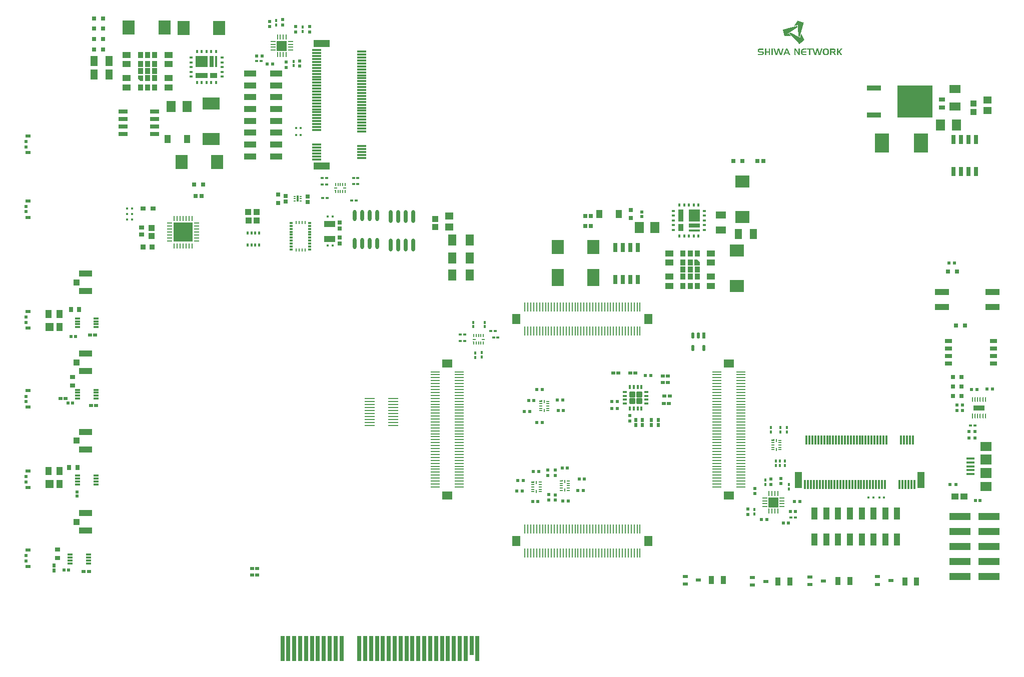
<source format=gtp>
G04*
G04 #@! TF.GenerationSoftware,Altium Limited,Altium Designer,21.6.4 (81)*
G04*
G04 Layer_Color=8421504*
%FSAX25Y25*%
%MOIN*%
G70*
G04*
G04 #@! TF.SameCoordinates,04CDB6BB-DAA2-47D8-8ED5-A57D7073F3AE*
G04*
G04*
G04 #@! TF.FilePolarity,Positive*
G04*
G01*
G75*
G04:AMPARAMS|DCode=32|XSize=36.97mil|YSize=36.97mil|CornerRadius=2.03mil|HoleSize=0mil|Usage=FLASHONLY|Rotation=90.000|XOffset=0mil|YOffset=0mil|HoleType=Round|Shape=RoundedRectangle|*
%AMROUNDEDRECTD32*
21,1,0.03697,0.03290,0,0,90.0*
21,1,0.03290,0.03697,0,0,90.0*
1,1,0.00407,0.01645,0.01645*
1,1,0.00407,0.01645,-0.01645*
1,1,0.00407,-0.01645,-0.01645*
1,1,0.00407,-0.01645,0.01645*
%
%ADD32ROUNDEDRECTD32*%
%ADD33R,0.01968X0.00787*%
%ADD34R,0.00787X0.01968*%
%ADD35R,0.00787X0.01968*%
%ADD36R,0.01968X0.00787*%
%ADD37R,0.07178X0.03634*%
%ADD38R,0.12795X0.12795*%
%ADD39R,0.01024X0.03543*%
%ADD40R,0.03543X0.01024*%
%ADD41R,0.03740X0.03740*%
%ADD42R,0.01772X0.01772*%
%ADD43R,0.04331X0.04134*%
%ADD44R,0.03543X0.02953*%
%ADD45R,0.03543X0.03150*%
%ADD46R,0.04134X0.04331*%
%ADD47R,0.05709X0.04528*%
%ADD48R,0.05709X0.07480*%
%ADD49R,0.05512X0.03937*%
%ADD50R,0.03543X0.03937*%
%ADD51C,0.02918*%
%ADD52R,0.01457X0.00945*%
%ADD53R,0.01575X0.04252*%
%ADD54R,0.07835X0.09173*%
G04:AMPARAMS|DCode=55|XSize=11.81mil|YSize=29.53mil|CornerRadius=1.95mil|HoleSize=0mil|Usage=FLASHONLY|Rotation=180.000|XOffset=0mil|YOffset=0mil|HoleType=Round|Shape=RoundedRectangle|*
%AMROUNDEDRECTD55*
21,1,0.01181,0.02563,0,0,180.0*
21,1,0.00791,0.02953,0,0,180.0*
1,1,0.00390,-0.00396,0.01282*
1,1,0.00390,0.00396,0.01282*
1,1,0.00390,0.00396,-0.01282*
1,1,0.00390,-0.00396,-0.01282*
%
%ADD55ROUNDEDRECTD55*%
G04:AMPARAMS|DCode=56|XSize=11.81mil|YSize=29.53mil|CornerRadius=1.95mil|HoleSize=0mil|Usage=FLASHONLY|Rotation=90.000|XOffset=0mil|YOffset=0mil|HoleType=Round|Shape=RoundedRectangle|*
%AMROUNDEDRECTD56*
21,1,0.01181,0.02563,0,0,90.0*
21,1,0.00791,0.02953,0,0,90.0*
1,1,0.00390,0.01282,0.00396*
1,1,0.00390,0.01282,-0.00396*
1,1,0.00390,-0.01282,-0.00396*
1,1,0.00390,-0.01282,0.00396*
%
%ADD56ROUNDEDRECTD56*%
%ADD57R,0.05315X0.01575*%
%ADD58R,0.07480X0.07087*%
%ADD59R,0.08287X0.04409*%
%ADD60R,0.01968X0.01772*%
%ADD61R,0.03150X0.03150*%
%ADD62R,0.05000X0.02992*%
%ADD63R,0.09600X0.04400*%
%ADD64R,0.02165X0.02165*%
%ADD65R,0.07100X0.07100*%
%ADD66R,0.01000X0.03200*%
%ADD67R,0.03200X0.01000*%
%ADD68R,0.01772X0.01968*%
%ADD69R,0.02165X0.02165*%
%ADD70R,0.06102X0.01181*%
%ADD71R,0.10827X0.04724*%
%ADD72R,0.01181X0.06102*%
%ADD73R,0.04724X0.10827*%
%ADD74R,0.09800X0.03700*%
%ADD75R,0.23300X0.21700*%
%ADD76R,0.00984X0.01870*%
%ADD77R,0.01870X0.01378*%
%ADD78R,0.05100X0.03500*%
%ADD79R,0.08300X0.03500*%
%ADD80R,0.08300X0.07400*%
%ADD81R,0.02600X0.07400*%
%ADD82R,0.01400X0.07400*%
%ADD83R,0.02000X0.01300*%
%ADD84R,0.01300X0.02000*%
%ADD85R,0.09173X0.07835*%
%ADD86R,0.02816X0.02648*%
%ADD87R,0.02016X0.02288*%
%ADD88R,0.02911X0.02648*%
%ADD89R,0.02756X0.02756*%
G04:AMPARAMS|DCode=90|XSize=40.88mil|YSize=20.95mil|CornerRadius=10.48mil|HoleSize=0mil|Usage=FLASHONLY|Rotation=270.000|XOffset=0mil|YOffset=0mil|HoleType=Round|Shape=RoundedRectangle|*
%AMROUNDEDRECTD90*
21,1,0.04088,0.00000,0,0,270.0*
21,1,0.01993,0.02095,0,0,270.0*
1,1,0.02095,0.00000,-0.00996*
1,1,0.02095,0.00000,0.00996*
1,1,0.02095,0.00000,0.00996*
1,1,0.02095,0.00000,-0.00996*
%
%ADD90ROUNDEDRECTD90*%
%ADD91R,0.02095X0.04088*%
G04:AMPARAMS|DCode=92|XSize=61.02mil|YSize=23.62mil|CornerRadius=2.01mil|HoleSize=0mil|Usage=FLASHONLY|Rotation=90.000|XOffset=0mil|YOffset=0mil|HoleType=Round|Shape=RoundedRectangle|*
%AMROUNDEDRECTD92*
21,1,0.06102,0.01961,0,0,90.0*
21,1,0.05701,0.02362,0,0,90.0*
1,1,0.00402,0.00980,0.02850*
1,1,0.00402,0.00980,-0.02850*
1,1,0.00402,-0.00980,-0.02850*
1,1,0.00402,-0.00980,0.02850*
%
%ADD92ROUNDEDRECTD92*%
%ADD93R,0.05906X0.07284*%
G04:AMPARAMS|DCode=94|XSize=61.02mil|YSize=23.62mil|CornerRadius=2.01mil|HoleSize=0mil|Usage=FLASHONLY|Rotation=0.000|XOffset=0mil|YOffset=0mil|HoleType=Round|Shape=RoundedRectangle|*
%AMROUNDEDRECTD94*
21,1,0.06102,0.01961,0,0,0.0*
21,1,0.05701,0.02362,0,0,0.0*
1,1,0.00402,0.02850,-0.00980*
1,1,0.00402,-0.02850,-0.00980*
1,1,0.00402,-0.02850,0.00980*
1,1,0.00402,0.02850,0.00980*
%
%ADD94ROUNDEDRECTD94*%
%ADD95R,0.04546X0.06717*%
%ADD96R,0.03500X0.05100*%
%ADD97R,0.03500X0.08300*%
%ADD98R,0.07400X0.08300*%
%ADD99R,0.07400X0.02600*%
%ADD100R,0.07400X0.01400*%
%ADD101R,0.06717X0.04546*%
%ADD102R,0.04331X0.05315*%
%ADD103R,0.07874X0.11811*%
%ADD104R,0.11811X0.07874*%
%ADD105R,0.02631X0.02648*%
%ADD106R,0.02559X0.02362*%
%ADD107R,0.00984X0.06102*%
%ADD108R,0.05315X0.06693*%
%ADD109O,0.02362X0.08661*%
%ADD110O,0.02362X0.07480*%
%ADD111R,0.07480X0.04331*%
%ADD112R,0.02835X0.02835*%
%ADD113R,0.02648X0.02911*%
%ADD114R,0.04409X0.08287*%
%ADD115R,0.03543X0.01968*%
%ADD116R,0.03740X0.05709*%
%ADD117R,0.04134X0.03937*%
%ADD118R,0.08661X0.04134*%
%ADD119R,0.02362X0.02559*%
%ADD120R,0.02288X0.02016*%
%ADD121R,0.03937X0.05512*%
%ADD122R,0.05512X0.05512*%
%ADD123R,0.14488X0.05000*%
%ADD124R,0.02648X0.02816*%
%ADD125R,0.01378X0.01968*%
%ADD126R,0.03543X0.02362*%
%ADD127R,0.02165X0.02362*%
%ADD128R,0.01870X0.01968*%
G04:AMPARAMS|DCode=129|XSize=33.06mil|YSize=8.76mil|CornerRadius=4.38mil|HoleSize=0mil|Usage=FLASHONLY|Rotation=90.000|XOffset=0mil|YOffset=0mil|HoleType=Round|Shape=RoundedRectangle|*
%AMROUNDEDRECTD129*
21,1,0.03306,0.00000,0,0,90.0*
21,1,0.02430,0.00876,0,0,90.0*
1,1,0.00876,0.00000,0.01215*
1,1,0.00876,0.00000,-0.01215*
1,1,0.00876,0.00000,-0.01215*
1,1,0.00876,0.00000,0.01215*
%
%ADD129ROUNDEDRECTD129*%
%ADD130R,0.00876X0.03306*%
%ADD131R,0.05142X0.04166*%
%ADD132R,0.01968X0.01968*%
%ADD133R,0.09449X0.12992*%
%ADD134R,0.06693X0.05315*%
%ADD135R,0.06102X0.00984*%
%ADD136R,0.07087X0.00984*%
%ADD137R,0.07480X0.05709*%
%ADD138R,0.03347X0.01181*%
%ADD139R,0.03543X0.02756*%
%ADD140R,0.02756X0.03543*%
%ADD141R,0.02800X0.16500*%
%ADD142R,0.02800X0.12600*%
%ADD143R,0.03937X0.02835*%
%ADD144R,0.07480X0.06201*%
G36*
X0494160Y0013546D02*
X0494184D01*
Y0013307D01*
X0494208D01*
Y0013045D01*
X0494232D01*
Y0012782D01*
X0494256D01*
Y0012614D01*
X0494208D01*
Y0012591D01*
X0494184D01*
Y0012567D01*
X0494136D01*
Y0012543D01*
X0494089D01*
Y0012519D01*
X0494065D01*
Y0012495D01*
X0494017D01*
Y0012471D01*
X0493993D01*
Y0012447D01*
X0493945D01*
Y0012423D01*
X0493922D01*
Y0012399D01*
X0493874D01*
Y0012376D01*
X0493850D01*
Y0012352D01*
X0493802D01*
Y0012328D01*
X0493778D01*
Y0012304D01*
X0493730D01*
Y0012280D01*
X0493706D01*
Y0012256D01*
X0493659D01*
Y0012232D01*
X0493635D01*
Y0012208D01*
X0493587D01*
Y0012184D01*
X0493563D01*
Y0012161D01*
X0493515D01*
Y0012137D01*
X0493491D01*
Y0012113D01*
X0493444D01*
Y0012089D01*
X0493420D01*
Y0012065D01*
X0493372D01*
Y0012041D01*
X0493348D01*
Y0012017D01*
X0493300D01*
Y0011993D01*
X0493252D01*
Y0011969D01*
X0493228D01*
Y0011945D01*
X0493181D01*
Y0011921D01*
X0493157D01*
Y0011898D01*
X0493109D01*
Y0011874D01*
X0493085D01*
Y0011850D01*
X0493037D01*
Y0011826D01*
X0493013D01*
Y0011802D01*
X0492966D01*
Y0011778D01*
X0492942D01*
Y0011754D01*
X0492894D01*
Y0011730D01*
X0492870D01*
Y0011706D01*
X0492822D01*
Y0011683D01*
X0492798D01*
Y0011659D01*
X0492751D01*
Y0011635D01*
X0492727D01*
Y0011611D01*
X0492679D01*
Y0011587D01*
X0492655D01*
Y0011563D01*
X0492607D01*
Y0011539D01*
X0492583D01*
Y0011515D01*
X0492536D01*
Y0011491D01*
X0492488D01*
Y0011468D01*
X0492464D01*
Y0011444D01*
X0492416D01*
Y0011420D01*
X0492392D01*
Y0011396D01*
X0492344D01*
Y0011372D01*
X0492320D01*
Y0011348D01*
X0492273D01*
Y0011324D01*
X0492249D01*
Y0011300D01*
X0492201D01*
Y0011276D01*
X0492177D01*
Y0011253D01*
X0492129D01*
Y0011229D01*
X0492105D01*
Y0011205D01*
X0492058D01*
Y0011181D01*
X0492034D01*
Y0011157D01*
X0491986D01*
Y0011133D01*
X0491962D01*
Y0011109D01*
X0491914D01*
Y0011085D01*
X0491890D01*
Y0011061D01*
X0491843D01*
Y0011037D01*
X0491819D01*
Y0011013D01*
X0491771D01*
Y0010990D01*
X0491723D01*
Y0010966D01*
X0491699D01*
Y0010942D01*
X0491651D01*
Y0010918D01*
X0491628D01*
Y0010894D01*
X0491580D01*
Y0010870D01*
X0491556D01*
Y0010846D01*
X0491508D01*
Y0010822D01*
X0491484D01*
Y0010798D01*
X0491436D01*
Y0010775D01*
X0491412D01*
Y0010751D01*
X0491365D01*
Y0010727D01*
X0491341D01*
Y0010703D01*
X0491293D01*
Y0010679D01*
X0491269D01*
Y0010655D01*
X0491221D01*
Y0010631D01*
X0491197D01*
Y0010607D01*
X0491150D01*
Y0010583D01*
X0491126D01*
Y0010560D01*
X0491078D01*
Y0010536D01*
X0491054D01*
Y0010512D01*
X0491006D01*
Y0010488D01*
X0490958D01*
Y0010464D01*
X0490935D01*
Y0010440D01*
X0490887D01*
Y0010416D01*
X0490863D01*
Y0010392D01*
X0490815D01*
Y0010368D01*
X0490791D01*
Y0010345D01*
X0490743D01*
Y0010321D01*
X0490720D01*
Y0010297D01*
X0490672D01*
Y0010273D01*
X0490648D01*
Y0010249D01*
X0490600D01*
Y0010225D01*
X0490576D01*
Y0010201D01*
X0490528D01*
Y0010177D01*
X0490505D01*
Y0010153D01*
X0490457D01*
Y0010129D01*
X0490433D01*
Y0010106D01*
X0490385D01*
Y0010082D01*
X0490361D01*
Y0010058D01*
X0490313D01*
Y0010034D01*
X0490289D01*
Y0010010D01*
X0490242D01*
Y0009986D01*
X0490218D01*
Y0009962D01*
X0490170D01*
Y0009938D01*
X0490122D01*
Y0009914D01*
X0490098D01*
Y0009890D01*
X0490051D01*
Y0009867D01*
X0490027D01*
Y0009843D01*
X0489979D01*
Y0009819D01*
X0489955D01*
Y0009795D01*
X0489907D01*
Y0009771D01*
X0489883D01*
Y0009747D01*
X0489836D01*
Y0009723D01*
X0489812D01*
Y0009699D01*
X0489764D01*
Y0009675D01*
X0489740D01*
Y0009651D01*
X0489692D01*
Y0009628D01*
X0489668D01*
Y0009604D01*
X0489620D01*
Y0009580D01*
X0489597D01*
Y0009556D01*
X0489549D01*
Y0009532D01*
X0489525D01*
Y0009508D01*
X0489477D01*
Y0009484D01*
X0489453D01*
Y0009460D01*
X0489405D01*
Y0009437D01*
X0489358D01*
Y0009413D01*
X0489334D01*
Y0009389D01*
X0489286D01*
Y0009365D01*
X0489262D01*
Y0009341D01*
X0489214D01*
Y0009317D01*
X0489190D01*
Y0009293D01*
X0489143D01*
Y0009269D01*
X0489119D01*
Y0009245D01*
X0489071D01*
Y0009221D01*
X0489047D01*
Y0009198D01*
X0488999D01*
Y0009174D01*
X0488975D01*
Y0009150D01*
X0488928D01*
Y0009126D01*
X0488904D01*
Y0009102D01*
X0488856D01*
Y0009078D01*
X0488832D01*
Y0009054D01*
X0488784D01*
Y0009030D01*
X0488760D01*
Y0009006D01*
X0488712D01*
Y0008982D01*
X0488689D01*
Y0008959D01*
X0488641D01*
Y0008935D01*
X0488593D01*
Y0008911D01*
X0488569D01*
Y0008887D01*
X0488521D01*
Y0008863D01*
X0488497D01*
Y0008839D01*
X0488450D01*
Y0008815D01*
X0488426D01*
Y0008791D01*
X0488378D01*
Y0008767D01*
X0488354D01*
Y0008743D01*
X0488306D01*
Y0008720D01*
X0488282D01*
Y0008672D01*
X0488306D01*
Y0008648D01*
X0488330D01*
Y0008624D01*
X0488354D01*
Y0008600D01*
X0488378D01*
Y0008576D01*
X0488402D01*
Y0008552D01*
X0488426D01*
Y0008529D01*
X0488450D01*
Y0008505D01*
X0488474D01*
Y0008481D01*
X0488497D01*
Y0008457D01*
X0488521D01*
Y0008433D01*
X0488545D01*
Y0008409D01*
X0488569D01*
Y0008385D01*
X0488593D01*
Y0008361D01*
X0488617D01*
Y0008337D01*
X0488641D01*
Y0008313D01*
X0488665D01*
Y0008290D01*
X0488689D01*
Y0008266D01*
X0488712D01*
Y0008242D01*
X0488736D01*
Y0008218D01*
X0488760D01*
Y0008194D01*
X0488784D01*
Y0008170D01*
X0488808D01*
Y0008146D01*
X0488832D01*
Y0008122D01*
X0488856D01*
Y0008098D01*
X0488880D01*
Y0008074D01*
X0488904D01*
Y0008051D01*
X0488928D01*
Y0008027D01*
X0488951D01*
Y0008003D01*
X0488975D01*
Y0007979D01*
X0488999D01*
Y0007955D01*
X0489023D01*
Y0007931D01*
X0489047D01*
Y0007907D01*
X0489071D01*
Y0007883D01*
X0489095D01*
Y0007859D01*
X0489119D01*
Y0007835D01*
X0489143D01*
Y0007812D01*
X0489166D01*
Y0007788D01*
X0489190D01*
Y0007764D01*
X0489214D01*
Y0007740D01*
X0489238D01*
Y0007716D01*
X0489262D01*
Y0007692D01*
X0489286D01*
Y0007668D01*
X0489310D01*
Y0007644D01*
X0489334D01*
Y0007621D01*
X0489358D01*
Y0007597D01*
X0489382D01*
Y0007573D01*
X0489405D01*
Y0007549D01*
X0489429D01*
Y0007525D01*
X0489453D01*
Y0007501D01*
X0489477D01*
Y0007477D01*
X0489501D01*
Y0007453D01*
X0489525D01*
Y0007429D01*
X0489549D01*
Y0007405D01*
X0489573D01*
Y0007382D01*
X0489597D01*
Y0007358D01*
X0489620D01*
Y0007334D01*
X0489644D01*
Y0007310D01*
X0489668D01*
Y0007286D01*
X0489692D01*
Y0007262D01*
X0489716D01*
Y0007238D01*
X0489740D01*
Y0007214D01*
X0489764D01*
Y0007190D01*
X0489788D01*
Y0007166D01*
X0489812D01*
Y0007143D01*
X0489836D01*
Y0007119D01*
X0489859D01*
Y0007095D01*
X0489883D01*
Y0007071D01*
X0489907D01*
Y0007047D01*
X0489931D01*
Y0007023D01*
X0489955D01*
Y0006999D01*
X0489979D01*
Y0006975D01*
X0490003D01*
Y0006951D01*
X0490027D01*
Y0006927D01*
X0490051D01*
Y0006904D01*
X0490074D01*
Y0006880D01*
X0490098D01*
Y0006856D01*
X0490122D01*
Y0006832D01*
X0489644D01*
Y0006856D01*
X0488569D01*
Y0006880D01*
X0487494D01*
Y0006904D01*
X0486395D01*
Y0006927D01*
X0485606D01*
Y0006999D01*
X0485582D01*
Y0007095D01*
X0485558D01*
Y0007190D01*
X0485534D01*
Y0007310D01*
X0485511D01*
Y0007405D01*
X0485487D01*
Y0007501D01*
X0485463D01*
Y0007597D01*
X0485439D01*
Y0007716D01*
X0485415D01*
Y0007812D01*
X0485391D01*
Y0007907D01*
X0485367D01*
Y0008003D01*
X0485343D01*
Y0008122D01*
X0485319D01*
Y0008218D01*
X0485295D01*
Y0008313D01*
X0485272D01*
Y0008409D01*
X0485248D01*
Y0008529D01*
X0485224D01*
Y0008624D01*
X0485200D01*
Y0008720D01*
X0485176D01*
Y0008839D01*
X0485152D01*
Y0008935D01*
X0485128D01*
Y0009030D01*
X0485104D01*
Y0009126D01*
X0485080D01*
Y0009245D01*
X0485057D01*
Y0009341D01*
X0485033D01*
Y0009437D01*
X0485009D01*
Y0009532D01*
X0484985D01*
Y0009651D01*
X0484961D01*
Y0009747D01*
X0484937D01*
Y0009843D01*
X0484913D01*
Y0009938D01*
X0484889D01*
Y0010058D01*
X0484865D01*
Y0010153D01*
X0484841D01*
Y0010249D01*
X0484818D01*
Y0010368D01*
X0484794D01*
Y0010464D01*
X0484770D01*
Y0010560D01*
X0484746D01*
Y0010655D01*
X0484722D01*
Y0010775D01*
X0484698D01*
Y0010870D01*
X0484674D01*
Y0010966D01*
X0484650D01*
Y0011061D01*
X0484626D01*
Y0011157D01*
X0484650D01*
Y0011181D01*
X0484746D01*
Y0011205D01*
X0484818D01*
Y0011229D01*
X0484913D01*
Y0011253D01*
X0485009D01*
Y0011276D01*
X0485104D01*
Y0011300D01*
X0485200D01*
Y0011324D01*
X0485272D01*
Y0011348D01*
X0485367D01*
Y0011372D01*
X0485463D01*
Y0011396D01*
X0485558D01*
Y0011420D01*
X0485654D01*
Y0011444D01*
X0485726D01*
Y0011468D01*
X0485821D01*
Y0011491D01*
X0485917D01*
Y0011515D01*
X0486012D01*
Y0011539D01*
X0486108D01*
Y0011563D01*
X0486180D01*
Y0011587D01*
X0486275D01*
Y0011611D01*
X0486371D01*
Y0011635D01*
X0486466D01*
Y0011659D01*
X0486562D01*
Y0011683D01*
X0486634D01*
Y0011706D01*
X0486729D01*
Y0011730D01*
X0486825D01*
Y0011754D01*
X0486920D01*
Y0011778D01*
X0487016D01*
Y0011802D01*
X0487088D01*
Y0011826D01*
X0487183D01*
Y0011850D01*
X0487279D01*
Y0011874D01*
X0487374D01*
Y0011898D01*
X0487470D01*
Y0011921D01*
X0487542D01*
Y0011945D01*
X0487637D01*
Y0011969D01*
X0487733D01*
Y0011993D01*
X0487828D01*
Y0012017D01*
X0487924D01*
Y0012041D01*
X0487996D01*
Y0012065D01*
X0488091D01*
Y0012089D01*
X0488187D01*
Y0012113D01*
X0488282D01*
Y0012137D01*
X0488378D01*
Y0012161D01*
X0488450D01*
Y0012184D01*
X0488545D01*
Y0012208D01*
X0488641D01*
Y0012232D01*
X0488736D01*
Y0012256D01*
X0488832D01*
Y0012280D01*
X0488928D01*
Y0012304D01*
X0488999D01*
Y0012328D01*
X0489095D01*
Y0012352D01*
X0489190D01*
Y0012376D01*
X0489286D01*
Y0012399D01*
X0489382D01*
Y0012423D01*
X0489453D01*
Y0012447D01*
X0489549D01*
Y0012471D01*
X0489644D01*
Y0012495D01*
X0489740D01*
Y0012519D01*
X0489836D01*
Y0012543D01*
X0489907D01*
Y0012567D01*
X0490003D01*
Y0012591D01*
X0490098D01*
Y0012614D01*
X0490194D01*
Y0012638D01*
X0490289D01*
Y0012662D01*
X0490361D01*
Y0012686D01*
X0490457D01*
Y0012710D01*
X0490552D01*
Y0012734D01*
X0490648D01*
Y0012758D01*
X0490743D01*
Y0012782D01*
X0490815D01*
Y0012806D01*
X0490911D01*
Y0012830D01*
X0491006D01*
Y0012853D01*
X0491102D01*
Y0012877D01*
X0491197D01*
Y0012901D01*
X0491269D01*
Y0012925D01*
X0491365D01*
Y0012949D01*
X0491460D01*
Y0012973D01*
X0491556D01*
Y0012997D01*
X0491651D01*
Y0013021D01*
X0491723D01*
Y0013045D01*
X0491819D01*
Y0013069D01*
X0491914D01*
Y0013092D01*
X0492010D01*
Y0013116D01*
X0492105D01*
Y0013140D01*
X0492177D01*
Y0013164D01*
X0492273D01*
Y0013188D01*
X0492368D01*
Y0013212D01*
X0492464D01*
Y0013236D01*
X0492559D01*
Y0013260D01*
X0492631D01*
Y0013284D01*
X0492727D01*
Y0013307D01*
X0492822D01*
Y0013331D01*
X0492918D01*
Y0013355D01*
X0493013D01*
Y0013379D01*
X0493085D01*
Y0013403D01*
X0493181D01*
Y0013427D01*
X0493276D01*
Y0013451D01*
X0493372D01*
Y0013475D01*
X0493468D01*
Y0013499D01*
X0493539D01*
Y0013522D01*
X0493635D01*
Y0013546D01*
X0493730D01*
Y0013570D01*
X0493826D01*
Y0013594D01*
X0493922D01*
Y0013618D01*
X0493993D01*
Y0013642D01*
X0494089D01*
Y0013666D01*
X0494160D01*
Y0013546D01*
D02*
G37*
G36*
X0494519Y0017083D02*
X0494591D01*
Y0017059D01*
X0494662D01*
Y0017035D01*
X0494734D01*
Y0017011D01*
X0494806D01*
Y0016987D01*
X0494901D01*
Y0016963D01*
X0494973D01*
Y0016939D01*
X0495045D01*
Y0016916D01*
X0495116D01*
Y0016892D01*
X0495212D01*
Y0016868D01*
X0495284D01*
Y0016844D01*
X0495355D01*
Y0016820D01*
X0495427D01*
Y0016796D01*
X0495499D01*
Y0016772D01*
X0495594D01*
Y0016748D01*
X0495666D01*
Y0016724D01*
X0495738D01*
Y0016700D01*
X0495809D01*
Y0016677D01*
X0495881D01*
Y0016653D01*
X0495976D01*
Y0016629D01*
X0496048D01*
Y0016605D01*
X0496120D01*
Y0016581D01*
X0496191D01*
Y0016557D01*
X0496263D01*
Y0016533D01*
X0496359D01*
Y0016509D01*
X0496430D01*
Y0016485D01*
X0496502D01*
Y0016462D01*
X0496574D01*
Y0016438D01*
X0496645D01*
Y0016414D01*
X0496741D01*
Y0016390D01*
X0496813D01*
Y0016366D01*
X0496884D01*
Y0016342D01*
X0496956D01*
Y0016318D01*
X0497028D01*
Y0016294D01*
X0497123D01*
Y0016270D01*
X0497195D01*
Y0016246D01*
X0497267D01*
Y0016222D01*
X0497338D01*
Y0016199D01*
X0497410D01*
Y0016175D01*
X0497506D01*
Y0016151D01*
X0497577D01*
Y0016127D01*
X0497649D01*
Y0016103D01*
X0497721D01*
Y0016079D01*
X0497792D01*
Y0016055D01*
X0497888D01*
Y0016031D01*
X0497960D01*
Y0016007D01*
X0498031D01*
Y0015984D01*
X0498103D01*
Y0015960D01*
X0498199D01*
Y0015936D01*
X0498270D01*
Y0015912D01*
X0498342D01*
Y0015888D01*
X0498414D01*
Y0015864D01*
X0498485D01*
Y0015840D01*
X0498557D01*
Y0015768D01*
X0498533D01*
Y0015697D01*
X0498509D01*
Y0015601D01*
X0498485D01*
Y0015530D01*
X0498461D01*
Y0015434D01*
X0498438D01*
Y0015362D01*
X0498414D01*
Y0015267D01*
X0498390D01*
Y0015171D01*
X0498366D01*
Y0015100D01*
X0498342D01*
Y0015004D01*
X0498318D01*
Y0014932D01*
X0498294D01*
Y0014837D01*
X0498270D01*
Y0014765D01*
X0498246D01*
Y0014669D01*
X0498222D01*
Y0014598D01*
X0498199D01*
Y0014502D01*
X0498175D01*
Y0014406D01*
X0498151D01*
Y0014335D01*
X0498127D01*
Y0014239D01*
X0498103D01*
Y0014168D01*
X0498079D01*
Y0014072D01*
X0498055D01*
Y0014000D01*
X0498031D01*
Y0013905D01*
X0498007D01*
Y0013833D01*
X0497984D01*
Y0013737D01*
X0497960D01*
Y0013642D01*
X0497936D01*
Y0013570D01*
X0497912D01*
Y0013475D01*
X0497888D01*
Y0013403D01*
X0497864D01*
Y0013307D01*
X0497840D01*
Y0013236D01*
X0497816D01*
Y0013140D01*
X0497792D01*
Y0013069D01*
X0497768D01*
Y0012973D01*
X0497745D01*
Y0012877D01*
X0497721D01*
Y0012806D01*
X0497697D01*
Y0012710D01*
X0497673D01*
Y0012638D01*
X0497649D01*
Y0012543D01*
X0497625D01*
Y0012471D01*
X0497601D01*
Y0012376D01*
X0497577D01*
Y0012304D01*
X0497553D01*
Y0012208D01*
X0497530D01*
Y0012113D01*
X0497506D01*
Y0012041D01*
X0497482D01*
Y0011945D01*
X0497458D01*
Y0011874D01*
X0497434D01*
Y0011778D01*
X0497410D01*
Y0011706D01*
X0497386D01*
Y0011611D01*
X0497362D01*
Y0011539D01*
X0497338D01*
Y0011444D01*
X0497315D01*
Y0011348D01*
X0497291D01*
Y0011276D01*
X0497267D01*
Y0011181D01*
X0497243D01*
Y0011109D01*
X0497219D01*
Y0011013D01*
X0497195D01*
Y0010942D01*
X0497171D01*
Y0010846D01*
X0497147D01*
Y0010775D01*
X0497123D01*
Y0010679D01*
X0497099D01*
Y0010583D01*
X0497076D01*
Y0010512D01*
X0497052D01*
Y0010416D01*
X0497028D01*
Y0010345D01*
X0497004D01*
Y0010249D01*
X0496980D01*
Y0010177D01*
X0496956D01*
Y0010082D01*
X0496932D01*
Y0010010D01*
X0496908D01*
Y0009914D01*
X0496884D01*
Y0009819D01*
X0496861D01*
Y0009747D01*
X0496837D01*
Y0009651D01*
X0496813D01*
Y0009580D01*
X0496789D01*
Y0009484D01*
X0496765D01*
Y0009413D01*
X0496741D01*
Y0009317D01*
X0496717D01*
Y0009245D01*
X0496693D01*
Y0009150D01*
X0496669D01*
Y0009054D01*
X0496645D01*
Y0008982D01*
X0496622D01*
Y0008887D01*
X0496598D01*
Y0008815D01*
X0496574D01*
Y0008720D01*
X0496550D01*
Y0008648D01*
X0496526D01*
Y0008552D01*
X0496502D01*
Y0008481D01*
X0496478D01*
Y0008385D01*
X0496454D01*
Y0008290D01*
X0496430D01*
Y0008218D01*
X0496407D01*
Y0008122D01*
X0496383D01*
Y0008051D01*
X0496359D01*
Y0007955D01*
X0496335D01*
Y0007883D01*
X0496311D01*
Y0007788D01*
X0496287D01*
Y0007716D01*
X0496263D01*
Y0007621D01*
X0496239D01*
Y0007525D01*
X0496215D01*
Y0007453D01*
X0496191D01*
Y0007358D01*
X0496168D01*
Y0007286D01*
X0496144D01*
Y0007190D01*
X0496120D01*
Y0007119D01*
X0496096D01*
Y0007023D01*
X0496072D01*
Y0006951D01*
X0496048D01*
Y0006856D01*
X0496024D01*
Y0006760D01*
X0496000D01*
Y0006689D01*
X0495976D01*
Y0006593D01*
X0495953D01*
Y0006521D01*
X0495929D01*
Y0006426D01*
X0495905D01*
Y0006354D01*
X0495881D01*
Y0006330D01*
X0495833D01*
Y0006354D01*
X0495785D01*
Y0006378D01*
X0495738D01*
Y0006402D01*
X0495690D01*
Y0006426D01*
X0495642D01*
Y0006450D01*
X0495594D01*
Y0006474D01*
X0495546D01*
Y0006497D01*
X0495499D01*
Y0006521D01*
X0495451D01*
Y0006545D01*
X0495403D01*
Y0006569D01*
X0495355D01*
Y0006593D01*
X0495307D01*
Y0006617D01*
X0495260D01*
Y0006641D01*
X0495188D01*
Y0006665D01*
X0495140D01*
Y0006689D01*
X0495092D01*
Y0006713D01*
X0495045D01*
Y0006736D01*
X0494997D01*
Y0006760D01*
X0494949D01*
Y0006927D01*
X0494925D01*
Y0007286D01*
Y0007310D01*
Y0007429D01*
X0494901D01*
Y0007907D01*
X0494877D01*
Y0008409D01*
X0494853D01*
Y0008911D01*
X0494830D01*
Y0009413D01*
X0494806D01*
Y0009914D01*
X0494782D01*
Y0010416D01*
X0494758D01*
Y0010918D01*
X0494734D01*
Y0011420D01*
X0494710D01*
Y0011898D01*
X0494686D01*
Y0012399D01*
X0494662D01*
Y0012901D01*
X0494638D01*
Y0013403D01*
X0494614D01*
Y0013905D01*
X0494591D01*
Y0014406D01*
X0494567D01*
Y0014215D01*
X0494519D01*
Y0014191D01*
X0494423D01*
Y0014168D01*
X0494328D01*
Y0014144D01*
X0494256D01*
Y0014120D01*
X0494160D01*
Y0014096D01*
X0494065D01*
Y0014072D01*
X0493969D01*
Y0014048D01*
X0493874D01*
Y0014024D01*
X0493802D01*
Y0014000D01*
X0493706D01*
Y0013976D01*
X0493611D01*
Y0013952D01*
X0493515D01*
Y0013929D01*
X0493420D01*
Y0013905D01*
X0493348D01*
Y0013881D01*
X0493252D01*
Y0013857D01*
X0493157D01*
Y0013833D01*
X0493061D01*
Y0013809D01*
X0492966D01*
Y0013785D01*
X0492894D01*
Y0013761D01*
X0492798D01*
Y0013737D01*
X0492703D01*
Y0013714D01*
X0492607D01*
Y0013690D01*
X0492512D01*
Y0013666D01*
X0492440D01*
Y0013642D01*
X0492344D01*
Y0013618D01*
X0492249D01*
Y0013594D01*
X0492153D01*
Y0013570D01*
X0492082D01*
Y0013618D01*
X0492105D01*
Y0013642D01*
X0492129D01*
Y0013690D01*
X0492153D01*
Y0013714D01*
X0492177D01*
Y0013761D01*
X0492201D01*
Y0013785D01*
X0492225D01*
Y0013833D01*
X0492249D01*
Y0013857D01*
X0492273D01*
Y0013905D01*
X0492297D01*
Y0013929D01*
X0492320D01*
Y0013976D01*
X0492344D01*
Y0014000D01*
X0492368D01*
Y0014048D01*
X0492392D01*
Y0014072D01*
X0492416D01*
Y0014120D01*
X0492440D01*
Y0014144D01*
X0492464D01*
Y0014191D01*
X0492488D01*
Y0014215D01*
X0492512D01*
Y0014263D01*
X0492536D01*
Y0014287D01*
X0492559D01*
Y0014335D01*
X0492583D01*
Y0014359D01*
X0492607D01*
Y0014406D01*
X0492631D01*
Y0014430D01*
X0492655D01*
Y0014478D01*
X0492679D01*
Y0014502D01*
X0492703D01*
Y0014550D01*
X0492727D01*
Y0014574D01*
X0492751D01*
Y0014622D01*
X0492774D01*
Y0014646D01*
X0492798D01*
Y0014693D01*
X0492822D01*
Y0014717D01*
X0492846D01*
Y0014765D01*
X0492870D01*
Y0014789D01*
X0492894D01*
Y0014837D01*
X0492918D01*
Y0014861D01*
X0492942D01*
Y0014908D01*
X0492966D01*
Y0014932D01*
X0492990D01*
Y0014980D01*
X0493013D01*
Y0015004D01*
X0493037D01*
Y0015052D01*
X0493061D01*
Y0015076D01*
X0493085D01*
Y0015123D01*
X0493109D01*
Y0015147D01*
X0493133D01*
Y0015195D01*
X0493157D01*
Y0015219D01*
X0493181D01*
Y0015267D01*
X0493205D01*
Y0015291D01*
X0493228D01*
Y0015338D01*
X0493252D01*
Y0015362D01*
X0493276D01*
Y0015410D01*
X0493300D01*
Y0015434D01*
X0493324D01*
Y0015482D01*
X0493348D01*
Y0015506D01*
X0493372D01*
Y0015553D01*
X0493396D01*
Y0015577D01*
X0493420D01*
Y0015625D01*
X0493444D01*
Y0015649D01*
X0493468D01*
Y0015697D01*
X0493491D01*
Y0015721D01*
X0493515D01*
Y0015768D01*
X0493539D01*
Y0015792D01*
X0493563D01*
Y0015840D01*
X0493587D01*
Y0015864D01*
X0493611D01*
Y0015912D01*
X0493635D01*
Y0015936D01*
X0493659D01*
Y0015984D01*
X0493682D01*
Y0016007D01*
X0493706D01*
Y0016055D01*
X0493730D01*
Y0016079D01*
X0493754D01*
Y0016127D01*
X0493778D01*
Y0016151D01*
X0493802D01*
Y0016199D01*
X0493826D01*
Y0016222D01*
X0493850D01*
Y0016270D01*
X0493874D01*
Y0016294D01*
X0493898D01*
Y0016342D01*
X0493922D01*
Y0016366D01*
X0493945D01*
Y0016414D01*
X0493969D01*
Y0016438D01*
X0493993D01*
Y0016485D01*
X0494017D01*
Y0016509D01*
X0494041D01*
Y0016557D01*
X0494065D01*
Y0016581D01*
X0494089D01*
Y0016629D01*
X0494113D01*
Y0016653D01*
X0494136D01*
Y0016700D01*
X0494160D01*
Y0016724D01*
X0494184D01*
Y0016772D01*
X0494208D01*
Y0016796D01*
X0494232D01*
Y0016844D01*
X0494256D01*
Y0016868D01*
X0494280D01*
Y0016916D01*
X0494304D01*
Y0016939D01*
X0494328D01*
Y0016987D01*
X0494352D01*
Y0017011D01*
X0494376D01*
Y0017059D01*
X0494399D01*
Y0017083D01*
X0494423D01*
Y0017107D01*
X0494519D01*
Y0017083D01*
D02*
G37*
G36*
X0489788Y0009150D02*
X0489836D01*
Y0009126D01*
X0489883D01*
Y0009102D01*
X0489931D01*
Y0009078D01*
X0489955D01*
Y0009054D01*
X0490003D01*
Y0009030D01*
X0490051D01*
Y0009006D01*
X0490098D01*
Y0008982D01*
X0490146D01*
Y0008959D01*
X0490194D01*
Y0008935D01*
X0490242D01*
Y0008911D01*
X0490289D01*
Y0008887D01*
X0490337D01*
Y0008863D01*
X0490361D01*
Y0008839D01*
X0490409D01*
Y0008815D01*
X0490457D01*
Y0008791D01*
X0490505D01*
Y0008767D01*
X0490552D01*
Y0008743D01*
X0490600D01*
Y0008720D01*
X0490648D01*
Y0008696D01*
X0490696D01*
Y0008672D01*
X0490743D01*
Y0008648D01*
X0490791D01*
Y0008624D01*
X0490815D01*
Y0008600D01*
X0490863D01*
Y0008576D01*
X0490911D01*
Y0008552D01*
X0490958D01*
Y0008529D01*
X0491006D01*
Y0008505D01*
X0491054D01*
Y0008481D01*
X0491102D01*
Y0008457D01*
X0491150D01*
Y0008433D01*
X0491197D01*
Y0008409D01*
X0491245D01*
Y0008385D01*
X0491269D01*
Y0008361D01*
X0491317D01*
Y0008337D01*
X0491365D01*
Y0008313D01*
X0491412D01*
Y0008290D01*
X0491460D01*
Y0008266D01*
X0491508D01*
Y0008242D01*
X0491556D01*
Y0008218D01*
X0491604D01*
Y0008194D01*
X0491651D01*
Y0008170D01*
X0491699D01*
Y0008146D01*
X0491723D01*
Y0008122D01*
X0491771D01*
Y0008098D01*
X0491819D01*
Y0008074D01*
X0491866D01*
Y0008051D01*
X0491914D01*
Y0008027D01*
X0491962D01*
Y0008003D01*
X0492010D01*
Y0007979D01*
X0492058D01*
Y0007955D01*
X0492105D01*
Y0007931D01*
X0492129D01*
Y0007907D01*
X0492177D01*
Y0007883D01*
X0492225D01*
Y0007859D01*
X0492273D01*
Y0007835D01*
X0492320D01*
Y0007812D01*
X0492368D01*
Y0007788D01*
X0492416D01*
Y0007764D01*
X0492464D01*
Y0007740D01*
X0492512D01*
Y0007716D01*
X0492559D01*
Y0007692D01*
X0492583D01*
Y0007668D01*
X0492631D01*
Y0007644D01*
X0492679D01*
Y0007621D01*
X0492727D01*
Y0007597D01*
X0492774D01*
Y0007573D01*
X0492822D01*
Y0007549D01*
X0492870D01*
Y0007525D01*
X0492918D01*
Y0007501D01*
X0492966D01*
Y0007477D01*
X0493013D01*
Y0007453D01*
X0493037D01*
Y0007429D01*
X0493085D01*
Y0007405D01*
X0493133D01*
Y0007382D01*
X0493181D01*
Y0007358D01*
X0493228D01*
Y0007334D01*
X0493276D01*
Y0007310D01*
X0493324D01*
Y0007286D01*
X0493372D01*
Y0007262D01*
X0493420D01*
Y0007238D01*
X0493444D01*
Y0007214D01*
X0493491D01*
Y0007190D01*
X0493539D01*
Y0007166D01*
X0493587D01*
Y0007143D01*
X0493635D01*
Y0007119D01*
X0493682D01*
Y0007095D01*
X0493730D01*
Y0007071D01*
X0493778D01*
Y0007047D01*
X0493826D01*
Y0007023D01*
X0493874D01*
Y0006999D01*
X0493898D01*
Y0006975D01*
X0493945D01*
Y0006951D01*
X0493993D01*
Y0006927D01*
X0494041D01*
Y0006904D01*
X0494089D01*
Y0006880D01*
X0494136D01*
Y0006856D01*
X0494184D01*
Y0006832D01*
X0494232D01*
Y0006808D01*
X0494280D01*
Y0006784D01*
X0494328D01*
Y0006760D01*
X0494352D01*
Y0006736D01*
X0494399D01*
Y0006713D01*
X0494447D01*
Y0006689D01*
X0494495D01*
Y0006665D01*
X0494543D01*
Y0006641D01*
X0494591D01*
Y0006617D01*
X0494638D01*
Y0006593D01*
X0494686D01*
Y0006569D01*
X0494734D01*
Y0006545D01*
X0494782D01*
Y0006521D01*
X0494806D01*
Y0006497D01*
X0494853D01*
Y0006474D01*
X0494901D01*
Y0006450D01*
X0494949D01*
Y0006426D01*
X0494997D01*
Y0006402D01*
X0495045D01*
Y0006378D01*
X0495092D01*
Y0006354D01*
X0495140D01*
Y0006330D01*
X0495188D01*
Y0006306D01*
X0495212D01*
Y0006282D01*
X0495260D01*
Y0006259D01*
X0495307D01*
Y0006235D01*
X0495355D01*
Y0006211D01*
X0495403D01*
Y0006187D01*
X0495451D01*
Y0006163D01*
X0495499D01*
Y0006139D01*
X0495546D01*
Y0006115D01*
X0495594D01*
Y0006091D01*
X0495642D01*
Y0006067D01*
X0495666D01*
Y0006043D01*
X0495714D01*
Y0006019D01*
X0495761D01*
Y0005996D01*
X0495809D01*
Y0005972D01*
X0495857D01*
Y0005948D01*
X0495905D01*
Y0005924D01*
X0495953D01*
Y0005900D01*
X0496000D01*
Y0005876D01*
X0496048D01*
Y0005852D01*
X0496096D01*
Y0005828D01*
X0496120D01*
Y0005804D01*
X0496168D01*
Y0005781D01*
X0496215D01*
Y0005757D01*
X0496263D01*
Y0005733D01*
X0496311D01*
Y0005709D01*
X0496335D01*
Y0005733D01*
X0496311D01*
Y0005757D01*
X0496263D01*
Y0005781D01*
X0496215D01*
Y0005804D01*
X0496168D01*
Y0005828D01*
X0496120D01*
Y0005852D01*
X0496144D01*
Y0005948D01*
X0496168D01*
Y0006043D01*
X0496191D01*
Y0006115D01*
X0496215D01*
Y0006211D01*
X0496239D01*
Y0006282D01*
X0496263D01*
Y0006378D01*
X0496287D01*
Y0006450D01*
X0496311D01*
Y0006545D01*
X0496335D01*
Y0006617D01*
X0496359D01*
Y0006713D01*
X0496383D01*
Y0006784D01*
X0496407D01*
Y0006880D01*
X0496430D01*
Y0006951D01*
X0496454D01*
Y0007047D01*
X0496478D01*
Y0007119D01*
X0496502D01*
Y0007214D01*
X0496526D01*
Y0007286D01*
X0496550D01*
Y0007382D01*
X0496574D01*
Y0007453D01*
X0496598D01*
Y0007549D01*
X0496622D01*
Y0007621D01*
X0496645D01*
Y0007716D01*
X0496669D01*
Y0007788D01*
X0496693D01*
Y0007883D01*
X0496717D01*
Y0007979D01*
X0496741D01*
Y0008051D01*
X0496765D01*
Y0008146D01*
X0496789D01*
Y0008218D01*
X0496813D01*
Y0008313D01*
X0496837D01*
Y0008385D01*
X0496861D01*
Y0008481D01*
X0496884D01*
Y0008505D01*
X0496908D01*
Y0008457D01*
X0496932D01*
Y0008409D01*
X0496956D01*
Y0008361D01*
X0496980D01*
Y0008313D01*
X0497004D01*
Y0008266D01*
X0497028D01*
Y0008218D01*
X0497052D01*
Y0008170D01*
X0497076D01*
Y0008122D01*
X0497099D01*
Y0008074D01*
X0497123D01*
Y0008027D01*
X0497147D01*
Y0007979D01*
X0497171D01*
Y0007907D01*
X0497195D01*
Y0007859D01*
X0497219D01*
Y0007812D01*
X0497243D01*
Y0007764D01*
X0497267D01*
Y0007716D01*
X0497291D01*
Y0007668D01*
X0497315D01*
Y0007621D01*
X0497338D01*
Y0007573D01*
X0497362D01*
Y0007525D01*
X0497386D01*
Y0007477D01*
X0497410D01*
Y0007429D01*
X0497434D01*
Y0007382D01*
X0497458D01*
Y0007334D01*
X0497482D01*
Y0007286D01*
X0497506D01*
Y0007238D01*
X0497530D01*
Y0007190D01*
X0497553D01*
Y0007143D01*
X0497577D01*
Y0007095D01*
X0497601D01*
Y0007047D01*
X0497625D01*
Y0006999D01*
X0497649D01*
Y0006951D01*
X0497673D01*
Y0006904D01*
X0497697D01*
Y0006856D01*
X0497721D01*
Y0006808D01*
X0497745D01*
Y0006760D01*
X0497768D01*
Y0006713D01*
X0497792D01*
Y0006665D01*
X0497816D01*
Y0006617D01*
X0497840D01*
Y0006569D01*
X0497864D01*
Y0006521D01*
X0497888D01*
Y0006474D01*
X0497912D01*
Y0006402D01*
X0497936D01*
Y0006354D01*
X0497960D01*
Y0006306D01*
X0497984D01*
Y0006259D01*
X0498007D01*
Y0006211D01*
X0498031D01*
Y0006163D01*
X0498055D01*
Y0006115D01*
X0498079D01*
Y0006067D01*
X0498103D01*
Y0006019D01*
X0498127D01*
Y0005972D01*
X0498151D01*
Y0005924D01*
X0498175D01*
Y0005876D01*
X0498199D01*
Y0005828D01*
X0498222D01*
Y0005781D01*
X0498246D01*
Y0005733D01*
X0498270D01*
Y0005685D01*
X0498294D01*
Y0005637D01*
X0498318D01*
Y0005589D01*
X0498342D01*
Y0005542D01*
X0498366D01*
Y0005494D01*
X0498390D01*
Y0005446D01*
X0498414D01*
Y0005398D01*
X0498438D01*
Y0005350D01*
X0498461D01*
Y0005303D01*
X0498485D01*
Y0005255D01*
X0498509D01*
Y0005207D01*
X0498533D01*
Y0005159D01*
X0498557D01*
Y0005111D01*
X0498581D01*
Y0005064D01*
X0498605D01*
Y0005016D01*
X0498629D01*
Y0004968D01*
X0498653D01*
Y0004896D01*
X0498676D01*
Y0004849D01*
X0498700D01*
Y0004801D01*
X0498724D01*
Y0004753D01*
X0498748D01*
Y0004705D01*
X0498772D01*
Y0004657D01*
X0498796D01*
Y0004610D01*
X0498820D01*
Y0004562D01*
X0498844D01*
Y0004514D01*
X0498868D01*
Y0004466D01*
X0498891D01*
Y0004419D01*
X0498915D01*
Y0004371D01*
X0498939D01*
Y0004347D01*
X0498891D01*
Y0004323D01*
X0498868D01*
Y0004299D01*
X0498844D01*
Y0004275D01*
X0498820D01*
Y0004251D01*
X0498796D01*
Y0004228D01*
X0498772D01*
Y0004203D01*
X0498748D01*
Y0004180D01*
X0498724D01*
Y0004156D01*
X0498700D01*
Y0004132D01*
X0498676D01*
Y0004108D01*
X0498629D01*
Y0004084D01*
X0498605D01*
Y0004060D01*
X0498581D01*
Y0004036D01*
X0498557D01*
Y0004012D01*
X0498533D01*
Y0003988D01*
X0498509D01*
Y0003965D01*
X0498485D01*
Y0003941D01*
X0498461D01*
Y0003917D01*
X0498438D01*
Y0003893D01*
X0498414D01*
Y0003869D01*
X0498366D01*
Y0003845D01*
X0498342D01*
Y0003821D01*
X0498318D01*
Y0003797D01*
X0498294D01*
Y0003773D01*
X0498270D01*
Y0003749D01*
X0498246D01*
Y0003726D01*
X0498222D01*
Y0003702D01*
X0498199D01*
Y0003678D01*
X0498175D01*
Y0003654D01*
X0498151D01*
Y0003630D01*
X0498103D01*
Y0003606D01*
X0498079D01*
Y0003582D01*
X0498055D01*
Y0003558D01*
X0498031D01*
Y0003534D01*
X0498007D01*
Y0003511D01*
X0497984D01*
Y0003487D01*
X0497960D01*
Y0003463D01*
X0497936D01*
Y0003439D01*
X0497912D01*
Y0003415D01*
X0497864D01*
Y0003391D01*
X0497840D01*
Y0003367D01*
X0497816D01*
Y0003343D01*
X0497792D01*
Y0003319D01*
X0497768D01*
Y0003296D01*
X0497745D01*
Y0003272D01*
X0497721D01*
Y0003248D01*
X0497697D01*
Y0003224D01*
X0497673D01*
Y0003200D01*
X0497649D01*
Y0003176D01*
X0497601D01*
Y0003152D01*
X0497577D01*
Y0003128D01*
X0497553D01*
Y0003104D01*
X0497530D01*
Y0003080D01*
X0497506D01*
Y0003057D01*
X0497482D01*
Y0003033D01*
X0497458D01*
Y0003009D01*
X0497434D01*
Y0002985D01*
X0497410D01*
Y0002961D01*
X0497386D01*
Y0002937D01*
X0497338D01*
Y0002913D01*
X0497315D01*
Y0002889D01*
X0497291D01*
Y0002865D01*
X0497267D01*
Y0002842D01*
X0497243D01*
Y0002818D01*
X0497219D01*
Y0002794D01*
X0497195D01*
Y0002770D01*
X0497171D01*
Y0002746D01*
X0497147D01*
Y0002722D01*
X0497123D01*
Y0002698D01*
X0497076D01*
Y0002674D01*
X0497052D01*
Y0002650D01*
X0497028D01*
Y0002627D01*
X0497004D01*
Y0002603D01*
X0496980D01*
Y0002579D01*
X0496956D01*
Y0002555D01*
X0496932D01*
Y0002531D01*
X0496908D01*
Y0002507D01*
X0496884D01*
Y0002483D01*
X0496861D01*
Y0002459D01*
X0496813D01*
Y0002435D01*
X0496789D01*
Y0002411D01*
X0496765D01*
Y0002388D01*
X0496741D01*
Y0002364D01*
X0496717D01*
Y0002340D01*
X0496693D01*
Y0002316D01*
X0496669D01*
Y0002292D01*
X0496645D01*
Y0002268D01*
X0496622D01*
Y0002244D01*
X0496574D01*
Y0002220D01*
X0496550D01*
Y0002196D01*
X0496526D01*
Y0002173D01*
X0496502D01*
Y0002149D01*
X0496478D01*
Y0002125D01*
X0496454D01*
Y0002101D01*
X0496430D01*
Y0002077D01*
X0496407D01*
Y0002053D01*
X0496383D01*
Y0002029D01*
X0496359D01*
Y0002005D01*
X0496311D01*
Y0001981D01*
X0496287D01*
Y0001957D01*
X0496263D01*
Y0001934D01*
X0496239D01*
Y0001910D01*
X0496215D01*
Y0001886D01*
X0496191D01*
Y0001862D01*
X0496168D01*
Y0001838D01*
X0496144D01*
Y0001814D01*
X0496120D01*
Y0001790D01*
X0496096D01*
Y0001766D01*
X0496048D01*
Y0001742D01*
X0496024D01*
Y0001719D01*
X0496000D01*
Y0001695D01*
X0495976D01*
Y0001671D01*
X0495953D01*
Y0001647D01*
X0495929D01*
Y0001623D01*
X0495905D01*
Y0001599D01*
X0495881D01*
Y0001575D01*
X0495857D01*
Y0001551D01*
X0495833D01*
Y0001527D01*
X0495785D01*
Y0001503D01*
X0495761D01*
Y0001480D01*
X0495738D01*
Y0001456D01*
X0495714D01*
Y0001480D01*
X0495690D01*
Y0001503D01*
X0495666D01*
Y0001527D01*
X0495642D01*
Y0001551D01*
X0495618D01*
Y0001575D01*
X0495594D01*
Y0001599D01*
X0495570D01*
Y0001623D01*
X0495546D01*
Y0001647D01*
X0495522D01*
Y0001695D01*
X0495499D01*
Y0001719D01*
X0495475D01*
Y0001742D01*
X0495451D01*
Y0001766D01*
X0495427D01*
Y0001790D01*
X0495403D01*
Y0001814D01*
X0495379D01*
Y0001838D01*
X0495355D01*
Y0001862D01*
X0495331D01*
Y0001886D01*
X0495307D01*
Y0001910D01*
X0495284D01*
Y0001934D01*
X0495260D01*
Y0001957D01*
X0495236D01*
Y0001981D01*
X0495212D01*
Y0002005D01*
X0495188D01*
Y0002029D01*
X0495164D01*
Y0002053D01*
X0495140D01*
Y0002077D01*
X0495116D01*
Y0002101D01*
X0495092D01*
Y0002125D01*
X0495068D01*
Y0002149D01*
X0495045D01*
Y0002196D01*
X0495021D01*
Y0002220D01*
X0494997D01*
Y0002244D01*
X0494973D01*
Y0002268D01*
X0494949D01*
Y0002292D01*
X0494925D01*
Y0002316D01*
X0494901D01*
Y0002340D01*
X0494877D01*
Y0002364D01*
X0494853D01*
Y0002388D01*
X0494830D01*
Y0002411D01*
X0494806D01*
Y0002435D01*
X0494782D01*
Y0002459D01*
X0494758D01*
Y0002483D01*
X0494734D01*
Y0002507D01*
X0494710D01*
Y0002531D01*
X0494686D01*
Y0002555D01*
X0494662D01*
Y0002579D01*
X0494638D01*
Y0002603D01*
X0494614D01*
Y0002627D01*
X0494591D01*
Y0002650D01*
X0494567D01*
Y0002674D01*
X0494543D01*
Y0002722D01*
X0494519D01*
Y0002746D01*
X0494495D01*
Y0002770D01*
X0494471D01*
Y0002794D01*
X0494447D01*
Y0002818D01*
X0494423D01*
Y0002842D01*
X0494399D01*
Y0002865D01*
X0494376D01*
Y0002889D01*
X0494352D01*
Y0002913D01*
X0494328D01*
Y0002937D01*
X0494304D01*
Y0002961D01*
X0494280D01*
Y0002985D01*
X0494256D01*
Y0003009D01*
X0494232D01*
Y0003033D01*
X0494208D01*
Y0003057D01*
X0494184D01*
Y0003080D01*
X0494160D01*
Y0003104D01*
X0494136D01*
Y0003128D01*
X0494113D01*
Y0003152D01*
X0494089D01*
Y0003176D01*
X0494065D01*
Y0003224D01*
X0494041D01*
Y0003248D01*
X0494017D01*
Y0003272D01*
X0493993D01*
Y0003296D01*
X0493969D01*
Y0003319D01*
X0493945D01*
Y0003343D01*
X0493922D01*
Y0003367D01*
X0493898D01*
Y0003391D01*
X0493874D01*
Y0003415D01*
X0493850D01*
Y0003439D01*
X0493826D01*
Y0003463D01*
X0493802D01*
Y0003487D01*
X0493778D01*
Y0003511D01*
X0493754D01*
Y0003534D01*
X0493730D01*
Y0003558D01*
X0493706D01*
Y0003582D01*
X0493682D01*
Y0003606D01*
X0493659D01*
Y0003630D01*
X0493635D01*
Y0003654D01*
X0493611D01*
Y0003678D01*
X0493587D01*
Y0003702D01*
X0493563D01*
Y0003749D01*
X0493539D01*
Y0003773D01*
X0493515D01*
Y0003797D01*
X0493491D01*
Y0003821D01*
X0493468D01*
Y0003845D01*
X0493444D01*
Y0003869D01*
X0493420D01*
Y0003893D01*
X0493396D01*
Y0003917D01*
X0493372D01*
Y0003941D01*
X0493348D01*
Y0003965D01*
X0493324D01*
Y0003988D01*
X0493300D01*
Y0004012D01*
X0493276D01*
Y0004036D01*
X0493252D01*
Y0004060D01*
X0493228D01*
Y0004084D01*
X0493205D01*
Y0004108D01*
X0493181D01*
Y0004132D01*
X0493157D01*
Y0004156D01*
X0493133D01*
Y0004180D01*
X0493109D01*
Y0004203D01*
X0493085D01*
Y0004228D01*
X0493061D01*
Y0004275D01*
X0493037D01*
Y0004299D01*
X0493013D01*
Y0004323D01*
X0492990D01*
Y0004347D01*
X0492966D01*
Y0004371D01*
X0492942D01*
Y0004395D01*
X0492918D01*
Y0004419D01*
X0492894D01*
Y0004442D01*
X0492870D01*
Y0004466D01*
X0492846D01*
Y0004490D01*
X0492822D01*
Y0004514D01*
X0492798D01*
Y0004538D01*
X0492774D01*
Y0004562D01*
X0492751D01*
Y0004586D01*
X0492727D01*
Y0004610D01*
X0492703D01*
Y0004634D01*
X0492679D01*
Y0004657D01*
X0492655D01*
Y0004681D01*
X0492631D01*
Y0004705D01*
X0492607D01*
Y0004729D01*
X0492583D01*
Y0004777D01*
X0492559D01*
Y0004801D01*
X0492536D01*
Y0004825D01*
X0492512D01*
Y0004849D01*
X0492488D01*
Y0004873D01*
X0492464D01*
Y0004896D01*
X0492440D01*
Y0004920D01*
X0492416D01*
Y0004944D01*
X0492392D01*
Y0004968D01*
X0492368D01*
Y0004992D01*
X0492344D01*
Y0005016D01*
X0492320D01*
Y0005040D01*
X0492297D01*
Y0005064D01*
X0492273D01*
Y0005088D01*
X0492249D01*
Y0005111D01*
X0492225D01*
Y0005135D01*
X0492201D01*
Y0005159D01*
X0492177D01*
Y0005183D01*
X0492153D01*
Y0005207D01*
X0492129D01*
Y0005231D01*
X0492105D01*
Y0005255D01*
X0492082D01*
Y0005303D01*
X0492058D01*
Y0005327D01*
X0492034D01*
Y0005350D01*
X0492010D01*
Y0005374D01*
X0491986D01*
Y0005398D01*
X0491962D01*
Y0005422D01*
X0491938D01*
Y0005446D01*
X0491914D01*
Y0005470D01*
X0491890D01*
Y0005494D01*
X0491866D01*
Y0005518D01*
X0491843D01*
Y0005542D01*
X0491819D01*
Y0005565D01*
X0491795D01*
Y0005589D01*
X0491771D01*
Y0005613D01*
X0491747D01*
Y0005637D01*
X0491723D01*
Y0005661D01*
X0491699D01*
Y0005685D01*
X0491675D01*
Y0005709D01*
X0491651D01*
Y0005733D01*
X0491628D01*
Y0005757D01*
X0491604D01*
Y0005804D01*
X0491580D01*
Y0005828D01*
X0491556D01*
Y0005852D01*
X0491532D01*
Y0005876D01*
X0491508D01*
Y0005900D01*
X0491484D01*
Y0005924D01*
X0491460D01*
Y0005948D01*
X0491436D01*
Y0005972D01*
X0491412D01*
Y0005996D01*
X0491389D01*
Y0006019D01*
X0491365D01*
Y0006043D01*
X0491341D01*
Y0006067D01*
X0491317D01*
Y0006091D01*
X0491293D01*
Y0006115D01*
X0491269D01*
Y0006139D01*
X0491245D01*
Y0006163D01*
X0491221D01*
Y0006187D01*
X0491197D01*
Y0006211D01*
X0491174D01*
Y0006235D01*
X0491150D01*
Y0006259D01*
X0491126D01*
Y0006282D01*
X0491102D01*
Y0006330D01*
X0491078D01*
Y0006354D01*
X0491054D01*
Y0006378D01*
X0491030D01*
Y0006402D01*
X0491006D01*
Y0006426D01*
X0490982D01*
Y0006450D01*
X0490958D01*
Y0006474D01*
X0490935D01*
Y0006497D01*
X0490911D01*
Y0006521D01*
X0490887D01*
Y0006545D01*
X0490863D01*
Y0006569D01*
X0490839D01*
Y0006593D01*
X0490815D01*
Y0006617D01*
X0490791D01*
Y0006641D01*
X0490767D01*
Y0006665D01*
X0490743D01*
Y0006689D01*
X0490720D01*
Y0006713D01*
X0490696D01*
Y0006736D01*
X0490672D01*
Y0006760D01*
X0490648D01*
Y0006784D01*
X0490624D01*
Y0006808D01*
X0490600D01*
Y0006856D01*
X0490576D01*
Y0006880D01*
X0490552D01*
Y0006904D01*
X0490528D01*
Y0006927D01*
X0490505D01*
Y0006951D01*
X0490481D01*
Y0006975D01*
X0490457D01*
Y0006999D01*
X0490433D01*
Y0007023D01*
X0490409D01*
Y0007047D01*
X0490385D01*
Y0007071D01*
X0490361D01*
Y0007095D01*
X0490337D01*
Y0007119D01*
X0490313D01*
Y0007143D01*
X0490289D01*
Y0007166D01*
X0490266D01*
Y0007190D01*
X0490242D01*
Y0007214D01*
X0490218D01*
Y0007238D01*
X0490194D01*
Y0007262D01*
X0490170D01*
Y0007286D01*
X0490146D01*
Y0007310D01*
X0490122D01*
Y0007358D01*
X0490098D01*
Y0007382D01*
X0490074D01*
Y0007405D01*
X0490051D01*
Y0007429D01*
X0490027D01*
Y0007453D01*
X0490003D01*
Y0007477D01*
X0489979D01*
Y0007501D01*
X0489955D01*
Y0007525D01*
X0489931D01*
Y0007549D01*
X0489907D01*
Y0007573D01*
X0489883D01*
Y0007597D01*
X0489859D01*
Y0007621D01*
X0489836D01*
Y0007644D01*
X0489812D01*
Y0007668D01*
X0489788D01*
Y0007692D01*
X0489764D01*
Y0007716D01*
X0489740D01*
Y0007740D01*
X0489716D01*
Y0007764D01*
X0489692D01*
Y0007788D01*
X0489668D01*
Y0007812D01*
X0489644D01*
Y0007835D01*
X0489620D01*
Y0007883D01*
X0489597D01*
Y0007907D01*
X0489573D01*
Y0007931D01*
X0489549D01*
Y0007955D01*
X0489525D01*
Y0007979D01*
X0489501D01*
Y0008003D01*
X0489477D01*
Y0008027D01*
X0489453D01*
Y0008051D01*
X0489429D01*
Y0008074D01*
X0489405D01*
Y0008098D01*
X0489382D01*
Y0008122D01*
X0489358D01*
Y0008146D01*
X0489334D01*
Y0008170D01*
X0489310D01*
Y0008194D01*
X0489286D01*
Y0008218D01*
X0489262D01*
Y0008242D01*
X0489238D01*
Y0008266D01*
X0489214D01*
Y0008290D01*
X0489190D01*
Y0008313D01*
X0489166D01*
Y0008337D01*
X0489143D01*
Y0008385D01*
X0489119D01*
Y0008409D01*
X0489095D01*
Y0008433D01*
X0489071D01*
Y0008457D01*
X0489047D01*
Y0008481D01*
X0489023D01*
Y0008505D01*
X0488999D01*
Y0008529D01*
X0488975D01*
Y0008552D01*
X0488951D01*
Y0008576D01*
X0488928D01*
Y0008600D01*
X0488975D01*
Y0008624D01*
X0488999D01*
Y0008648D01*
X0489023D01*
Y0008672D01*
X0489071D01*
Y0008696D01*
X0489095D01*
Y0008720D01*
X0489143D01*
Y0008743D01*
X0489166D01*
Y0008767D01*
X0489214D01*
Y0008791D01*
X0489238D01*
Y0008815D01*
X0489286D01*
Y0008839D01*
X0489310D01*
Y0008863D01*
X0489334D01*
Y0008887D01*
X0489382D01*
Y0008911D01*
X0489405D01*
Y0008935D01*
X0489453D01*
Y0008959D01*
X0489477D01*
Y0008982D01*
X0489525D01*
Y0009006D01*
X0489549D01*
Y0009030D01*
X0489597D01*
Y0009054D01*
X0489620D01*
Y0009078D01*
X0489644D01*
Y0009102D01*
X0489692D01*
Y0009126D01*
X0489716D01*
Y0009150D01*
X0489764D01*
Y0009174D01*
X0489788D01*
Y0009150D01*
D02*
G37*
G36*
X0476105Y-0005804D02*
X0475249D01*
Y-0005776D01*
X0475220D01*
Y-0004035D01*
X0475191D01*
Y-0004006D01*
X0473536D01*
Y-0004064D01*
X0473508D01*
Y-0004092D01*
X0473536D01*
Y-0004977D01*
Y-0005005D01*
Y-0005747D01*
X0473508D01*
Y-0005804D01*
X0472651D01*
Y-0005776D01*
X0472623D01*
Y-0001523D01*
X0472651D01*
Y-0001495D01*
X0473508D01*
Y-0001552D01*
X0473536D01*
Y-0003236D01*
X0473565D01*
Y-0003264D01*
X0475163D01*
Y-0003236D01*
X0475191D01*
Y-0003207D01*
X0475220D01*
Y-0001495D01*
X0476105D01*
Y-0005804D01*
D02*
G37*
G36*
X0524254Y-0001580D02*
X0524197D01*
Y-0001637D01*
X0524168D01*
Y-0001666D01*
X0524140D01*
Y-0001695D01*
X0524111D01*
Y-0001752D01*
X0524083D01*
Y-0001780D01*
X0524054D01*
Y-0001809D01*
X0524026D01*
Y-0001837D01*
X0523997D01*
Y-0001894D01*
X0523940D01*
Y-0001951D01*
X0523912D01*
Y-0001980D01*
X0523883D01*
Y-0002008D01*
X0523854D01*
Y-0002066D01*
X0523826D01*
Y-0002094D01*
X0523797D01*
Y-0002123D01*
X0523769D01*
Y-0002151D01*
X0523740D01*
Y-0002180D01*
X0523712D01*
Y-0002237D01*
X0523683D01*
Y-0002265D01*
X0523655D01*
Y-0002294D01*
X0523626D01*
Y-0002322D01*
X0523597D01*
Y-0002351D01*
X0523569D01*
Y-0002408D01*
X0523540D01*
Y-0002437D01*
X0523512D01*
Y-0002465D01*
X0523483D01*
Y-0002494D01*
X0523455D01*
Y-0002551D01*
X0523426D01*
Y-0002579D01*
X0523398D01*
Y-0002608D01*
X0523369D01*
Y-0002636D01*
X0523341D01*
Y-0002665D01*
X0523312D01*
Y-0002722D01*
X0523284D01*
Y-0002751D01*
X0523255D01*
Y-0002779D01*
X0523226D01*
Y-0002808D01*
X0523198D01*
Y-0002836D01*
X0523169D01*
Y-0002893D01*
X0523141D01*
Y-0002922D01*
X0523112D01*
Y-0002950D01*
X0523084D01*
Y-0002979D01*
X0523055D01*
Y-0003007D01*
X0523027D01*
Y-0003064D01*
X0522998D01*
Y-0003093D01*
X0522970D01*
Y-0003122D01*
X0522941D01*
Y-0003150D01*
X0522913D01*
Y-0003179D01*
X0522884D01*
Y-0003236D01*
X0522856D01*
Y-0003264D01*
X0522827D01*
Y-0003293D01*
X0522798D01*
Y-0003321D01*
X0522770D01*
Y-0003379D01*
X0522741D01*
Y-0003407D01*
X0522713D01*
Y-0003435D01*
X0522684D01*
Y-0003464D01*
X0522656D01*
Y-0003493D01*
X0522627D01*
Y-0003550D01*
X0522599D01*
Y-0003578D01*
X0522570D01*
Y-0003635D01*
X0522599D01*
Y-0003664D01*
X0522627D01*
Y-0003721D01*
X0522656D01*
Y-0003749D01*
X0522684D01*
Y-0003778D01*
X0522713D01*
Y-0003807D01*
X0522741D01*
Y-0003864D01*
X0522770D01*
Y-0003892D01*
X0522798D01*
Y-0003921D01*
X0522827D01*
Y-0003978D01*
X0522856D01*
Y-0004006D01*
X0522884D01*
Y-0004035D01*
X0522913D01*
Y-0004064D01*
X0522941D01*
Y-0004092D01*
X0522970D01*
Y-0004149D01*
X0522998D01*
Y-0004178D01*
X0523027D01*
Y-0004206D01*
X0523055D01*
Y-0004263D01*
X0523084D01*
Y-0004292D01*
X0523112D01*
Y-0004320D01*
X0523141D01*
Y-0004349D01*
X0523169D01*
Y-0004406D01*
X0523198D01*
Y-0004434D01*
X0523226D01*
Y-0004463D01*
X0523255D01*
Y-0004492D01*
X0523284D01*
Y-0004520D01*
X0523312D01*
Y-0004577D01*
X0523341D01*
Y-0004606D01*
X0523369D01*
Y-0004634D01*
X0523398D01*
Y-0004691D01*
X0523426D01*
Y-0004720D01*
X0523455D01*
Y-0004748D01*
X0523483D01*
Y-0004777D01*
X0523512D01*
Y-0004834D01*
X0523540D01*
Y-0004863D01*
X0523569D01*
Y-0004891D01*
X0523597D01*
Y-0004948D01*
X0523626D01*
Y-0004977D01*
X0523655D01*
Y-0005005D01*
X0523683D01*
Y-0005034D01*
X0523712D01*
Y-0005062D01*
X0523740D01*
Y-0005119D01*
X0523769D01*
Y-0005148D01*
X0523797D01*
Y-0005177D01*
X0523826D01*
Y-0005205D01*
X0523854D01*
Y-0005262D01*
X0523883D01*
Y-0005291D01*
X0523912D01*
Y-0005319D01*
X0523940D01*
Y-0005376D01*
X0523969D01*
Y-0005405D01*
X0523997D01*
Y-0005433D01*
X0524026D01*
Y-0005462D01*
X0524054D01*
Y-0005491D01*
X0524083D01*
Y-0005548D01*
X0524111D01*
Y-0005576D01*
X0524140D01*
Y-0005605D01*
X0524168D01*
Y-0005633D01*
X0524197D01*
Y-0005690D01*
X0524226D01*
Y-0005719D01*
X0524254D01*
Y-0005804D01*
X0523141D01*
Y-0005776D01*
X0523112D01*
Y-0005719D01*
X0523084D01*
Y-0005690D01*
X0523055D01*
Y-0005662D01*
X0523027D01*
Y-0005633D01*
X0522998D01*
Y-0005576D01*
X0522970D01*
Y-0005548D01*
X0522941D01*
Y-0005519D01*
X0522913D01*
Y-0005462D01*
X0522884D01*
Y-0005433D01*
X0522856D01*
Y-0005405D01*
X0522827D01*
Y-0005348D01*
X0522798D01*
Y-0005319D01*
X0522770D01*
Y-0005291D01*
X0522741D01*
Y-0005262D01*
X0522713D01*
Y-0005205D01*
X0522684D01*
Y-0005177D01*
X0522656D01*
Y-0005148D01*
X0522627D01*
Y-0005091D01*
X0522599D01*
Y-0005062D01*
X0522570D01*
Y-0005034D01*
X0522542D01*
Y-0005005D01*
X0522513D01*
Y-0004948D01*
X0522484D01*
Y-0004920D01*
X0522456D01*
Y-0004891D01*
X0522427D01*
Y-0004834D01*
X0522399D01*
Y-0004806D01*
X0522370D01*
Y-0004777D01*
X0522342D01*
Y-0004720D01*
X0522313D01*
Y-0004691D01*
X0522285D01*
Y-0004663D01*
X0522256D01*
Y-0004634D01*
X0522228D01*
Y-0004577D01*
X0522199D01*
Y-0004549D01*
X0522170D01*
Y-0004520D01*
X0522142D01*
Y-0004463D01*
X0522113D01*
Y-0004434D01*
X0522085D01*
Y-0004406D01*
X0522056D01*
Y-0004349D01*
X0522028D01*
Y-0004320D01*
X0521999D01*
Y-0004292D01*
X0521971D01*
Y-0004263D01*
X0521942D01*
Y-0004206D01*
X0521914D01*
Y-0004178D01*
X0521885D01*
Y-0004149D01*
X0521856D01*
Y-0004092D01*
X0521828D01*
Y-0004064D01*
X0521799D01*
Y-0004035D01*
X0521771D01*
Y-0004006D01*
X0521742D01*
Y-0003949D01*
X0521714D01*
Y-0003921D01*
X0521685D01*
Y-0003892D01*
X0521657D01*
Y-0003835D01*
X0521628D01*
Y-0003807D01*
X0521600D01*
Y-0003749D01*
X0521543D01*
Y-0003721D01*
X0521514D01*
Y-0003749D01*
X0521486D01*
Y-0004806D01*
Y-0004834D01*
Y-0005776D01*
X0521457D01*
Y-0005804D01*
X0520629D01*
Y-0005776D01*
X0520601D01*
Y-0001495D01*
X0521486D01*
Y-0003493D01*
X0521514D01*
Y-0003521D01*
X0521543D01*
Y-0003493D01*
X0521600D01*
Y-0003435D01*
X0521628D01*
Y-0003407D01*
X0521657D01*
Y-0003379D01*
X0521685D01*
Y-0003321D01*
X0521714D01*
Y-0003293D01*
X0521742D01*
Y-0003264D01*
X0521771D01*
Y-0003236D01*
X0521799D01*
Y-0003207D01*
X0521828D01*
Y-0003150D01*
X0521856D01*
Y-0003122D01*
X0521885D01*
Y-0003093D01*
X0521914D01*
Y-0003064D01*
X0521942D01*
Y-0003007D01*
X0521971D01*
Y-0002979D01*
X0521999D01*
Y-0002950D01*
X0522028D01*
Y-0002922D01*
X0522056D01*
Y-0002893D01*
X0522085D01*
Y-0002836D01*
X0522113D01*
Y-0002808D01*
X0522142D01*
Y-0002779D01*
X0522170D01*
Y-0002751D01*
X0522199D01*
Y-0002722D01*
X0522228D01*
Y-0002665D01*
X0522256D01*
Y-0002636D01*
X0522285D01*
Y-0002608D01*
X0522313D01*
Y-0002579D01*
X0522342D01*
Y-0002551D01*
X0522370D01*
Y-0002494D01*
X0522399D01*
Y-0002465D01*
X0522427D01*
Y-0002437D01*
X0522456D01*
Y-0002408D01*
X0522484D01*
Y-0002351D01*
X0522513D01*
Y-0002322D01*
X0522542D01*
Y-0002294D01*
X0522570D01*
Y-0002265D01*
X0522599D01*
Y-0002237D01*
X0522627D01*
Y-0002180D01*
X0522656D01*
Y-0002151D01*
X0522684D01*
Y-0002123D01*
X0522713D01*
Y-0002094D01*
X0522741D01*
Y-0002066D01*
X0522770D01*
Y-0002008D01*
X0522798D01*
Y-0001980D01*
X0522827D01*
Y-0001951D01*
X0522856D01*
Y-0001923D01*
X0522884D01*
Y-0001894D01*
X0522913D01*
Y-0001837D01*
X0522941D01*
Y-0001809D01*
X0522970D01*
Y-0001780D01*
X0522998D01*
Y-0001752D01*
X0523027D01*
Y-0001695D01*
X0523055D01*
Y-0001666D01*
X0523084D01*
Y-0001637D01*
X0523112D01*
Y-0001609D01*
X0523141D01*
Y-0001580D01*
X0523169D01*
Y-0001523D01*
X0523198D01*
Y-0001495D01*
X0524254D01*
Y-0001580D01*
D02*
G37*
G36*
X0496027Y-0005690D02*
X0496055D01*
Y-0005747D01*
X0496027D01*
Y-0005804D01*
X0494999D01*
Y-0005776D01*
X0494971D01*
Y-0005747D01*
X0494942D01*
Y-0005690D01*
X0494914D01*
Y-0005662D01*
X0494885D01*
Y-0005605D01*
X0494857D01*
Y-0005548D01*
X0494828D01*
Y-0005491D01*
X0494799D01*
Y-0005462D01*
X0494771D01*
Y-0005405D01*
X0494742D01*
Y-0005348D01*
X0494714D01*
Y-0005319D01*
X0494685D01*
Y-0005234D01*
X0494657D01*
Y-0005205D01*
X0494628D01*
Y-0005148D01*
X0494600D01*
Y-0005091D01*
X0494571D01*
Y-0005062D01*
X0494543D01*
Y-0005005D01*
X0494514D01*
Y-0004977D01*
X0494485D01*
Y-0004891D01*
X0494457D01*
Y-0004863D01*
X0494428D01*
Y-0004806D01*
X0494400D01*
Y-0004748D01*
X0494371D01*
Y-0004720D01*
X0494343D01*
Y-0004634D01*
X0494314D01*
Y-0004606D01*
X0494286D01*
Y-0004549D01*
X0494257D01*
Y-0004492D01*
X0494229D01*
Y-0004463D01*
X0494200D01*
Y-0004406D01*
X0494171D01*
Y-0004377D01*
X0494143D01*
Y-0004292D01*
X0494114D01*
Y-0004263D01*
X0494086D01*
Y-0004206D01*
X0494057D01*
Y-0004149D01*
X0494029D01*
Y-0004121D01*
X0494000D01*
Y-0004064D01*
X0493972D01*
Y-0004006D01*
X0493943D01*
Y-0003949D01*
X0493915D01*
Y-0003892D01*
X0493886D01*
Y-0003864D01*
X0493857D01*
Y-0003807D01*
X0493829D01*
Y-0003778D01*
X0493800D01*
Y-0003692D01*
X0493772D01*
Y-0003664D01*
X0493743D01*
Y-0003607D01*
X0493715D01*
Y-0003550D01*
X0493686D01*
Y-0003521D01*
X0493658D01*
Y-0003464D01*
X0493629D01*
Y-0003407D01*
X0493601D01*
Y-0003350D01*
X0493572D01*
Y-0003293D01*
X0493544D01*
Y-0003264D01*
X0493515D01*
Y-0003207D01*
X0493486D01*
Y-0003179D01*
X0493458D01*
Y-0003093D01*
X0493429D01*
Y-0003064D01*
X0493401D01*
Y-0003007D01*
X0493372D01*
Y-0002950D01*
X0493344D01*
Y-0002922D01*
X0493315D01*
Y-0002865D01*
X0493287D01*
Y-0002808D01*
X0493258D01*
Y-0002751D01*
X0493230D01*
Y-0002693D01*
X0493201D01*
Y-0002665D01*
X0493173D01*
Y-0002608D01*
X0493115D01*
Y-0003835D01*
X0493144D01*
Y-0005462D01*
X0493173D01*
Y-0005776D01*
X0493144D01*
Y-0005804D01*
X0492259D01*
Y-0005776D01*
X0492231D01*
Y-0001495D01*
X0493372D01*
Y-0001523D01*
X0493401D01*
Y-0001552D01*
X0493429D01*
Y-0001609D01*
X0493458D01*
Y-0001666D01*
X0493486D01*
Y-0001695D01*
X0493515D01*
Y-0001780D01*
X0493544D01*
Y-0001809D01*
X0493572D01*
Y-0001866D01*
X0493601D01*
Y-0001923D01*
X0493629D01*
Y-0001951D01*
X0493658D01*
Y-0002037D01*
X0493686D01*
Y-0002066D01*
X0493715D01*
Y-0002123D01*
X0493743D01*
Y-0002151D01*
X0493772D01*
Y-0002208D01*
X0493800D01*
Y-0002265D01*
X0493829D01*
Y-0002294D01*
X0493857D01*
Y-0002379D01*
X0493886D01*
Y-0002408D01*
X0493915D01*
Y-0002465D01*
X0493943D01*
Y-0002522D01*
X0493972D01*
Y-0002551D01*
X0494000D01*
Y-0002636D01*
X0494029D01*
Y-0002665D01*
X0494057D01*
Y-0002722D01*
X0494086D01*
Y-0002751D01*
X0494114D01*
Y-0002808D01*
X0494143D01*
Y-0002865D01*
X0494171D01*
Y-0002893D01*
X0494200D01*
Y-0002979D01*
X0494229D01*
Y-0003007D01*
X0494257D01*
Y-0003064D01*
X0494286D01*
Y-0003122D01*
X0494314D01*
Y-0003150D01*
X0494343D01*
Y-0003207D01*
X0494371D01*
Y-0003264D01*
X0494400D01*
Y-0003321D01*
X0494428D01*
Y-0003350D01*
X0494457D01*
Y-0003407D01*
X0494485D01*
Y-0003464D01*
X0494514D01*
Y-0003493D01*
X0494543D01*
Y-0003578D01*
X0494571D01*
Y-0003607D01*
X0494600D01*
Y-0003664D01*
X0494628D01*
Y-0003721D01*
X0494657D01*
Y-0003749D01*
X0494685D01*
Y-0003807D01*
X0494714D01*
Y-0003864D01*
X0494742D01*
Y-0003921D01*
X0494771D01*
Y-0003949D01*
X0494799D01*
Y-0004006D01*
X0494828D01*
Y-0004064D01*
X0494857D01*
Y-0004092D01*
X0494885D01*
Y-0004178D01*
X0494914D01*
Y-0004206D01*
X0494942D01*
Y-0004263D01*
X0494971D01*
Y-0004320D01*
X0494999D01*
Y-0004349D01*
X0495028D01*
Y-0004406D01*
X0495056D01*
Y-0004463D01*
X0495085D01*
Y-0004520D01*
X0495113D01*
Y-0004549D01*
X0495142D01*
Y-0004520D01*
X0495170D01*
Y-0004377D01*
X0495142D01*
Y-0003664D01*
Y-0003635D01*
Y-0002465D01*
X0495113D01*
Y-0001523D01*
X0495142D01*
Y-0001495D01*
X0496027D01*
Y-0005690D01*
D02*
G37*
G36*
X0485095Y-0001609D02*
X0485067D01*
Y-0001695D01*
X0485038D01*
Y-0001780D01*
X0485010D01*
Y-0001894D01*
X0484981D01*
Y-0001951D01*
X0484953D01*
Y-0002066D01*
X0484924D01*
Y-0002151D01*
X0484896D01*
Y-0002237D01*
X0484867D01*
Y-0002322D01*
X0484838D01*
Y-0002408D01*
X0484810D01*
Y-0002522D01*
X0484781D01*
Y-0002579D01*
X0484753D01*
Y-0002722D01*
X0484724D01*
Y-0002779D01*
X0484696D01*
Y-0002865D01*
X0484667D01*
Y-0002979D01*
X0484639D01*
Y-0003036D01*
X0484610D01*
Y-0003179D01*
X0484582D01*
Y-0003236D01*
X0484553D01*
Y-0003350D01*
X0484524D01*
Y-0003435D01*
X0484496D01*
Y-0003521D01*
X0484467D01*
Y-0003635D01*
X0484439D01*
Y-0003692D01*
X0484410D01*
Y-0003807D01*
X0484382D01*
Y-0003892D01*
X0484353D01*
Y-0003978D01*
X0484325D01*
Y-0004092D01*
X0484296D01*
Y-0004149D01*
X0484268D01*
Y-0004292D01*
X0484239D01*
Y-0004349D01*
X0484211D01*
Y-0004434D01*
X0484182D01*
Y-0004549D01*
X0484154D01*
Y-0004606D01*
X0484125D01*
Y-0004748D01*
X0484096D01*
Y-0004806D01*
X0484068D01*
Y-0004920D01*
X0484039D01*
Y-0005005D01*
X0484011D01*
Y-0005062D01*
X0483982D01*
Y-0005177D01*
X0483954D01*
Y-0005262D01*
X0483925D01*
Y-0005376D01*
X0483897D01*
Y-0005433D01*
X0483868D01*
Y-0005548D01*
X0483840D01*
Y-0005633D01*
X0483811D01*
Y-0005719D01*
X0483782D01*
Y-0005776D01*
X0483754D01*
Y-0005804D01*
X0482669D01*
Y-0005776D01*
X0482641D01*
Y-0005690D01*
X0482612D01*
Y-0005576D01*
X0482584D01*
Y-0005491D01*
X0482555D01*
Y-0005376D01*
X0482527D01*
Y-0005291D01*
X0482498D01*
Y-0005177D01*
X0482470D01*
Y-0005091D01*
X0482441D01*
Y-0005005D01*
X0482412D01*
Y-0004863D01*
X0482384D01*
Y-0004806D01*
X0482355D01*
Y-0004663D01*
X0482327D01*
Y-0004606D01*
X0482298D01*
Y-0004492D01*
X0482270D01*
Y-0004377D01*
X0482241D01*
Y-0004292D01*
X0482213D01*
Y-0004178D01*
X0482184D01*
Y-0004092D01*
X0482156D01*
Y-0003978D01*
X0482127D01*
Y-0003892D01*
X0482098D01*
Y-0003807D01*
X0482070D01*
Y-0003664D01*
X0482041D01*
Y-0003607D01*
X0482013D01*
Y-0003464D01*
X0481984D01*
Y-0003407D01*
X0481956D01*
Y-0003293D01*
X0481927D01*
Y-0003179D01*
X0481899D01*
Y-0003122D01*
X0481870D01*
Y-0002979D01*
X0481842D01*
Y-0002893D01*
X0481813D01*
Y-0002779D01*
X0481785D01*
Y-0002693D01*
X0481699D01*
Y-0002779D01*
X0481670D01*
Y-0002922D01*
X0481642D01*
Y-0003007D01*
X0481613D01*
Y-0003122D01*
X0481585D01*
Y-0003264D01*
X0481556D01*
Y-0003321D01*
X0481528D01*
Y-0003493D01*
X0481499D01*
Y-0003578D01*
X0481471D01*
Y-0003692D01*
X0481442D01*
Y-0003807D01*
X0481414D01*
Y-0003892D01*
X0481385D01*
Y-0004064D01*
X0481356D01*
Y-0004121D01*
X0481328D01*
Y-0004292D01*
X0481299D01*
Y-0004377D01*
X0481271D01*
Y-0004463D01*
X0481242D01*
Y-0004606D01*
X0481214D01*
Y-0004691D01*
X0481185D01*
Y-0004834D01*
X0481157D01*
Y-0004920D01*
X0481128D01*
Y-0005062D01*
X0481100D01*
Y-0005177D01*
X0481071D01*
Y-0005262D01*
X0481042D01*
Y-0005405D01*
X0481014D01*
Y-0005491D01*
X0480985D01*
Y-0005633D01*
X0480957D01*
Y-0005747D01*
X0480928D01*
Y-0005776D01*
X0480900D01*
Y-0005804D01*
X0479844D01*
Y-0005776D01*
X0479815D01*
Y-0005747D01*
X0479787D01*
Y-0005662D01*
X0479758D01*
Y-0005576D01*
X0479730D01*
Y-0005491D01*
X0479701D01*
Y-0005433D01*
X0479672D01*
Y-0005319D01*
X0479644D01*
Y-0005262D01*
X0479615D01*
Y-0005148D01*
X0479587D01*
Y-0005062D01*
X0479558D01*
Y-0004977D01*
X0479530D01*
Y-0004891D01*
X0479501D01*
Y-0004834D01*
X0479473D01*
Y-0004720D01*
X0479444D01*
Y-0004663D01*
X0479416D01*
Y-0004549D01*
X0479387D01*
Y-0004463D01*
X0479358D01*
Y-0004406D01*
X0479330D01*
Y-0004292D01*
X0479302D01*
Y-0004235D01*
X0479273D01*
Y-0004121D01*
X0479244D01*
Y-0004035D01*
X0479216D01*
Y-0003949D01*
X0479187D01*
Y-0003864D01*
X0479159D01*
Y-0003807D01*
X0479130D01*
Y-0003692D01*
X0479102D01*
Y-0003635D01*
X0479073D01*
Y-0003521D01*
X0479045D01*
Y-0003435D01*
X0479016D01*
Y-0003379D01*
X0478988D01*
Y-0003264D01*
X0478959D01*
Y-0003207D01*
X0478930D01*
Y-0003093D01*
X0478902D01*
Y-0003036D01*
X0478873D01*
Y-0002950D01*
X0478845D01*
Y-0002836D01*
X0478816D01*
Y-0002779D01*
X0478788D01*
Y-0002665D01*
X0478759D01*
Y-0002608D01*
X0478731D01*
Y-0002494D01*
X0478702D01*
Y-0002408D01*
X0478674D01*
Y-0002351D01*
X0478645D01*
Y-0002237D01*
X0478617D01*
Y-0002180D01*
X0478588D01*
Y-0002066D01*
X0478559D01*
Y-0002008D01*
X0478531D01*
Y-0001923D01*
X0478502D01*
Y-0001809D01*
X0478474D01*
Y-0001752D01*
X0478445D01*
Y-0001637D01*
X0478417D01*
Y-0001580D01*
X0478388D01*
Y-0001495D01*
X0479330D01*
Y-0001523D01*
X0479358D01*
Y-0001580D01*
X0479387D01*
Y-0001666D01*
X0479416D01*
Y-0001780D01*
X0479444D01*
Y-0001837D01*
X0479473D01*
Y-0001980D01*
X0479501D01*
Y-0002037D01*
X0479530D01*
Y-0002151D01*
X0479558D01*
Y-0002237D01*
X0479587D01*
Y-0002322D01*
X0479615D01*
Y-0002437D01*
X0479644D01*
Y-0002494D01*
X0479672D01*
Y-0002636D01*
X0479701D01*
Y-0002693D01*
X0479730D01*
Y-0002808D01*
X0479758D01*
Y-0002893D01*
X0479787D01*
Y-0002979D01*
X0479815D01*
Y-0003093D01*
X0479844D01*
Y-0003179D01*
X0479872D01*
Y-0003293D01*
X0479901D01*
Y-0003379D01*
X0479929D01*
Y-0003435D01*
X0479958D01*
Y-0003578D01*
X0479986D01*
Y-0003635D01*
X0480015D01*
Y-0003749D01*
X0480044D01*
Y-0003835D01*
X0480072D01*
Y-0003921D01*
X0480101D01*
Y-0004035D01*
X0480129D01*
Y-0004092D01*
X0480158D01*
Y-0004235D01*
X0480186D01*
Y-0004292D01*
X0480215D01*
Y-0004406D01*
X0480243D01*
Y-0004492D01*
X0480272D01*
Y-0004577D01*
X0480300D01*
Y-0004720D01*
X0480329D01*
Y-0004748D01*
X0480358D01*
Y-0004720D01*
X0480386D01*
Y-0004663D01*
X0480415D01*
Y-0004549D01*
X0480443D01*
Y-0004406D01*
X0480472D01*
Y-0004349D01*
X0480500D01*
Y-0004178D01*
X0480529D01*
Y-0004092D01*
X0480557D01*
Y-0003978D01*
X0480586D01*
Y-0003864D01*
X0480614D01*
Y-0003778D01*
X0480643D01*
Y-0003635D01*
X0480671D01*
Y-0003550D01*
X0480700D01*
Y-0003407D01*
X0480728D01*
Y-0003321D01*
X0480757D01*
Y-0003207D01*
X0480786D01*
Y-0003064D01*
X0480814D01*
Y-0002979D01*
X0480843D01*
Y-0002836D01*
X0480871D01*
Y-0002751D01*
X0480900D01*
Y-0002636D01*
X0480928D01*
Y-0002522D01*
X0480957D01*
Y-0002437D01*
X0480985D01*
Y-0002265D01*
X0481014D01*
Y-0002208D01*
X0481042D01*
Y-0002066D01*
X0481071D01*
Y-0001951D01*
X0481100D01*
Y-0001866D01*
X0481128D01*
Y-0001723D01*
X0481157D01*
Y-0001637D01*
X0481185D01*
Y-0001523D01*
X0481214D01*
Y-0001495D01*
X0482270D01*
Y-0001552D01*
X0482298D01*
Y-0001637D01*
X0482327D01*
Y-0001723D01*
X0482355D01*
Y-0001866D01*
X0482384D01*
Y-0001923D01*
X0482412D01*
Y-0002037D01*
X0482441D01*
Y-0002123D01*
X0482470D01*
Y-0002237D01*
X0482498D01*
Y-0002322D01*
X0482527D01*
Y-0002408D01*
X0482555D01*
Y-0002551D01*
X0482584D01*
Y-0002608D01*
X0482612D01*
Y-0002722D01*
X0482641D01*
Y-0002808D01*
X0482669D01*
Y-0002893D01*
X0482698D01*
Y-0003036D01*
X0482726D01*
Y-0003093D01*
X0482755D01*
Y-0003207D01*
X0482784D01*
Y-0003293D01*
X0482812D01*
Y-0003407D01*
X0482841D01*
Y-0003493D01*
X0482869D01*
Y-0003578D01*
X0482898D01*
Y-0003721D01*
X0482926D01*
Y-0003778D01*
X0482955D01*
Y-0003892D01*
X0482983D01*
Y-0003978D01*
X0483012D01*
Y-0004064D01*
X0483040D01*
Y-0004178D01*
X0483069D01*
Y-0004263D01*
X0483098D01*
Y-0004377D01*
X0483126D01*
Y-0004463D01*
X0483154D01*
Y-0004549D01*
X0483183D01*
Y-0004663D01*
X0483212D01*
Y-0004720D01*
X0483297D01*
Y-0004577D01*
X0483326D01*
Y-0004492D01*
X0483354D01*
Y-0004406D01*
X0483383D01*
Y-0004263D01*
X0483411D01*
Y-0004206D01*
X0483440D01*
Y-0004064D01*
X0483468D01*
Y-0003978D01*
X0483497D01*
Y-0003892D01*
X0483526D01*
Y-0003778D01*
X0483554D01*
Y-0003692D01*
X0483583D01*
Y-0003550D01*
X0483611D01*
Y-0003493D01*
X0483640D01*
Y-0003379D01*
X0483668D01*
Y-0003264D01*
X0483697D01*
Y-0003207D01*
X0483725D01*
Y-0003064D01*
X0483754D01*
Y-0002979D01*
X0483782D01*
Y-0002865D01*
X0483811D01*
Y-0002779D01*
X0483840D01*
Y-0002665D01*
X0483868D01*
Y-0002551D01*
X0483897D01*
Y-0002494D01*
X0483925D01*
Y-0002351D01*
X0483954D01*
Y-0002265D01*
X0483982D01*
Y-0002151D01*
X0484011D01*
Y-0002066D01*
X0484039D01*
Y-0001980D01*
X0484068D01*
Y-0001837D01*
X0484096D01*
Y-0001780D01*
X0484125D01*
Y-0001637D01*
X0484154D01*
Y-0001552D01*
X0484182D01*
Y-0001523D01*
X0484211D01*
Y-0001495D01*
X0485095D01*
Y-0001609D01*
D02*
G37*
G36*
X0510954Y-0001523D02*
X0510982D01*
Y-0001552D01*
X0510954D01*
Y-0001609D01*
X0510925D01*
Y-0001723D01*
X0510897D01*
Y-0001809D01*
X0510868D01*
Y-0001894D01*
X0510840D01*
Y-0002008D01*
X0510811D01*
Y-0002066D01*
X0510782D01*
Y-0002180D01*
X0510754D01*
Y-0002265D01*
X0510725D01*
Y-0002351D01*
X0510697D01*
Y-0002465D01*
X0510668D01*
Y-0002522D01*
X0510640D01*
Y-0002665D01*
X0510611D01*
Y-0002722D01*
X0510583D01*
Y-0002836D01*
X0510554D01*
Y-0002922D01*
X0510526D01*
Y-0002979D01*
X0510497D01*
Y-0003122D01*
X0510468D01*
Y-0003179D01*
X0510440D01*
Y-0003293D01*
X0510412D01*
Y-0003379D01*
X0510383D01*
Y-0003464D01*
X0510354D01*
Y-0003578D01*
X0510326D01*
Y-0003635D01*
X0510297D01*
Y-0003749D01*
X0510269D01*
Y-0003835D01*
X0510240D01*
Y-0003921D01*
X0510212D01*
Y-0004035D01*
X0510183D01*
Y-0004092D01*
X0510155D01*
Y-0004206D01*
X0510126D01*
Y-0004263D01*
X0510098D01*
Y-0004406D01*
X0510069D01*
Y-0004463D01*
X0510040D01*
Y-0004549D01*
X0510012D01*
Y-0004663D01*
X0509983D01*
Y-0004720D01*
X0509955D01*
Y-0004863D01*
X0509926D01*
Y-0004920D01*
X0509898D01*
Y-0005034D01*
X0509869D01*
Y-0005119D01*
X0509841D01*
Y-0005177D01*
X0509812D01*
Y-0005319D01*
X0509784D01*
Y-0005376D01*
X0509755D01*
Y-0005491D01*
X0509726D01*
Y-0005576D01*
X0509698D01*
Y-0005662D01*
X0509669D01*
Y-0005776D01*
X0509612D01*
Y-0005804D01*
X0508528D01*
Y-0005747D01*
X0508499D01*
Y-0005633D01*
X0508471D01*
Y-0005576D01*
X0508442D01*
Y-0005433D01*
X0508414D01*
Y-0005376D01*
X0508385D01*
Y-0005234D01*
X0508357D01*
Y-0005148D01*
X0508328D01*
Y-0005062D01*
X0508299D01*
Y-0004948D01*
X0508271D01*
Y-0004863D01*
X0508242D01*
Y-0004720D01*
X0508214D01*
Y-0004663D01*
X0508185D01*
Y-0004549D01*
X0508157D01*
Y-0004463D01*
X0508128D01*
Y-0004377D01*
X0508100D01*
Y-0004235D01*
X0508071D01*
Y-0004178D01*
X0508042D01*
Y-0004035D01*
X0508014D01*
Y-0003949D01*
X0507985D01*
Y-0003864D01*
X0507957D01*
Y-0003749D01*
X0507928D01*
Y-0003664D01*
X0507900D01*
Y-0003550D01*
X0507871D01*
Y-0003464D01*
X0507843D01*
Y-0003350D01*
X0507814D01*
Y-0003264D01*
X0507786D01*
Y-0003179D01*
X0507757D01*
Y-0003036D01*
X0507729D01*
Y-0002979D01*
X0507700D01*
Y-0002836D01*
X0507671D01*
Y-0002751D01*
X0507643D01*
Y-0002693D01*
X0507614D01*
Y-0002665D01*
X0507557D01*
Y-0002836D01*
X0507529D01*
Y-0002922D01*
X0507500D01*
Y-0003064D01*
X0507472D01*
Y-0003179D01*
X0507443D01*
Y-0003264D01*
X0507415D01*
Y-0003407D01*
X0507386D01*
Y-0003493D01*
X0507358D01*
Y-0003635D01*
X0507329D01*
Y-0003721D01*
X0507301D01*
Y-0003835D01*
X0507272D01*
Y-0003978D01*
X0507243D01*
Y-0004064D01*
X0507215D01*
Y-0004206D01*
X0507186D01*
Y-0004292D01*
X0507158D01*
Y-0004406D01*
X0507129D01*
Y-0004520D01*
X0507101D01*
Y-0004634D01*
X0507072D01*
Y-0004777D01*
X0507044D01*
Y-0004863D01*
X0507015D01*
Y-0005005D01*
X0506987D01*
Y-0005091D01*
X0506958D01*
Y-0005205D01*
X0506929D01*
Y-0005348D01*
X0506901D01*
Y-0005405D01*
X0506872D01*
Y-0005576D01*
X0506844D01*
Y-0005662D01*
X0506815D01*
Y-0005776D01*
X0506787D01*
Y-0005804D01*
X0505702D01*
Y-0005776D01*
X0505674D01*
Y-0005747D01*
X0505645D01*
Y-0005605D01*
X0505617D01*
Y-0005548D01*
X0505588D01*
Y-0005462D01*
X0505559D01*
Y-0005376D01*
X0505531D01*
Y-0005319D01*
X0505502D01*
Y-0005205D01*
X0505474D01*
Y-0005119D01*
X0505445D01*
Y-0005034D01*
X0505417D01*
Y-0004948D01*
X0505388D01*
Y-0004891D01*
X0505360D01*
Y-0004777D01*
X0505331D01*
Y-0004720D01*
X0505303D01*
Y-0004606D01*
X0505274D01*
Y-0004520D01*
X0505245D01*
Y-0004434D01*
X0505217D01*
Y-0004349D01*
X0505188D01*
Y-0004292D01*
X0505160D01*
Y-0004178D01*
X0505131D01*
Y-0004121D01*
X0505103D01*
Y-0004006D01*
X0505074D01*
Y-0003921D01*
X0505046D01*
Y-0003864D01*
X0505017D01*
Y-0003749D01*
X0504989D01*
Y-0003692D01*
X0504960D01*
Y-0003578D01*
X0504931D01*
Y-0003521D01*
X0504903D01*
Y-0003407D01*
X0504875D01*
Y-0003321D01*
X0504846D01*
Y-0003264D01*
X0504817D01*
Y-0003150D01*
X0504789D01*
Y-0003093D01*
X0504760D01*
Y-0002979D01*
X0504732D01*
Y-0002893D01*
X0504703D01*
Y-0002836D01*
X0504675D01*
Y-0002722D01*
X0504646D01*
Y-0002665D01*
X0504618D01*
Y-0002551D01*
X0504589D01*
Y-0002494D01*
X0504561D01*
Y-0002379D01*
X0504532D01*
Y-0002294D01*
X0504503D01*
Y-0002237D01*
X0504475D01*
Y-0002123D01*
X0504446D01*
Y-0002066D01*
X0504418D01*
Y-0001951D01*
X0504389D01*
Y-0001894D01*
X0504361D01*
Y-0001837D01*
X0504332D01*
Y-0001723D01*
X0504275D01*
Y-0002237D01*
X0502934D01*
Y-0002265D01*
X0502905D01*
Y-0002294D01*
X0502877D01*
Y-0005690D01*
X0502905D01*
Y-0005747D01*
X0502877D01*
Y-0005804D01*
X0501963D01*
Y-0005776D01*
X0501935D01*
Y-0002265D01*
X0501906D01*
Y-0002237D01*
X0500565D01*
Y-0001523D01*
X0500593D01*
Y-0001495D01*
X0505217D01*
Y-0001552D01*
X0505245D01*
Y-0001637D01*
X0505274D01*
Y-0001695D01*
X0505303D01*
Y-0001837D01*
X0505331D01*
Y-0001894D01*
X0505360D01*
Y-0002037D01*
X0505388D01*
Y-0002094D01*
X0505417D01*
Y-0002208D01*
X0505445D01*
Y-0002294D01*
X0505474D01*
Y-0002379D01*
X0505502D01*
Y-0002494D01*
X0505531D01*
Y-0002551D01*
X0505559D01*
Y-0002693D01*
X0505588D01*
Y-0002779D01*
X0505617D01*
Y-0002836D01*
X0505645D01*
Y-0002979D01*
X0505674D01*
Y-0003036D01*
X0505702D01*
Y-0003150D01*
X0505731D01*
Y-0003236D01*
X0505759D01*
Y-0003321D01*
X0505788D01*
Y-0003435D01*
X0505816D01*
Y-0003493D01*
X0505845D01*
Y-0003635D01*
X0505873D01*
Y-0003692D01*
X0505902D01*
Y-0003807D01*
X0505931D01*
Y-0003892D01*
X0505959D01*
Y-0003978D01*
X0505988D01*
Y-0004092D01*
X0506016D01*
Y-0004178D01*
X0506045D01*
Y-0004292D01*
X0506073D01*
Y-0004377D01*
X0506102D01*
Y-0004463D01*
X0506130D01*
Y-0004577D01*
X0506159D01*
Y-0004663D01*
X0506187D01*
Y-0004748D01*
X0506244D01*
Y-0004720D01*
X0506273D01*
Y-0004577D01*
X0506301D01*
Y-0004492D01*
X0506330D01*
Y-0004349D01*
X0506359D01*
Y-0004263D01*
X0506387D01*
Y-0004121D01*
X0506416D01*
Y-0004035D01*
X0506444D01*
Y-0003921D01*
X0506473D01*
Y-0003778D01*
X0506501D01*
Y-0003692D01*
X0506530D01*
Y-0003550D01*
X0506558D01*
Y-0003464D01*
X0506587D01*
Y-0003350D01*
X0506615D01*
Y-0003236D01*
X0506644D01*
Y-0003150D01*
X0506673D01*
Y-0002979D01*
X0506701D01*
Y-0002922D01*
X0506730D01*
Y-0002779D01*
X0506758D01*
Y-0002665D01*
X0506787D01*
Y-0002579D01*
X0506815D01*
Y-0002437D01*
X0506844D01*
Y-0002351D01*
X0506872D01*
Y-0002208D01*
X0506901D01*
Y-0002123D01*
X0506929D01*
Y-0001980D01*
X0506958D01*
Y-0001866D01*
X0506987D01*
Y-0001809D01*
X0507015D01*
Y-0001637D01*
X0507044D01*
Y-0001552D01*
X0507072D01*
Y-0001523D01*
X0507101D01*
Y-0001495D01*
X0508128D01*
Y-0001523D01*
X0508157D01*
Y-0001609D01*
X0508185D01*
Y-0001723D01*
X0508214D01*
Y-0001780D01*
X0508242D01*
Y-0001923D01*
X0508271D01*
Y-0001980D01*
X0508299D01*
Y-0002123D01*
X0508328D01*
Y-0002208D01*
X0508357D01*
Y-0002265D01*
X0508385D01*
Y-0002408D01*
X0508414D01*
Y-0002465D01*
X0508442D01*
Y-0002608D01*
X0508471D01*
Y-0002665D01*
X0508499D01*
Y-0002779D01*
X0508528D01*
Y-0002893D01*
X0508556D01*
Y-0002950D01*
X0508585D01*
Y-0003093D01*
X0508613D01*
Y-0003150D01*
X0508642D01*
Y-0003264D01*
X0508670D01*
Y-0003379D01*
X0508699D01*
Y-0003435D01*
X0508728D01*
Y-0003578D01*
X0508756D01*
Y-0003635D01*
X0508785D01*
Y-0003778D01*
X0508813D01*
Y-0003835D01*
X0508842D01*
Y-0003949D01*
X0508870D01*
Y-0004064D01*
X0508899D01*
Y-0004121D01*
X0508927D01*
Y-0004263D01*
X0508956D01*
Y-0004320D01*
X0508984D01*
Y-0004434D01*
X0509013D01*
Y-0004520D01*
X0509042D01*
Y-0004634D01*
X0509070D01*
Y-0004748D01*
X0509127D01*
Y-0004720D01*
X0509156D01*
Y-0004634D01*
X0509184D01*
Y-0004549D01*
X0509213D01*
Y-0004406D01*
X0509241D01*
Y-0004349D01*
X0509270D01*
Y-0004206D01*
X0509298D01*
Y-0004121D01*
X0509327D01*
Y-0004006D01*
X0509355D01*
Y-0003921D01*
X0509384D01*
Y-0003835D01*
X0509412D01*
Y-0003692D01*
X0509441D01*
Y-0003635D01*
X0509470D01*
Y-0003493D01*
X0509498D01*
Y-0003407D01*
X0509527D01*
Y-0003321D01*
X0509555D01*
Y-0003207D01*
X0509584D01*
Y-0003122D01*
X0509612D01*
Y-0002979D01*
X0509641D01*
Y-0002922D01*
X0509669D01*
Y-0002808D01*
X0509698D01*
Y-0002693D01*
X0509726D01*
Y-0002608D01*
X0509755D01*
Y-0002494D01*
X0509784D01*
Y-0002408D01*
X0509812D01*
Y-0002294D01*
X0509841D01*
Y-0002208D01*
X0509869D01*
Y-0002094D01*
X0509898D01*
Y-0001980D01*
X0509926D01*
Y-0001923D01*
X0509955D01*
Y-0001780D01*
X0509983D01*
Y-0001695D01*
X0510012D01*
Y-0001580D01*
X0510040D01*
Y-0001523D01*
X0510069D01*
Y-0001495D01*
X0510954D01*
Y-0001523D01*
D02*
G37*
G36*
X0518574D02*
X0518746D01*
Y-0001552D01*
X0518945D01*
Y-0001580D01*
X0519031D01*
Y-0001609D01*
X0519088D01*
Y-0001637D01*
X0519174D01*
Y-0001666D01*
X0519231D01*
Y-0001695D01*
X0519316D01*
Y-0001723D01*
X0519345D01*
Y-0001752D01*
X0519373D01*
Y-0001780D01*
X0519430D01*
Y-0001809D01*
X0519459D01*
Y-0001837D01*
X0519488D01*
Y-0001866D01*
X0519516D01*
Y-0001894D01*
X0519545D01*
Y-0001923D01*
X0519573D01*
Y-0001951D01*
X0519602D01*
Y-0002008D01*
X0519630D01*
Y-0002037D01*
X0519659D01*
Y-0002094D01*
X0519687D01*
Y-0002151D01*
X0519716D01*
Y-0002208D01*
X0519744D01*
Y-0002322D01*
X0519773D01*
Y-0002437D01*
X0519802D01*
Y-0002665D01*
X0519830D01*
Y-0002893D01*
X0519802D01*
Y-0003150D01*
X0519773D01*
Y-0003264D01*
X0519744D01*
Y-0003379D01*
X0519716D01*
Y-0003407D01*
X0519687D01*
Y-0003493D01*
X0519659D01*
Y-0003521D01*
X0519630D01*
Y-0003578D01*
X0519602D01*
Y-0003635D01*
X0519573D01*
Y-0003664D01*
X0519545D01*
Y-0003692D01*
X0519516D01*
Y-0003721D01*
X0519488D01*
Y-0003749D01*
X0519459D01*
Y-0003778D01*
X0519430D01*
Y-0003807D01*
X0519373D01*
Y-0003835D01*
X0519345D01*
Y-0003864D01*
X0519288D01*
Y-0003892D01*
X0519231D01*
Y-0003921D01*
X0519174D01*
Y-0003949D01*
X0519060D01*
Y-0003978D01*
X0519002D01*
Y-0004006D01*
X0518974D01*
Y-0004092D01*
X0519002D01*
Y-0004121D01*
X0519031D01*
Y-0004149D01*
X0519060D01*
Y-0004235D01*
X0519088D01*
Y-0004263D01*
X0519117D01*
Y-0004320D01*
X0519145D01*
Y-0004377D01*
X0519174D01*
Y-0004406D01*
X0519202D01*
Y-0004463D01*
X0519231D01*
Y-0004492D01*
X0519259D01*
Y-0004549D01*
X0519288D01*
Y-0004606D01*
X0519316D01*
Y-0004634D01*
X0519345D01*
Y-0004691D01*
X0519373D01*
Y-0004748D01*
X0519402D01*
Y-0004806D01*
X0519430D01*
Y-0004834D01*
X0519459D01*
Y-0004891D01*
X0519488D01*
Y-0004948D01*
X0519516D01*
Y-0004977D01*
X0519545D01*
Y-0005034D01*
X0519573D01*
Y-0005062D01*
X0519602D01*
Y-0005119D01*
X0519630D01*
Y-0005177D01*
X0519659D01*
Y-0005205D01*
X0519687D01*
Y-0005291D01*
X0519716D01*
Y-0005319D01*
X0519744D01*
Y-0005376D01*
X0519773D01*
Y-0005405D01*
X0519802D01*
Y-0005462D01*
X0519830D01*
Y-0005519D01*
X0519859D01*
Y-0005548D01*
X0519887D01*
Y-0005605D01*
X0519916D01*
Y-0005662D01*
X0519944D01*
Y-0005690D01*
X0519973D01*
Y-0005747D01*
X0520001D01*
Y-0005776D01*
X0519973D01*
Y-0005804D01*
X0519002D01*
Y-0005776D01*
X0518974D01*
Y-0005719D01*
X0518945D01*
Y-0005662D01*
X0518917D01*
Y-0005633D01*
X0518888D01*
Y-0005576D01*
X0518860D01*
Y-0005519D01*
X0518831D01*
Y-0005491D01*
X0518803D01*
Y-0005405D01*
X0518774D01*
Y-0005376D01*
X0518746D01*
Y-0005319D01*
X0518717D01*
Y-0005262D01*
X0518688D01*
Y-0005234D01*
X0518660D01*
Y-0005148D01*
X0518631D01*
Y-0005119D01*
X0518603D01*
Y-0005062D01*
X0518574D01*
Y-0005005D01*
X0518546D01*
Y-0004977D01*
X0518517D01*
Y-0004891D01*
X0518489D01*
Y-0004863D01*
X0518460D01*
Y-0004806D01*
X0518432D01*
Y-0004748D01*
X0518403D01*
Y-0004720D01*
X0518374D01*
Y-0004663D01*
X0518346D01*
Y-0004606D01*
X0518317D01*
Y-0004549D01*
X0518289D01*
Y-0004520D01*
X0518260D01*
Y-0004463D01*
X0518232D01*
Y-0004406D01*
X0518203D01*
Y-0004349D01*
X0518175D01*
Y-0004292D01*
X0518146D01*
Y-0004263D01*
X0518118D01*
Y-0004206D01*
X0518089D01*
Y-0004149D01*
X0518060D01*
Y-0004121D01*
X0517004D01*
Y-0004149D01*
X0516976D01*
Y-0005776D01*
X0516947D01*
Y-0005804D01*
X0516091D01*
Y-0005776D01*
X0516063D01*
Y-0002180D01*
Y-0002151D01*
Y-0001523D01*
X0516091D01*
Y-0001495D01*
X0518574D01*
Y-0001523D01*
D02*
G37*
G36*
X0500165D02*
X0500194D01*
Y-0002237D01*
X0498510D01*
Y-0002265D01*
X0498396D01*
Y-0002294D01*
X0498281D01*
Y-0002322D01*
X0498196D01*
Y-0002351D01*
X0498167D01*
Y-0002379D01*
X0498082D01*
Y-0002408D01*
X0498053D01*
Y-0002437D01*
X0497996D01*
Y-0002465D01*
X0497967D01*
Y-0002494D01*
X0497939D01*
Y-0002522D01*
X0497910D01*
Y-0002579D01*
X0497882D01*
Y-0002608D01*
X0497853D01*
Y-0002636D01*
X0497825D01*
Y-0002693D01*
X0497796D01*
Y-0002751D01*
X0497768D01*
Y-0002808D01*
X0497739D01*
Y-0002893D01*
X0497711D01*
Y-0003007D01*
X0497682D01*
Y-0003236D01*
X0497711D01*
Y-0003264D01*
X0500194D01*
Y-0003978D01*
X0500165D01*
Y-0004006D01*
X0497682D01*
Y-0004349D01*
X0497711D01*
Y-0004463D01*
X0497739D01*
Y-0004520D01*
X0497768D01*
Y-0004606D01*
X0497796D01*
Y-0004663D01*
X0497825D01*
Y-0004720D01*
X0497853D01*
Y-0004748D01*
X0497882D01*
Y-0004777D01*
X0497910D01*
Y-0004834D01*
X0497967D01*
Y-0004863D01*
X0497996D01*
Y-0004891D01*
X0498025D01*
Y-0004920D01*
X0498082D01*
Y-0004948D01*
X0498139D01*
Y-0004977D01*
X0498224D01*
Y-0005005D01*
X0498281D01*
Y-0005034D01*
X0498510D01*
Y-0005062D01*
X0500165D01*
Y-0005091D01*
X0500194D01*
Y-0005776D01*
X0500165D01*
Y-0005804D01*
X0498396D01*
Y-0005776D01*
X0498025D01*
Y-0005747D01*
X0497939D01*
Y-0005719D01*
X0497796D01*
Y-0005690D01*
X0497739D01*
Y-0005662D01*
X0497682D01*
Y-0005633D01*
X0497596D01*
Y-0005605D01*
X0497568D01*
Y-0005576D01*
X0497511D01*
Y-0005548D01*
X0497454D01*
Y-0005519D01*
X0497425D01*
Y-0005491D01*
X0497397D01*
Y-0005462D01*
X0497340D01*
Y-0005433D01*
X0497311D01*
Y-0005405D01*
X0497283D01*
Y-0005376D01*
X0497225D01*
Y-0005319D01*
X0497168D01*
Y-0005291D01*
X0497140D01*
Y-0005234D01*
X0497111D01*
Y-0005205D01*
X0497083D01*
Y-0005177D01*
X0497054D01*
Y-0005148D01*
X0497026D01*
Y-0005091D01*
X0496997D01*
Y-0005062D01*
X0496969D01*
Y-0005034D01*
X0496940D01*
Y-0004948D01*
X0496911D01*
Y-0004920D01*
X0496883D01*
Y-0004834D01*
X0496854D01*
Y-0004777D01*
X0496826D01*
Y-0004720D01*
X0496797D01*
Y-0004606D01*
X0496769D01*
Y-0004549D01*
X0496740D01*
Y-0004406D01*
X0496712D01*
Y-0004292D01*
X0496683D01*
Y-0004064D01*
X0496655D01*
Y-0003921D01*
Y-0003892D01*
Y-0003350D01*
X0496683D01*
Y-0003122D01*
X0496712D01*
Y-0002979D01*
X0496740D01*
Y-0002836D01*
X0496769D01*
Y-0002751D01*
X0496797D01*
Y-0002636D01*
X0496826D01*
Y-0002579D01*
X0496854D01*
Y-0002494D01*
X0496883D01*
Y-0002437D01*
X0496911D01*
Y-0002408D01*
X0496940D01*
Y-0002322D01*
X0496969D01*
Y-0002294D01*
X0496997D01*
Y-0002237D01*
X0497026D01*
Y-0002180D01*
X0497054D01*
Y-0002151D01*
X0497083D01*
Y-0002123D01*
X0497111D01*
Y-0002094D01*
X0497140D01*
Y-0002037D01*
X0497168D01*
Y-0002008D01*
X0497197D01*
Y-0001980D01*
X0497225D01*
Y-0001951D01*
X0497283D01*
Y-0001923D01*
X0497311D01*
Y-0001894D01*
X0497340D01*
Y-0001866D01*
X0497368D01*
Y-0001837D01*
X0497425D01*
Y-0001809D01*
X0497454D01*
Y-0001780D01*
X0497511D01*
Y-0001752D01*
X0497568D01*
Y-0001723D01*
X0497596D01*
Y-0001695D01*
X0497711D01*
Y-0001666D01*
X0497739D01*
Y-0001637D01*
X0497853D01*
Y-0001609D01*
X0497939D01*
Y-0001580D01*
X0498025D01*
Y-0001552D01*
X0498253D01*
Y-0001523D01*
X0498453D01*
Y-0001495D01*
X0500165D01*
Y-0001523D01*
D02*
G37*
G36*
X0487750Y-0001580D02*
X0487778D01*
Y-0001637D01*
X0487807D01*
Y-0001695D01*
X0487835D01*
Y-0001780D01*
X0487864D01*
Y-0001809D01*
X0487892D01*
Y-0001894D01*
X0487921D01*
Y-0001951D01*
X0487950D01*
Y-0002037D01*
X0487978D01*
Y-0002094D01*
X0488006D01*
Y-0002151D01*
X0488035D01*
Y-0002237D01*
X0488064D01*
Y-0002294D01*
X0488092D01*
Y-0002379D01*
X0488121D01*
Y-0002437D01*
X0488149D01*
Y-0002494D01*
X0488178D01*
Y-0002579D01*
X0488206D01*
Y-0002608D01*
X0488235D01*
Y-0002693D01*
X0488263D01*
Y-0002751D01*
X0488292D01*
Y-0002836D01*
X0488320D01*
Y-0002893D01*
X0488349D01*
Y-0002950D01*
X0488378D01*
Y-0003036D01*
X0488406D01*
Y-0003093D01*
X0488435D01*
Y-0003150D01*
X0488463D01*
Y-0003236D01*
X0488492D01*
Y-0003293D01*
X0488520D01*
Y-0003379D01*
X0488549D01*
Y-0003407D01*
X0488577D01*
Y-0003493D01*
X0488606D01*
Y-0003550D01*
X0488634D01*
Y-0003607D01*
X0488663D01*
Y-0003692D01*
X0488692D01*
Y-0003749D01*
X0488720D01*
Y-0003835D01*
X0488749D01*
Y-0003892D01*
X0488777D01*
Y-0003978D01*
X0488806D01*
Y-0004035D01*
X0488834D01*
Y-0004092D01*
X0488863D01*
Y-0004178D01*
X0488891D01*
Y-0004206D01*
X0488920D01*
Y-0004292D01*
X0488948D01*
Y-0004349D01*
X0488977D01*
Y-0004434D01*
X0489006D01*
Y-0004492D01*
X0489034D01*
Y-0004549D01*
X0489063D01*
Y-0004634D01*
X0489091D01*
Y-0004691D01*
X0489120D01*
Y-0004777D01*
X0489148D01*
Y-0004834D01*
X0489177D01*
Y-0004891D01*
X0489205D01*
Y-0004977D01*
X0489234D01*
Y-0005005D01*
X0489262D01*
Y-0005091D01*
X0489291D01*
Y-0005148D01*
X0489319D01*
Y-0005234D01*
X0489348D01*
Y-0005291D01*
X0489376D01*
Y-0005348D01*
X0489405D01*
Y-0005433D01*
X0489434D01*
Y-0005491D01*
X0489462D01*
Y-0005576D01*
X0489491D01*
Y-0005633D01*
X0489519D01*
Y-0005690D01*
X0489548D01*
Y-0005804D01*
X0488606D01*
Y-0005776D01*
X0488577D01*
Y-0005747D01*
X0488549D01*
Y-0005719D01*
X0488520D01*
Y-0005605D01*
X0488492D01*
Y-0005548D01*
X0488463D01*
Y-0005462D01*
X0488435D01*
Y-0005405D01*
X0488406D01*
Y-0005348D01*
X0488378D01*
Y-0005234D01*
X0488349D01*
Y-0005177D01*
X0488320D01*
Y-0005091D01*
X0488292D01*
Y-0005034D01*
X0488263D01*
Y-0004977D01*
X0488235D01*
Y-0004863D01*
X0488206D01*
Y-0004834D01*
X0488178D01*
Y-0004777D01*
X0486323D01*
Y-0004806D01*
X0486266D01*
Y-0004891D01*
X0486237D01*
Y-0004977D01*
X0486208D01*
Y-0005034D01*
X0486180D01*
Y-0005119D01*
X0486151D01*
Y-0005177D01*
X0486123D01*
Y-0005291D01*
X0486094D01*
Y-0005348D01*
X0486066D01*
Y-0005405D01*
X0486037D01*
Y-0005519D01*
X0486009D01*
Y-0005576D01*
X0485980D01*
Y-0005662D01*
X0485952D01*
Y-0005719D01*
X0485923D01*
Y-0005776D01*
X0485894D01*
Y-0005804D01*
X0484981D01*
Y-0005690D01*
X0485010D01*
Y-0005633D01*
X0485038D01*
Y-0005548D01*
X0485067D01*
Y-0005519D01*
X0485095D01*
Y-0005405D01*
X0485124D01*
Y-0005376D01*
X0485152D01*
Y-0005291D01*
X0485181D01*
Y-0005234D01*
X0485210D01*
Y-0005177D01*
X0485238D01*
Y-0005091D01*
X0485267D01*
Y-0005034D01*
X0485295D01*
Y-0004948D01*
X0485324D01*
Y-0004891D01*
X0485352D01*
Y-0004834D01*
X0485381D01*
Y-0004748D01*
X0485409D01*
Y-0004720D01*
X0485438D01*
Y-0004606D01*
X0485466D01*
Y-0004577D01*
X0485495D01*
Y-0004492D01*
X0485524D01*
Y-0004434D01*
X0485552D01*
Y-0004377D01*
X0485580D01*
Y-0004292D01*
X0485609D01*
Y-0004235D01*
X0485638D01*
Y-0004149D01*
X0485666D01*
Y-0004092D01*
X0485695D01*
Y-0004006D01*
X0485723D01*
Y-0003949D01*
X0485752D01*
Y-0003892D01*
X0485780D01*
Y-0003807D01*
X0485809D01*
Y-0003749D01*
X0485837D01*
Y-0003664D01*
X0485866D01*
Y-0003635D01*
X0485894D01*
Y-0003550D01*
X0485923D01*
Y-0003464D01*
X0485952D01*
Y-0003435D01*
X0485980D01*
Y-0003350D01*
X0486009D01*
Y-0003293D01*
X0486037D01*
Y-0003207D01*
X0486066D01*
Y-0003150D01*
X0486094D01*
Y-0003093D01*
X0486123D01*
Y-0003007D01*
X0486151D01*
Y-0002950D01*
X0486180D01*
Y-0002865D01*
X0486208D01*
Y-0002808D01*
X0486237D01*
Y-0002751D01*
X0486266D01*
Y-0002665D01*
X0486294D01*
Y-0002636D01*
X0486323D01*
Y-0002522D01*
X0486351D01*
Y-0002494D01*
X0486380D01*
Y-0002408D01*
X0486408D01*
Y-0002351D01*
X0486437D01*
Y-0002294D01*
X0486465D01*
Y-0002208D01*
X0486494D01*
Y-0002151D01*
X0486522D01*
Y-0002066D01*
X0486551D01*
Y-0002008D01*
X0486580D01*
Y-0001951D01*
X0486608D01*
Y-0001866D01*
X0486637D01*
Y-0001837D01*
X0486665D01*
Y-0001723D01*
X0486694D01*
Y-0001666D01*
X0486722D01*
Y-0001609D01*
X0486751D01*
Y-0001552D01*
X0486779D01*
Y-0001523D01*
X0486808D01*
Y-0001495D01*
X0487750D01*
Y-0001580D01*
D02*
G37*
G36*
X0477960Y-0004349D02*
Y-0004377D01*
Y-0005776D01*
X0477931D01*
Y-0005804D01*
X0477047D01*
Y-0005776D01*
X0477018D01*
Y-0001495D01*
X0477960D01*
Y-0004349D01*
D02*
G37*
G36*
X0471709Y-0001523D02*
X0471738D01*
Y-0002237D01*
X0471709D01*
Y-0002265D01*
X0469283D01*
Y-0002294D01*
X0469141D01*
Y-0002322D01*
X0469084D01*
Y-0002351D01*
X0469027D01*
Y-0002379D01*
X0468969D01*
Y-0002408D01*
X0468941D01*
Y-0002437D01*
X0468912D01*
Y-0002465D01*
X0468884D01*
Y-0002494D01*
X0468855D01*
Y-0002551D01*
X0468827D01*
Y-0002608D01*
X0468798D01*
Y-0002751D01*
X0468770D01*
Y-0002922D01*
X0468798D01*
Y-0003036D01*
X0468827D01*
Y-0003093D01*
X0468855D01*
Y-0003122D01*
X0468884D01*
Y-0003150D01*
X0468912D01*
Y-0003179D01*
X0468941D01*
Y-0003207D01*
X0468998D01*
Y-0003236D01*
X0469027D01*
Y-0003264D01*
X0469141D01*
Y-0003293D01*
X0469341D01*
Y-0003321D01*
X0471025D01*
Y-0003350D01*
X0471139D01*
Y-0003379D01*
X0471224D01*
Y-0003407D01*
X0471338D01*
Y-0003435D01*
X0471367D01*
Y-0003464D01*
X0471453D01*
Y-0003493D01*
X0471510D01*
Y-0003521D01*
X0471538D01*
Y-0003550D01*
X0471595D01*
Y-0003578D01*
X0471624D01*
Y-0003607D01*
X0471652D01*
Y-0003635D01*
X0471681D01*
Y-0003664D01*
X0471709D01*
Y-0003692D01*
X0471738D01*
Y-0003749D01*
X0471767D01*
Y-0003778D01*
X0471795D01*
Y-0003864D01*
X0471824D01*
Y-0003892D01*
X0471852D01*
Y-0003978D01*
X0471881D01*
Y-0004092D01*
X0471909D01*
Y-0004235D01*
X0471938D01*
Y-0004806D01*
X0471909D01*
Y-0004891D01*
X0471881D01*
Y-0005005D01*
X0471852D01*
Y-0005091D01*
X0471824D01*
Y-0005148D01*
X0471795D01*
Y-0005234D01*
X0471767D01*
Y-0005262D01*
X0471738D01*
Y-0005319D01*
X0471709D01*
Y-0005348D01*
X0471681D01*
Y-0005376D01*
X0471652D01*
Y-0005405D01*
X0471624D01*
Y-0005433D01*
X0471595D01*
Y-0005462D01*
X0471567D01*
Y-0005491D01*
X0471538D01*
Y-0005519D01*
X0471481D01*
Y-0005548D01*
X0471453D01*
Y-0005576D01*
X0471395D01*
Y-0005605D01*
X0471367D01*
Y-0005633D01*
X0471281D01*
Y-0005662D01*
X0471224D01*
Y-0005690D01*
X0471167D01*
Y-0005719D01*
X0471025D01*
Y-0005747D01*
X0470967D01*
Y-0005776D01*
X0470653D01*
Y-0005804D01*
X0468028D01*
Y-0005747D01*
X0467999D01*
Y-0005062D01*
X0468028D01*
Y-0005034D01*
X0470625D01*
Y-0005005D01*
X0470711D01*
Y-0004977D01*
X0470768D01*
Y-0004948D01*
X0470825D01*
Y-0004920D01*
X0470853D01*
Y-0004891D01*
X0470882D01*
Y-0004863D01*
X0470910D01*
Y-0004806D01*
X0470939D01*
Y-0004777D01*
X0470967D01*
Y-0004663D01*
X0470996D01*
Y-0004434D01*
X0470967D01*
Y-0004320D01*
X0470939D01*
Y-0004263D01*
X0470910D01*
Y-0004235D01*
X0470882D01*
Y-0004206D01*
X0470853D01*
Y-0004178D01*
X0470825D01*
Y-0004149D01*
X0470768D01*
Y-0004121D01*
X0470739D01*
Y-0004092D01*
X0470625D01*
Y-0004064D01*
X0469141D01*
Y-0004035D01*
X0468884D01*
Y-0004006D01*
X0468656D01*
Y-0003978D01*
X0468570D01*
Y-0003949D01*
X0468484D01*
Y-0003921D01*
X0468427D01*
Y-0003892D01*
X0468370D01*
Y-0003864D01*
X0468313D01*
Y-0003835D01*
X0468256D01*
Y-0003807D01*
X0468227D01*
Y-0003778D01*
X0468199D01*
Y-0003749D01*
X0468142D01*
Y-0003721D01*
X0468113D01*
Y-0003664D01*
X0468085D01*
Y-0003635D01*
X0468056D01*
Y-0003607D01*
X0468028D01*
Y-0003550D01*
X0467999D01*
Y-0003521D01*
X0467971D01*
Y-0003435D01*
X0467942D01*
Y-0003407D01*
X0467913D01*
Y-0003321D01*
X0467885D01*
Y-0003179D01*
X0467856D01*
Y-0003150D01*
X0467828D01*
Y-0002494D01*
X0467856D01*
Y-0002465D01*
X0467885D01*
Y-0002322D01*
X0467913D01*
Y-0002237D01*
X0467942D01*
Y-0002180D01*
X0467971D01*
Y-0002094D01*
X0467999D01*
Y-0002066D01*
X0468028D01*
Y-0002008D01*
X0468056D01*
Y-0001980D01*
X0468085D01*
Y-0001923D01*
X0468113D01*
Y-0001894D01*
X0468142D01*
Y-0001866D01*
X0468170D01*
Y-0001837D01*
X0468199D01*
Y-0001809D01*
X0468227D01*
Y-0001780D01*
X0468256D01*
Y-0001752D01*
X0468313D01*
Y-0001723D01*
X0468342D01*
Y-0001695D01*
X0468427D01*
Y-0001666D01*
X0468456D01*
Y-0001637D01*
X0468541D01*
Y-0001609D01*
X0468627D01*
Y-0001580D01*
X0468713D01*
Y-0001552D01*
X0468912D01*
Y-0001523D01*
X0469141D01*
Y-0001495D01*
X0471709D01*
Y-0001523D01*
D02*
G37*
G36*
X0513437Y-0001438D02*
X0513779D01*
Y-0001466D01*
X0513922D01*
Y-0001495D01*
X0514093D01*
Y-0001523D01*
X0514150D01*
Y-0001552D01*
X0514264D01*
Y-0001580D01*
X0514322D01*
Y-0001609D01*
X0514407D01*
Y-0001637D01*
X0514464D01*
Y-0001666D01*
X0514521D01*
Y-0001695D01*
X0514578D01*
Y-0001723D01*
X0514607D01*
Y-0001752D01*
X0514664D01*
Y-0001780D01*
X0514721D01*
Y-0001809D01*
X0514750D01*
Y-0001837D01*
X0514778D01*
Y-0001866D01*
X0514807D01*
Y-0001894D01*
X0514864D01*
Y-0001923D01*
X0514892D01*
Y-0001951D01*
X0514921D01*
Y-0001980D01*
X0514950D01*
Y-0002037D01*
X0514978D01*
Y-0002066D01*
X0515007D01*
Y-0002094D01*
X0515035D01*
Y-0002123D01*
X0515064D01*
Y-0002180D01*
X0515092D01*
Y-0002237D01*
X0515121D01*
Y-0002265D01*
X0515149D01*
Y-0002322D01*
X0515178D01*
Y-0002379D01*
X0515206D01*
Y-0002437D01*
X0515235D01*
Y-0002522D01*
X0515264D01*
Y-0002551D01*
X0515292D01*
Y-0002665D01*
X0515321D01*
Y-0002751D01*
X0515349D01*
Y-0002865D01*
X0515378D01*
Y-0003036D01*
X0515406D01*
Y-0003179D01*
X0515435D01*
Y-0004092D01*
X0515406D01*
Y-0004263D01*
X0515378D01*
Y-0004434D01*
X0515349D01*
Y-0004549D01*
X0515321D01*
Y-0004606D01*
X0515292D01*
Y-0004720D01*
X0515264D01*
Y-0004777D01*
X0515235D01*
Y-0004863D01*
X0515206D01*
Y-0004920D01*
X0515178D01*
Y-0004977D01*
X0515149D01*
Y-0005034D01*
X0515121D01*
Y-0005062D01*
X0515092D01*
Y-0005119D01*
X0515064D01*
Y-0005148D01*
X0515035D01*
Y-0005205D01*
X0515007D01*
Y-0005234D01*
X0514978D01*
Y-0005262D01*
X0514950D01*
Y-0005291D01*
X0514921D01*
Y-0005319D01*
X0514892D01*
Y-0005348D01*
X0514864D01*
Y-0005376D01*
X0514835D01*
Y-0005405D01*
X0514807D01*
Y-0005433D01*
X0514778D01*
Y-0005462D01*
X0514750D01*
Y-0005491D01*
X0514721D01*
Y-0005519D01*
X0514664D01*
Y-0005548D01*
X0514636D01*
Y-0005576D01*
X0514578D01*
Y-0005605D01*
X0514550D01*
Y-0005633D01*
X0514464D01*
Y-0005662D01*
X0514436D01*
Y-0005690D01*
X0514379D01*
Y-0005719D01*
X0514264D01*
Y-0005747D01*
X0514236D01*
Y-0005776D01*
X0514093D01*
Y-0005804D01*
X0514008D01*
Y-0005833D01*
X0513865D01*
Y-0005862D01*
X0513608D01*
Y-0005890D01*
X0513551D01*
Y-0005919D01*
X0513037D01*
Y-0005890D01*
X0512952D01*
Y-0005862D01*
X0512695D01*
Y-0005833D01*
X0512552D01*
Y-0005804D01*
X0512466D01*
Y-0005776D01*
X0512324D01*
Y-0005747D01*
X0512267D01*
Y-0005719D01*
X0512181D01*
Y-0005690D01*
X0512124D01*
Y-0005662D01*
X0512067D01*
Y-0005633D01*
X0512010D01*
Y-0005605D01*
X0511981D01*
Y-0005576D01*
X0511924D01*
Y-0005548D01*
X0511896D01*
Y-0005519D01*
X0511838D01*
Y-0005491D01*
X0511810D01*
Y-0005462D01*
X0511782D01*
Y-0005433D01*
X0511753D01*
Y-0005405D01*
X0511724D01*
Y-0005376D01*
X0511667D01*
Y-0005319D01*
X0511639D01*
Y-0005291D01*
X0511610D01*
Y-0005262D01*
X0511582D01*
Y-0005234D01*
X0511553D01*
Y-0005205D01*
X0511525D01*
Y-0005148D01*
X0511496D01*
Y-0005119D01*
X0511468D01*
Y-0005062D01*
X0511439D01*
Y-0005034D01*
X0511410D01*
Y-0004977D01*
X0511382D01*
Y-0004891D01*
X0511353D01*
Y-0004863D01*
X0511325D01*
Y-0004748D01*
X0511296D01*
Y-0004691D01*
X0511268D01*
Y-0004577D01*
X0511239D01*
Y-0004492D01*
X0511211D01*
Y-0004377D01*
X0511182D01*
Y-0004149D01*
X0511154D01*
Y-0003949D01*
X0511125D01*
Y-0003321D01*
X0511154D01*
Y-0003122D01*
X0511182D01*
Y-0002893D01*
X0511211D01*
Y-0002808D01*
X0511239D01*
Y-0002722D01*
X0511268D01*
Y-0002608D01*
X0511296D01*
Y-0002551D01*
X0511325D01*
Y-0002465D01*
X0511353D01*
Y-0002408D01*
X0511382D01*
Y-0002351D01*
X0511410D01*
Y-0002294D01*
X0511439D01*
Y-0002265D01*
X0511468D01*
Y-0002208D01*
X0511496D01*
Y-0002180D01*
X0511525D01*
Y-0002123D01*
X0511553D01*
Y-0002094D01*
X0511582D01*
Y-0002066D01*
X0511610D01*
Y-0002008D01*
X0511639D01*
Y-0001980D01*
X0511667D01*
Y-0001951D01*
X0511696D01*
Y-0001923D01*
X0511724D01*
Y-0001894D01*
X0511782D01*
Y-0001866D01*
X0511810D01*
Y-0001837D01*
X0511838D01*
Y-0001809D01*
X0511867D01*
Y-0001780D01*
X0511924D01*
Y-0001752D01*
X0511953D01*
Y-0001723D01*
X0512010D01*
Y-0001695D01*
X0512067D01*
Y-0001666D01*
X0512124D01*
Y-0001637D01*
X0512181D01*
Y-0001609D01*
X0512238D01*
Y-0001580D01*
X0512295D01*
Y-0001552D01*
X0512438D01*
Y-0001523D01*
X0512495D01*
Y-0001495D01*
X0512666D01*
Y-0001466D01*
X0512809D01*
Y-0001438D01*
X0513123D01*
Y-0001409D01*
X0513437D01*
Y-0001438D01*
D02*
G37*
G36*
X0058465Y-0023228D02*
X0056693D01*
X0054921Y-0021457D01*
Y-0019291D01*
X0058465D01*
Y-0023228D01*
D02*
G37*
G36*
X0187008Y-0097835D02*
X0186221D01*
Y-0096457D01*
X0185827D01*
Y-0095866D01*
X0187008D01*
Y-0097835D01*
D02*
G37*
G36*
X0429331Y-0143898D02*
Y-0146063D01*
X0425787D01*
Y-0142126D01*
X0427559D01*
X0429331Y-0143898D01*
D02*
G37*
G36*
X0279134Y-0198622D02*
X0278346D01*
Y-0197244D01*
X0277953D01*
Y-0196653D01*
X0279134D01*
Y-0198622D01*
D02*
G37*
G36*
X0324213Y-0237008D02*
X0322244D01*
Y-0236221D01*
X0323622D01*
Y-0235827D01*
X0324213D01*
Y-0237008D01*
D02*
G37*
G36*
X0478937Y-0262992D02*
X0476968D01*
Y-0262205D01*
X0478346D01*
Y-0261811D01*
X0478937D01*
Y-0262992D01*
D02*
G37*
G36*
X0337992Y-0290158D02*
X0336024D01*
Y-0289370D01*
X0337402D01*
Y-0288976D01*
X0337992D01*
Y-0290158D01*
D02*
G37*
G36*
X0319094Y-0290945D02*
X0317126D01*
Y-0290158D01*
X0318504D01*
Y-0289764D01*
X0319094D01*
Y-0290945D01*
D02*
G37*
%LPC*%
G36*
X0488258Y0008696D02*
X0488235D01*
Y0008672D01*
X0488258D01*
Y0008696D01*
D02*
G37*
G36*
X0488235Y0008672D02*
X0488211D01*
Y0008648D01*
X0488235D01*
Y0008672D01*
D02*
G37*
G36*
X0488187Y0008648D02*
X0488163D01*
Y0008624D01*
X0488187D01*
Y0008648D01*
D02*
G37*
G36*
X0488163Y0008624D02*
X0488139D01*
Y0008600D01*
X0488163D01*
Y0008624D01*
D02*
G37*
G36*
X0488115Y0008600D02*
X0488091D01*
Y0008576D01*
X0488115D01*
Y0008600D01*
D02*
G37*
G36*
X0488091Y0008576D02*
X0488067D01*
Y0008552D01*
X0488091D01*
Y0008576D01*
D02*
G37*
G36*
X0488043Y0008552D02*
X0488020D01*
Y0008529D01*
X0488043D01*
Y0008552D01*
D02*
G37*
G36*
X0488020Y0008529D02*
X0487996D01*
Y0008505D01*
X0488020D01*
Y0008529D01*
D02*
G37*
G36*
X0487972Y0008505D02*
X0487948D01*
X0487924Y0008481D01*
Y0008457D01*
X0487948D01*
Y0008481D01*
X0487972D01*
Y0008505D01*
D02*
G37*
G36*
X0487900Y0008457D02*
X0487876D01*
Y0008433D01*
X0487900D01*
Y0008457D01*
D02*
G37*
G36*
X0487876Y0008433D02*
X0487828D01*
Y0008409D01*
X0487876D01*
Y0008433D01*
D02*
G37*
G36*
X0487828Y0008409D02*
X0487804D01*
Y0008385D01*
X0487828D01*
Y0008409D01*
D02*
G37*
G36*
X0487804Y0008385D02*
X0487757D01*
Y0008361D01*
X0487804D01*
Y0008385D01*
D02*
G37*
G36*
X0487757Y0008361D02*
X0487733D01*
Y0008337D01*
X0487757D01*
Y0008361D01*
D02*
G37*
G36*
X0487709Y0008337D02*
X0487685D01*
X0487661Y0008313D01*
Y0008290D01*
X0487685D01*
Y0008313D01*
X0487709D01*
Y0008337D01*
D02*
G37*
G36*
X0487637Y0008290D02*
X0487613D01*
X0487589Y0008266D01*
Y0008242D01*
X0487613D01*
Y0008266D01*
X0487637D01*
Y0008290D01*
D02*
G37*
G36*
X0487566Y0008242D02*
X0487542D01*
Y0008218D01*
X0487566D01*
Y0008242D01*
D02*
G37*
G36*
X0487542Y0008218D02*
X0487518D01*
Y0008194D01*
X0487542D01*
Y0008218D01*
D02*
G37*
G36*
X0487494Y0008194D02*
X0487470D01*
Y0008170D01*
X0487494D01*
Y0008194D01*
D02*
G37*
G36*
X0487470Y0008170D02*
X0487446D01*
Y0008146D01*
X0487470D01*
Y0008170D01*
D02*
G37*
G36*
X0487422Y0008146D02*
X0487398D01*
Y0008122D01*
X0487422D01*
Y0008146D01*
D02*
G37*
G36*
X0487398Y0008122D02*
X0487374D01*
Y0008098D01*
X0487398D01*
Y0008122D01*
D02*
G37*
G36*
X0487351Y0008098D02*
X0487327D01*
Y0008074D01*
X0487351D01*
Y0008098D01*
D02*
G37*
G36*
X0487327Y0008074D02*
X0487303D01*
Y0008051D01*
X0487327D01*
Y0008074D01*
D02*
G37*
G36*
X0487279Y0008051D02*
X0487255D01*
Y0008027D01*
X0487279D01*
Y0008051D01*
D02*
G37*
G36*
X0487255Y0008027D02*
X0487231D01*
Y0008003D01*
X0487255D01*
Y0008027D01*
D02*
G37*
G36*
X0487207Y0008003D02*
X0487183D01*
Y0007979D01*
X0487207D01*
Y0008003D01*
D02*
G37*
G36*
X0487135Y0007955D02*
X0487112D01*
Y0007931D01*
X0487135D01*
Y0007955D01*
D02*
G37*
G36*
X0487064Y0007907D02*
X0487040D01*
Y0007883D01*
X0487064D01*
Y0007907D01*
D02*
G37*
G36*
X0487016Y0007883D02*
X0486992D01*
Y0007859D01*
X0487016D01*
Y0007883D01*
D02*
G37*
G36*
X0486992Y0007859D02*
X0486968D01*
Y0007835D01*
X0486992D01*
Y0007859D01*
D02*
G37*
G36*
X0486944Y0007835D02*
X0486920D01*
Y0007812D01*
X0486944D01*
Y0007835D01*
D02*
G37*
G36*
X0486920Y0007812D02*
X0486897D01*
Y0007788D01*
X0486920D01*
Y0007812D01*
D02*
G37*
G36*
X0486873Y0007788D02*
X0486849D01*
X0486825Y0007764D01*
Y0007740D01*
X0486849D01*
Y0007764D01*
X0486873D01*
Y0007788D01*
D02*
G37*
G36*
X0486801Y0007740D02*
X0486777D01*
Y0007716D01*
X0486801D01*
Y0007740D01*
D02*
G37*
G36*
X0486729Y0007692D02*
X0486705D01*
Y0007668D01*
X0486729D01*
Y0007692D01*
D02*
G37*
G36*
X0486657Y0007644D02*
X0486634D01*
Y0007621D01*
X0486657D01*
Y0007644D01*
D02*
G37*
G36*
X0486586Y0007597D02*
X0486562D01*
Y0007573D01*
X0486586D01*
Y0007597D01*
D02*
G37*
G36*
X0486514Y0007549D02*
X0486490D01*
Y0007525D01*
X0486514D01*
Y0007549D01*
D02*
G37*
G36*
X0486443Y0007501D02*
X0486419D01*
Y0007477D01*
X0486443D01*
Y0007501D01*
D02*
G37*
G36*
X0486371Y0007453D02*
X0486347D01*
Y0007429D01*
X0486371D01*
Y0007453D01*
D02*
G37*
G36*
X0486251Y0007382D02*
X0486227D01*
Y0007358D01*
X0486251D01*
Y0007382D01*
D02*
G37*
G36*
X0486108Y0007286D02*
X0486084D01*
Y0007262D01*
X0486108D01*
Y0007286D01*
D02*
G37*
G36*
X0485965Y0007190D02*
X0485941D01*
Y0007166D01*
X0485965D01*
Y0007190D01*
D02*
G37*
G36*
X0494471Y0016892D02*
X0494447D01*
Y0016868D01*
X0494471D01*
Y0016892D01*
D02*
G37*
G36*
X0494495Y0016390D02*
X0494471D01*
Y0016342D01*
Y0016318D01*
Y0016246D01*
X0494495D01*
Y0016390D01*
D02*
G37*
G36*
X0494519Y0015888D02*
X0494495D01*
Y0015816D01*
Y0015792D01*
Y0015673D01*
X0494519D01*
Y0015888D01*
D02*
G37*
G36*
X0494543Y0015386D02*
X0494519D01*
Y0015291D01*
Y0015267D01*
Y0015123D01*
X0494543D01*
Y0015386D01*
D02*
G37*
G36*
X0494567Y0014908D02*
X0494543D01*
Y0014574D01*
X0494567D01*
Y0014693D01*
Y0014717D01*
Y0014908D01*
D02*
G37*
G36*
X0496383Y0005709D02*
X0496359D01*
Y0005685D01*
X0496383D01*
Y0005709D01*
D02*
G37*
G36*
X0496430Y0005685D02*
X0496407D01*
Y0005661D01*
X0496430D01*
Y0005685D01*
D02*
G37*
G36*
X0496478Y0005661D02*
X0496454D01*
Y0005637D01*
X0496478D01*
Y0005661D01*
D02*
G37*
G36*
X0496526Y0005637D02*
X0496502D01*
Y0005613D01*
X0496526D01*
Y0005637D01*
D02*
G37*
G36*
X0496574Y0005613D02*
X0496550D01*
Y0005589D01*
X0496574D01*
Y0005565D01*
X0496622D01*
Y0005542D01*
X0496669D01*
Y0005518D01*
X0496717D01*
Y0005494D01*
X0496741D01*
Y0005518D01*
X0496717D01*
Y0005542D01*
X0496669D01*
Y0005565D01*
X0496622D01*
Y0005589D01*
X0496574D01*
Y0005613D01*
D02*
G37*
G36*
X0496789Y0005494D02*
X0496765D01*
Y0005470D01*
X0496789D01*
Y0005494D01*
D02*
G37*
G36*
X0496837Y0005470D02*
X0496813D01*
Y0005446D01*
X0496837D01*
Y0005470D01*
D02*
G37*
G36*
X0496884Y0005446D02*
X0496861D01*
Y0005422D01*
X0496884D01*
Y0005446D01*
D02*
G37*
G36*
X0496932Y0005422D02*
X0496908D01*
Y0005398D01*
X0496932D01*
Y0005422D01*
D02*
G37*
G36*
X0496980Y0005398D02*
X0496956D01*
Y0005374D01*
X0496980D01*
Y0005350D01*
X0497028D01*
Y0005327D01*
X0497076D01*
Y0005303D01*
X0497123D01*
Y0005279D01*
X0497147D01*
Y0005303D01*
X0497123D01*
Y0005327D01*
X0497076D01*
Y0005350D01*
X0497028D01*
Y0005374D01*
X0496980D01*
Y0005398D01*
D02*
G37*
G36*
X0497195Y0005279D02*
X0497171D01*
Y0005255D01*
X0497195D01*
Y0005279D01*
D02*
G37*
G36*
X0497243Y0005255D02*
X0497219D01*
Y0005231D01*
X0497243D01*
Y0005255D01*
D02*
G37*
G36*
X0497291Y0005231D02*
X0497267D01*
Y0005207D01*
X0497291D01*
Y0005231D01*
D02*
G37*
G36*
X0497338Y0005207D02*
X0497315D01*
Y0005183D01*
X0497338D01*
Y0005207D01*
D02*
G37*
G36*
X0497386Y0005183D02*
X0497362D01*
Y0005159D01*
X0497386D01*
Y0005183D01*
D02*
G37*
G36*
X0497434Y0005159D02*
X0497410D01*
Y0005135D01*
X0497434D01*
Y0005111D01*
X0497458D01*
X0497482Y0005088D01*
X0497506D01*
Y0005111D01*
X0497482D01*
Y0005135D01*
X0497434D01*
Y0005159D01*
D02*
G37*
G36*
X0497553Y0005088D02*
X0497530D01*
Y0005064D01*
X0497553D01*
Y0005088D01*
D02*
G37*
G36*
X0497601Y0005064D02*
X0497577D01*
Y0005040D01*
X0497601D01*
Y0005064D01*
D02*
G37*
G36*
X0497649Y0005040D02*
X0497625D01*
Y0005016D01*
X0497649D01*
Y0005040D01*
D02*
G37*
G36*
X0497697Y0005016D02*
X0497673D01*
Y0004992D01*
X0497697D01*
Y0005016D01*
D02*
G37*
G36*
X0497745Y0004992D02*
X0497721D01*
Y0004968D01*
X0497745D01*
Y0004992D01*
D02*
G37*
G36*
X0497792Y0004968D02*
X0497768D01*
Y0004944D01*
X0497792D01*
Y0004968D01*
D02*
G37*
G36*
X0497840Y0004944D02*
X0497816D01*
Y0004920D01*
X0497840D01*
Y0004944D01*
D02*
G37*
G36*
X0497888Y0004920D02*
X0497864D01*
Y0004896D01*
X0497888D01*
Y0004873D01*
X0497912D01*
Y0004896D01*
X0497888D01*
Y0004920D01*
D02*
G37*
G36*
X0497960Y0004873D02*
X0497936D01*
Y0004849D01*
X0497960D01*
Y0004873D01*
D02*
G37*
G36*
X0498007Y0004849D02*
X0497984D01*
Y0004825D01*
X0498007D01*
Y0004849D01*
D02*
G37*
G36*
X0498055Y0004825D02*
X0498031D01*
Y0004801D01*
X0498055D01*
Y0004825D01*
D02*
G37*
G36*
X0498103Y0004801D02*
X0498079D01*
Y0004777D01*
X0498103D01*
Y0004801D01*
D02*
G37*
G36*
X0498151Y0004777D02*
X0498127D01*
Y0004753D01*
X0498151D01*
Y0004777D01*
D02*
G37*
G36*
X0498199Y0004753D02*
X0498175D01*
Y0004729D01*
X0498199D01*
Y0004753D01*
D02*
G37*
G36*
X0498366Y0004657D02*
X0498342D01*
Y0004634D01*
X0498366D01*
Y0004657D01*
D02*
G37*
G36*
X0498414Y0004634D02*
X0498390D01*
Y0004610D01*
X0498414D01*
Y0004634D01*
D02*
G37*
G36*
X0518374Y-0002265D02*
X0517004D01*
Y-0002294D01*
X0516976D01*
Y-0003321D01*
X0517004D01*
Y-0003350D01*
X0518374D01*
Y-0003321D01*
X0518546D01*
Y-0003293D01*
X0518603D01*
Y-0003264D01*
X0518688D01*
Y-0003236D01*
X0518717D01*
Y-0003207D01*
X0518774D01*
Y-0003179D01*
X0518803D01*
Y-0003122D01*
X0518831D01*
Y-0003093D01*
X0518860D01*
Y-0003007D01*
X0518888D01*
Y-0002865D01*
X0518917D01*
Y-0002779D01*
X0518888D01*
Y-0002636D01*
X0518860D01*
Y-0002522D01*
X0518831D01*
Y-0002494D01*
X0518803D01*
Y-0002465D01*
X0518774D01*
Y-0002437D01*
X0518746D01*
Y-0002408D01*
X0518717D01*
Y-0002379D01*
X0518688D01*
Y-0002351D01*
X0518631D01*
Y-0002322D01*
X0518546D01*
Y-0002294D01*
X0518374D01*
Y-0002265D01*
D02*
G37*
G36*
X0487264Y-0002408D02*
X0487207D01*
Y-0002437D01*
X0487179D01*
Y-0002494D01*
X0487150D01*
Y-0002579D01*
X0487122D01*
Y-0002665D01*
X0487093D01*
Y-0002722D01*
X0487065D01*
Y-0002808D01*
X0487036D01*
Y-0002865D01*
X0487008D01*
Y-0002979D01*
X0486979D01*
Y-0003007D01*
X0486950D01*
Y-0003093D01*
X0486922D01*
Y-0003179D01*
X0486893D01*
Y-0003236D01*
X0486865D01*
Y-0003350D01*
X0486836D01*
Y-0003379D01*
X0486808D01*
Y-0003493D01*
X0486779D01*
Y-0003550D01*
X0486751D01*
Y-0003607D01*
X0486722D01*
Y-0003692D01*
X0486694D01*
Y-0003749D01*
X0486665D01*
Y-0003864D01*
X0486637D01*
Y-0003921D01*
X0486608D01*
Y-0004006D01*
X0487864D01*
Y-0003921D01*
X0487835D01*
Y-0003835D01*
X0487807D01*
Y-0003778D01*
X0487778D01*
Y-0003721D01*
X0487750D01*
Y-0003635D01*
X0487721D01*
Y-0003578D01*
X0487693D01*
Y-0003493D01*
X0487664D01*
Y-0003435D01*
X0487636D01*
Y-0003350D01*
X0487607D01*
Y-0003264D01*
X0487578D01*
Y-0003207D01*
X0487550D01*
Y-0003122D01*
X0487521D01*
Y-0003064D01*
X0487493D01*
Y-0002979D01*
X0487464D01*
Y-0002922D01*
X0487436D01*
Y-0002836D01*
X0487407D01*
Y-0002779D01*
X0487379D01*
Y-0002722D01*
X0487350D01*
Y-0002608D01*
X0487322D01*
Y-0002579D01*
X0487293D01*
Y-0002465D01*
X0487264D01*
Y-0002408D01*
D02*
G37*
G36*
X0513465Y-0002151D02*
X0513094D01*
Y-0002180D01*
X0512923D01*
Y-0002208D01*
X0512838D01*
Y-0002237D01*
X0512752D01*
Y-0002265D01*
X0512723D01*
Y-0002294D01*
X0512638D01*
Y-0002322D01*
X0512609D01*
Y-0002351D01*
X0512581D01*
Y-0002379D01*
X0512524D01*
Y-0002408D01*
X0512495D01*
Y-0002437D01*
X0512466D01*
Y-0002465D01*
X0512438D01*
Y-0002494D01*
X0512409D01*
Y-0002551D01*
X0512381D01*
Y-0002579D01*
X0512352D01*
Y-0002636D01*
X0512324D01*
Y-0002665D01*
X0512295D01*
Y-0002722D01*
X0512267D01*
Y-0002808D01*
X0512238D01*
Y-0002865D01*
X0512210D01*
Y-0002979D01*
X0512181D01*
Y-0003064D01*
X0512152D01*
Y-0003350D01*
X0512124D01*
Y-0003921D01*
X0512152D01*
Y-0004206D01*
X0512181D01*
Y-0004292D01*
X0512210D01*
Y-0004434D01*
X0512238D01*
Y-0004492D01*
X0512267D01*
Y-0004577D01*
X0512295D01*
Y-0004634D01*
X0512324D01*
Y-0004663D01*
X0512352D01*
Y-0004748D01*
X0512381D01*
Y-0004777D01*
X0512409D01*
Y-0004806D01*
X0512438D01*
Y-0004834D01*
X0512466D01*
Y-0004863D01*
X0512495D01*
Y-0004891D01*
X0512524D01*
Y-0004920D01*
X0512552D01*
Y-0004948D01*
X0512581D01*
Y-0004977D01*
X0512638D01*
Y-0005005D01*
X0512666D01*
Y-0005034D01*
X0512752D01*
Y-0005062D01*
X0512780D01*
Y-0005091D01*
X0512895D01*
Y-0005119D01*
X0513009D01*
Y-0005148D01*
X0513237D01*
Y-0005177D01*
X0513351D01*
Y-0005148D01*
X0513551D01*
Y-0005119D01*
X0513665D01*
Y-0005091D01*
X0513779D01*
Y-0005062D01*
X0513808D01*
Y-0005034D01*
X0513894D01*
Y-0005005D01*
X0513922D01*
Y-0004977D01*
X0513979D01*
Y-0004948D01*
X0514008D01*
Y-0004920D01*
X0514036D01*
Y-0004891D01*
X0514065D01*
Y-0004863D01*
X0514093D01*
Y-0004834D01*
X0514122D01*
Y-0004806D01*
X0514150D01*
Y-0004777D01*
X0514179D01*
Y-0004748D01*
X0514208D01*
Y-0004691D01*
X0514236D01*
Y-0004663D01*
X0514264D01*
Y-0004606D01*
X0514293D01*
Y-0004549D01*
X0514322D01*
Y-0004492D01*
X0514350D01*
Y-0004377D01*
X0514379D01*
Y-0004292D01*
X0514407D01*
Y-0004092D01*
X0514436D01*
Y-0003892D01*
X0514464D01*
Y-0003435D01*
X0514436D01*
Y-0003207D01*
X0514407D01*
Y-0003007D01*
X0514379D01*
Y-0002950D01*
X0514350D01*
Y-0002836D01*
X0514322D01*
Y-0002779D01*
X0514293D01*
Y-0002722D01*
X0514264D01*
Y-0002665D01*
X0514236D01*
Y-0002608D01*
X0514208D01*
Y-0002551D01*
X0514179D01*
Y-0002522D01*
X0514150D01*
Y-0002494D01*
X0514122D01*
Y-0002465D01*
X0514093D01*
Y-0002437D01*
X0514065D01*
Y-0002408D01*
X0514036D01*
Y-0002379D01*
X0514008D01*
Y-0002351D01*
X0513951D01*
Y-0002322D01*
X0513922D01*
Y-0002294D01*
X0513865D01*
Y-0002265D01*
X0513808D01*
Y-0002237D01*
X0513722D01*
Y-0002208D01*
X0513665D01*
Y-0002180D01*
X0513465D01*
Y-0002151D01*
D02*
G37*
%LPD*%
G54D32*
X0384372Y-0232010D02*
D03*
Y-0236494D02*
D03*
X0388856D02*
D03*
Y-0232010D02*
D03*
G54D33*
X0482677Y-0262598D02*
D03*
Y-0264173D02*
D03*
Y-0265748D02*
D03*
Y-0267323D02*
D03*
Y-0268898D02*
D03*
X0477953D02*
D03*
Y-0267323D02*
D03*
Y-0265748D02*
D03*
Y-0264173D02*
D03*
X0327953Y-0236614D02*
D03*
Y-0238189D02*
D03*
Y-0239764D02*
D03*
Y-0241339D02*
D03*
Y-0242913D02*
D03*
X0323228D02*
D03*
Y-0241339D02*
D03*
Y-0239764D02*
D03*
Y-0238189D02*
D03*
X0341732Y-0289764D02*
D03*
Y-0291339D02*
D03*
Y-0292913D02*
D03*
Y-0294488D02*
D03*
Y-0296063D02*
D03*
X0337008D02*
D03*
Y-0294488D02*
D03*
Y-0292913D02*
D03*
Y-0291339D02*
D03*
X0322835Y-0290551D02*
D03*
Y-0292126D02*
D03*
Y-0293701D02*
D03*
Y-0295276D02*
D03*
Y-0296850D02*
D03*
X0318110D02*
D03*
Y-0295276D02*
D03*
Y-0293701D02*
D03*
Y-0292126D02*
D03*
G54D34*
X0480315Y-0262795D02*
D03*
Y-0268701D02*
D03*
X0325590Y-0236811D02*
D03*
Y-0242717D02*
D03*
X0339370Y-0289961D02*
D03*
Y-0295866D02*
D03*
X0320472Y-0290748D02*
D03*
Y-0296654D02*
D03*
G54D35*
X0186614Y-0092126D02*
D03*
X0188189Y-0092126D02*
D03*
X0189764D02*
D03*
X0191338D02*
D03*
X0192914Y-0092126D02*
D03*
X0192913Y-0096851D02*
D03*
X0191339Y-0096850D02*
D03*
X0189764D02*
D03*
X0188189D02*
D03*
X0280315Y-0197638D02*
D03*
X0281890D02*
D03*
X0283465D02*
D03*
X0285039Y-0197638D02*
D03*
X0285039Y-0192913D02*
D03*
X0283464Y-0192913D02*
D03*
X0281890D02*
D03*
X0280315D02*
D03*
X0278740Y-0192913D02*
D03*
G54D36*
X0186811Y-0094488D02*
D03*
X0192716Y-0094488D02*
D03*
X0284842Y-0195275D02*
D03*
X0278937Y-0195276D02*
D03*
G54D37*
X0615256Y-0241005D02*
D03*
G54D38*
X0084981Y-0123809D02*
D03*
G54D39*
X0079076Y-0114655D02*
D03*
X0081044D02*
D03*
X0083013D02*
D03*
X0084981D02*
D03*
X0086950D02*
D03*
X0088918D02*
D03*
X0090887D02*
D03*
X0090887Y-0132963D02*
D03*
X0088918D02*
D03*
X0086950D02*
D03*
X0084981D02*
D03*
X0083013D02*
D03*
X0081044D02*
D03*
X0079076D02*
D03*
G54D40*
X0094135Y-0117904D02*
D03*
Y-0119872D02*
D03*
Y-0121841D02*
D03*
Y-0123809D02*
D03*
Y-0125778D02*
D03*
Y-0127746D02*
D03*
Y-0129715D02*
D03*
X0075828Y-0125778D02*
D03*
Y-0123809D02*
D03*
Y-0121841D02*
D03*
Y-0119872D02*
D03*
Y-0117904D02*
D03*
Y-0127746D02*
D03*
Y-0129715D02*
D03*
G54D41*
X0058407Y-0133652D02*
D03*
X0064312D02*
D03*
G54D42*
X0047777Y-0115541D02*
D03*
X0050926D02*
D03*
X0050926Y-0111604D02*
D03*
X0047777D02*
D03*
X0050926Y-0108061D02*
D03*
X0047777D02*
D03*
X0160236Y-0054331D02*
D03*
X0163386D02*
D03*
X0544882Y-0300787D02*
D03*
X0541732D02*
D03*
X0160236Y-0059055D02*
D03*
X0163386D02*
D03*
X0548819Y-0300787D02*
D03*
X0551968D02*
D03*
X0181335Y-0132874D02*
D03*
X0184485D02*
D03*
X0181335Y-0113583D02*
D03*
X0184485D02*
D03*
G54D43*
X0063918Y-0121053D02*
D03*
Y-0126565D02*
D03*
X0253082Y-0115065D02*
D03*
Y-0120577D02*
D03*
X0611811Y-0038189D02*
D03*
Y-0043701D02*
D03*
G54D44*
X0057422Y-0120856D02*
D03*
Y-0125581D02*
D03*
G54D45*
X0058210Y-0108061D02*
D03*
X0064903D02*
D03*
G54D46*
X0128523Y-0116147D02*
D03*
X0134034D02*
D03*
X0128459Y-0110462D02*
D03*
X0133971D02*
D03*
G54D47*
X0262456Y-0120276D02*
D03*
Y-0113189D02*
D03*
X0620866Y-0035827D02*
D03*
Y-0042913D02*
D03*
G54D48*
X0264469Y-0128937D02*
D03*
X0276083D02*
D03*
Y-0141142D02*
D03*
X0264469D02*
D03*
X0276083Y-0152559D02*
D03*
X0264469D02*
D03*
G54D49*
X0436811Y-0137992D02*
D03*
Y-0144095D02*
D03*
Y-0159646D02*
D03*
Y-0153543D02*
D03*
X0408858Y-0137992D02*
D03*
Y-0144095D02*
D03*
Y-0153543D02*
D03*
Y-0159646D02*
D03*
X0047441Y-0027362D02*
D03*
Y-0021260D02*
D03*
Y-0005709D02*
D03*
Y-0011811D02*
D03*
X0075394Y-0027362D02*
D03*
Y-0021260D02*
D03*
Y-0011811D02*
D03*
Y-0005709D02*
D03*
G54D50*
X0427559Y-0137992D02*
D03*
X0422835D02*
D03*
X0418110D02*
D03*
Y-0159646D02*
D03*
X0422835D02*
D03*
X0427559D02*
D03*
Y-0148819D02*
D03*
X0422835D02*
D03*
X0418110D02*
D03*
X0427559Y-0153543D02*
D03*
X0422835D02*
D03*
X0418110D02*
D03*
X0422835Y-0144095D02*
D03*
X0418110D02*
D03*
X0061417Y-0021260D02*
D03*
Y-0016535D02*
D03*
X0056693Y-0027362D02*
D03*
X0061417D02*
D03*
X0066142D02*
D03*
Y-0005709D02*
D03*
X0061417D02*
D03*
X0056693D02*
D03*
Y-0016535D02*
D03*
X0066142D02*
D03*
X0056693Y-0011811D02*
D03*
X0061417D02*
D03*
X0066142D02*
D03*
Y-0021260D02*
D03*
G54D51*
X0427409Y-0144269D02*
D03*
X0056843Y-0021085D02*
D03*
G54D52*
X0159390Y-0099990D02*
D03*
Y-0101565D02*
D03*
Y-0103139D02*
D03*
X0163445D02*
D03*
Y-0101565D02*
D03*
Y-0099990D02*
D03*
G54D53*
X0161417Y-0101565D02*
D03*
G54D54*
X0109095Y0012205D02*
D03*
X0085394D02*
D03*
X0072480Y0012598D02*
D03*
X0048779D02*
D03*
X0334567Y-0133858D02*
D03*
X0358268D02*
D03*
X0083819Y-0077165D02*
D03*
X0107520D02*
D03*
G54D55*
X0382776Y-0241437D02*
D03*
X0385335D02*
D03*
X0387894D02*
D03*
X0390453D02*
D03*
Y-0227067D02*
D03*
X0387894D02*
D03*
X0385335D02*
D03*
X0382776D02*
D03*
G54D56*
X0393799Y-0238090D02*
D03*
Y-0235531D02*
D03*
Y-0232972D02*
D03*
Y-0230413D02*
D03*
X0379429D02*
D03*
Y-0232972D02*
D03*
Y-0235531D02*
D03*
Y-0238090D02*
D03*
G54D57*
X0609547Y-0277461D02*
D03*
Y-0280020D02*
D03*
Y-0274902D02*
D03*
Y-0282579D02*
D03*
Y-0285138D02*
D03*
G54D58*
X0620079Y-0284547D02*
D03*
Y-0275492D02*
D03*
G54D59*
X0147047Y-0026033D02*
D03*
Y-0033907D02*
D03*
Y-0041781D02*
D03*
Y-0049655D02*
D03*
X0129547Y-0026033D02*
D03*
Y-0033907D02*
D03*
Y-0041781D02*
D03*
Y-0018159D02*
D03*
Y-0073277D02*
D03*
Y-0057529D02*
D03*
Y-0065403D02*
D03*
Y-0049655D02*
D03*
X0147047Y-0073277D02*
D03*
Y-0065403D02*
D03*
Y-0057529D02*
D03*
Y-0018159D02*
D03*
Y-0049655D02*
D03*
Y-0057529D02*
D03*
Y-0065403D02*
D03*
Y-0073277D02*
D03*
X0129547Y-0049655D02*
D03*
Y-0065403D02*
D03*
Y-0057529D02*
D03*
Y-0073277D02*
D03*
G54D60*
X0133957Y-0009843D02*
D03*
X0136909D02*
D03*
X0489862Y-0314173D02*
D03*
X0492815D02*
D03*
X0177657Y-0087795D02*
D03*
X0180610D02*
D03*
X0178051Y-0101181D02*
D03*
X0181004D02*
D03*
X0201476Y-0087795D02*
D03*
X0198524D02*
D03*
X0200295Y-0102756D02*
D03*
X0197343D02*
D03*
X0180610Y-0092126D02*
D03*
X0177657D02*
D03*
X0198524Y-0091732D02*
D03*
X0201476D02*
D03*
X0609547Y-0252756D02*
D03*
X0612500D02*
D03*
X0294783Y-0194095D02*
D03*
X0291831D02*
D03*
X0292815Y-0189764D02*
D03*
X0289862D02*
D03*
X0269783Y-0192126D02*
D03*
X0272736D02*
D03*
X0269783Y-0196457D02*
D03*
X0272736D02*
D03*
G54D61*
X0597835Y-0233071D02*
D03*
X0603740D02*
D03*
X0605905Y-0186107D02*
D03*
X0600000D02*
D03*
X0600591Y-0150000D02*
D03*
X0594685D02*
D03*
X0457480Y-0076378D02*
D03*
X0451575D02*
D03*
X0092323Y-0092126D02*
D03*
X0098228D02*
D03*
X0597835Y-0220472D02*
D03*
X0603740D02*
D03*
X0597835Y-0226772D02*
D03*
X0603740D02*
D03*
X0031693Y-0001969D02*
D03*
X0025787D02*
D03*
X0031693Y0004921D02*
D03*
X0025787D02*
D03*
X0031693Y0011811D02*
D03*
X0025787D02*
D03*
X0031693Y0018701D02*
D03*
X0025787D02*
D03*
G54D62*
X0595036Y-0211353D02*
D03*
Y-0206353D02*
D03*
Y-0201353D02*
D03*
Y-0196353D02*
D03*
X0624918D02*
D03*
Y-0201353D02*
D03*
Y-0206353D02*
D03*
Y-0211353D02*
D03*
G54D63*
X0590530Y-0163898D02*
D03*
Y-0173898D02*
D03*
X0624430Y-0163898D02*
D03*
Y-0173898D02*
D03*
G54D64*
X0599016Y-0144488D02*
D03*
X0595472D02*
D03*
X0492323Y-0303543D02*
D03*
X0495866D02*
D03*
X0484842Y-0317717D02*
D03*
X0488386D02*
D03*
X0489567Y-0310236D02*
D03*
X0493110D02*
D03*
X0473819Y-0315354D02*
D03*
X0470276D02*
D03*
X0144685Y-0011811D02*
D03*
X0141142D02*
D03*
X0137598Y-0006299D02*
D03*
X0134055D02*
D03*
X0312402Y-0243307D02*
D03*
X0315945D02*
D03*
X0370669Y-0236614D02*
D03*
X0374213D02*
D03*
X0370669Y-0241339D02*
D03*
X0374213D02*
D03*
X0396654Y-0219291D02*
D03*
X0393110D02*
D03*
X0337992Y-0235827D02*
D03*
X0334449D02*
D03*
X0320669Y-0250787D02*
D03*
X0324213D02*
D03*
X0320669Y-0228740D02*
D03*
X0324213D02*
D03*
X0338386Y-0242913D02*
D03*
X0334842D02*
D03*
X0315158Y-0236221D02*
D03*
X0318701D02*
D03*
X0337598Y-0281102D02*
D03*
X0341142D02*
D03*
X0337992Y-0303150D02*
D03*
X0341535D02*
D03*
X0318307Y-0283465D02*
D03*
X0321850D02*
D03*
X0317913Y-0303543D02*
D03*
X0321457D02*
D03*
X0600689Y-0238976D02*
D03*
X0604232D02*
D03*
X0352362Y-0288583D02*
D03*
X0348819D02*
D03*
X0351575Y-0296063D02*
D03*
X0348031D02*
D03*
X0308071Y-0289370D02*
D03*
X0311614D02*
D03*
X0307283Y-0296457D02*
D03*
X0310827D02*
D03*
X0600689Y-0242913D02*
D03*
X0604232D02*
D03*
X0613976Y-0228740D02*
D03*
X0610433D02*
D03*
X0620669Y-0228346D02*
D03*
X0624213D02*
D03*
G54D65*
X0478346Y-0303937D02*
D03*
X0150787Y0000394D02*
D03*
G54D66*
X0475394Y-0298237D02*
D03*
X0477362D02*
D03*
X0479331D02*
D03*
X0481299D02*
D03*
Y-0309637D02*
D03*
X0479331D02*
D03*
X0477362D02*
D03*
X0475394D02*
D03*
X0147835Y0006094D02*
D03*
X0149803D02*
D03*
X0151772D02*
D03*
X0153740D02*
D03*
Y-0005306D02*
D03*
X0151772D02*
D03*
X0149803D02*
D03*
X0147835D02*
D03*
G54D67*
X0484047Y-0300984D02*
D03*
Y-0302953D02*
D03*
Y-0304921D02*
D03*
Y-0306890D02*
D03*
X0472647D02*
D03*
Y-0304921D02*
D03*
Y-0302953D02*
D03*
Y-0300984D02*
D03*
X0156487Y0003347D02*
D03*
Y0001378D02*
D03*
Y-0000591D02*
D03*
Y-0002559D02*
D03*
X0145087D02*
D03*
Y-0000591D02*
D03*
Y0001378D02*
D03*
Y0003347D02*
D03*
G54D68*
X0482677Y-0276476D02*
D03*
Y-0279429D02*
D03*
X0483071Y-0256988D02*
D03*
Y-0254035D02*
D03*
X0479921Y-0279429D02*
D03*
Y-0276476D02*
D03*
X0485827Y-0279429D02*
D03*
Y-0276476D02*
D03*
X0476772Y-0254035D02*
D03*
Y-0256988D02*
D03*
X0487402Y-0254035D02*
D03*
Y-0256988D02*
D03*
X0465748Y-0308760D02*
D03*
Y-0311713D02*
D03*
X0488583Y-0295177D02*
D03*
Y-0292224D02*
D03*
X0472835Y-0292028D02*
D03*
Y-0289075D02*
D03*
X0146850Y0014272D02*
D03*
Y0017224D02*
D03*
X0164567Y0009941D02*
D03*
Y0012894D02*
D03*
X0158661Y-0009941D02*
D03*
Y-0012894D02*
D03*
X0283858Y-0204232D02*
D03*
Y-0207185D02*
D03*
X0285827Y-0186909D02*
D03*
Y-0183957D02*
D03*
X0279528Y-0204429D02*
D03*
Y-0207382D02*
D03*
X0278346Y-0186909D02*
D03*
Y-0183957D02*
D03*
G54D69*
X0461417Y-0308465D02*
D03*
Y-0312008D02*
D03*
X0476772Y-0291929D02*
D03*
Y-0288386D02*
D03*
X0483465Y-0291535D02*
D03*
Y-0287992D02*
D03*
X0466142Y-0298228D02*
D03*
Y-0294685D02*
D03*
X0142520Y0013189D02*
D03*
Y0016732D02*
D03*
X0162598Y-0009646D02*
D03*
Y-0013189D02*
D03*
X0159843Y0009646D02*
D03*
Y0013189D02*
D03*
X0151181Y0014370D02*
D03*
Y0017913D02*
D03*
X0153543Y-0010433D02*
D03*
Y-0013976D02*
D03*
X0169291Y0009646D02*
D03*
Y0013189D02*
D03*
X0382677Y-0249803D02*
D03*
Y-0246260D02*
D03*
X0333071Y-0282480D02*
D03*
Y-0286024D02*
D03*
Y-0302559D02*
D03*
Y-0299016D02*
D03*
X0327953Y-0282480D02*
D03*
Y-0286024D02*
D03*
X0328740Y-0302362D02*
D03*
Y-0298819D02*
D03*
G54D70*
X0203839Y-0056693D02*
D03*
X0174114Y-0002559D02*
D03*
X0203839Y-0003543D02*
D03*
X0174114Y-0004528D02*
D03*
X0203839Y-0005512D02*
D03*
X0174114Y-0006496D02*
D03*
X0203839Y-0007480D02*
D03*
X0174114Y-0008465D02*
D03*
X0203839Y-0009449D02*
D03*
X0174114Y-0010433D02*
D03*
X0203839Y-0011417D02*
D03*
X0174114Y-0012402D02*
D03*
X0203839Y-0013386D02*
D03*
X0174114Y-0014370D02*
D03*
X0203839Y-0015354D02*
D03*
X0174114Y-0016339D02*
D03*
X0203839Y-0017323D02*
D03*
X0174114Y-0018307D02*
D03*
X0203839Y-0019291D02*
D03*
X0174114Y-0020276D02*
D03*
X0203839Y-0021260D02*
D03*
X0174114Y-0022244D02*
D03*
X0203839Y-0023228D02*
D03*
X0174114Y-0024213D02*
D03*
X0203839Y-0025197D02*
D03*
X0174114Y-0026181D02*
D03*
X0203839Y-0027165D02*
D03*
X0174114Y-0028150D02*
D03*
X0203839Y-0029134D02*
D03*
X0174114Y-0030118D02*
D03*
X0203839Y-0031102D02*
D03*
X0174114Y-0032087D02*
D03*
X0203839Y-0033071D02*
D03*
X0174114Y-0034055D02*
D03*
X0203839Y-0035039D02*
D03*
X0174114Y-0036024D02*
D03*
X0203839Y-0037008D02*
D03*
X0174114Y-0037992D02*
D03*
X0203839Y-0038976D02*
D03*
X0174114Y-0039961D02*
D03*
X0203839Y-0040945D02*
D03*
X0174114Y-0041929D02*
D03*
X0203839Y-0042913D02*
D03*
X0174114Y-0043898D02*
D03*
X0203839Y-0044882D02*
D03*
X0174114Y-0045866D02*
D03*
X0203839Y-0046850D02*
D03*
X0174114Y-0047835D02*
D03*
X0203839Y-0048819D02*
D03*
X0174114Y-0049803D02*
D03*
X0203839Y-0050787D02*
D03*
X0174114Y-0051772D02*
D03*
X0203839Y-0052756D02*
D03*
X0174114Y-0053740D02*
D03*
X0203839Y-0054724D02*
D03*
X0174114Y-0055709D02*
D03*
X0203839Y-0066535D02*
D03*
Y-0068504D02*
D03*
Y-0070472D02*
D03*
Y-0072441D02*
D03*
Y-0074410D02*
D03*
X0174114Y-0065551D02*
D03*
Y-0067520D02*
D03*
Y-0069488D02*
D03*
Y-0071457D02*
D03*
Y-0073425D02*
D03*
Y-0075394D02*
D03*
G54D71*
X0177165Y0001772D02*
D03*
Y-0079724D02*
D03*
G54D72*
X0553543Y-0262402D02*
D03*
X0499409Y-0292126D02*
D03*
X0500394Y-0262402D02*
D03*
X0501378Y-0292126D02*
D03*
X0502362Y-0262402D02*
D03*
X0503346Y-0292126D02*
D03*
X0504331Y-0262402D02*
D03*
X0505315Y-0292126D02*
D03*
X0506299Y-0262402D02*
D03*
X0507283Y-0292126D02*
D03*
X0508268Y-0262402D02*
D03*
X0509252Y-0292126D02*
D03*
X0510236Y-0262402D02*
D03*
X0511221Y-0292126D02*
D03*
X0512205Y-0262402D02*
D03*
X0513189Y-0292126D02*
D03*
X0514173Y-0262402D02*
D03*
X0515158Y-0292126D02*
D03*
X0516142Y-0262402D02*
D03*
X0517126Y-0292126D02*
D03*
X0518110Y-0262402D02*
D03*
X0519095Y-0292126D02*
D03*
X0520079Y-0262402D02*
D03*
X0521063Y-0292126D02*
D03*
X0522047Y-0262402D02*
D03*
X0523032Y-0292126D02*
D03*
X0524016Y-0262402D02*
D03*
X0525000Y-0292126D02*
D03*
X0525984Y-0262402D02*
D03*
X0526968Y-0292126D02*
D03*
X0527953Y-0262402D02*
D03*
X0528937Y-0292126D02*
D03*
X0529921Y-0262402D02*
D03*
X0530905Y-0292126D02*
D03*
X0531890Y-0262402D02*
D03*
X0532874Y-0292126D02*
D03*
X0533858Y-0262402D02*
D03*
X0534842Y-0292126D02*
D03*
X0535827Y-0262402D02*
D03*
X0536811Y-0292126D02*
D03*
X0537795Y-0262402D02*
D03*
X0538779Y-0292126D02*
D03*
X0539764Y-0262402D02*
D03*
X0540748Y-0292126D02*
D03*
X0541732Y-0262402D02*
D03*
X0542717Y-0292126D02*
D03*
X0543701Y-0262402D02*
D03*
X0544685Y-0292126D02*
D03*
X0545669Y-0262402D02*
D03*
X0546654Y-0292126D02*
D03*
X0547638Y-0262402D02*
D03*
X0548622Y-0292126D02*
D03*
X0549606Y-0262402D02*
D03*
X0550591Y-0292126D02*
D03*
X0551575Y-0262402D02*
D03*
X0552559Y-0292126D02*
D03*
X0563386Y-0262402D02*
D03*
X0565354D02*
D03*
X0567323D02*
D03*
X0569291D02*
D03*
X0571260D02*
D03*
X0562402Y-0292126D02*
D03*
X0564370D02*
D03*
X0566339D02*
D03*
X0568307D02*
D03*
X0570276D02*
D03*
X0572244D02*
D03*
G54D73*
X0495079Y-0289075D02*
D03*
X0576575D02*
D03*
G54D74*
X0545448Y-0027614D02*
D03*
Y-0045614D02*
D03*
G54D75*
X0572698Y-0036614D02*
D03*
G54D76*
X0166178Y-0135679D02*
D03*
X0164209Y-0117471D02*
D03*
Y-0135679D02*
D03*
X0162241D02*
D03*
X0160272D02*
D03*
Y-0117471D02*
D03*
X0162241D02*
D03*
X0166178D02*
D03*
G54D77*
X0169377Y-0135433D02*
D03*
Y-0119685D02*
D03*
Y-0117717D02*
D03*
Y-0121653D02*
D03*
Y-0123622D02*
D03*
Y-0125591D02*
D03*
Y-0127559D02*
D03*
Y-0129528D02*
D03*
Y-0131496D02*
D03*
Y-0133465D02*
D03*
X0157073Y-0135433D02*
D03*
Y-0133465D02*
D03*
Y-0131496D02*
D03*
Y-0129528D02*
D03*
Y-0127559D02*
D03*
Y-0125591D02*
D03*
Y-0123622D02*
D03*
Y-0121653D02*
D03*
Y-0119685D02*
D03*
Y-0117717D02*
D03*
G54D78*
X0105282Y-0019291D02*
D03*
G54D79*
X0097408D02*
D03*
G54D80*
Y-0010197D02*
D03*
G54D81*
X0103943D02*
D03*
G54D82*
X0107132D02*
D03*
G54D83*
X0110958Y-0007480D02*
D03*
Y-0010630D02*
D03*
Y-0013780D02*
D03*
Y-0016929D02*
D03*
Y-0020079D02*
D03*
X0090158D02*
D03*
Y-0016929D02*
D03*
Y-0013780D02*
D03*
Y-0010630D02*
D03*
Y-0007480D02*
D03*
X0411647Y-0122343D02*
D03*
Y-0119193D02*
D03*
Y-0116043D02*
D03*
Y-0112894D02*
D03*
Y-0109744D02*
D03*
X0432447D02*
D03*
Y-0112894D02*
D03*
Y-0116043D02*
D03*
Y-0119193D02*
D03*
Y-0122343D02*
D03*
G54D84*
X0106857Y-0024180D02*
D03*
X0103707D02*
D03*
X0100557D02*
D03*
X0097408D02*
D03*
X0094258D02*
D03*
Y-0003379D02*
D03*
X0097408D02*
D03*
X0100557D02*
D03*
X0103707D02*
D03*
X0106857D02*
D03*
X0428346Y-0126443D02*
D03*
X0425197D02*
D03*
X0422047D02*
D03*
X0418898D02*
D03*
X0415748D02*
D03*
Y-0105643D02*
D03*
X0418898D02*
D03*
X0422047D02*
D03*
X0425197D02*
D03*
X0428346D02*
D03*
G54D85*
X0453937Y-0136181D02*
D03*
Y-0159882D02*
D03*
X0457480Y-0090118D02*
D03*
Y-0113819D02*
D03*
G54D86*
X0356750Y-0119882D02*
D03*
X0352982D02*
D03*
G54D87*
X0390654Y-0113429D02*
D03*
Y-0110551D02*
D03*
X0014173Y-0299864D02*
D03*
Y-0296986D02*
D03*
G54D88*
X0353029Y-0113189D02*
D03*
X0356703D02*
D03*
G54D89*
X0383268Y-0114567D02*
D03*
Y-0109055D02*
D03*
X0148425Y-0104336D02*
D03*
Y-0098824D02*
D03*
G54D90*
X0428300Y-0192653D02*
D03*
X0424560Y-0201048D02*
D03*
X0432040D02*
D03*
X0424560Y-0192653D02*
D03*
G54D91*
X0432040D02*
D03*
G54D92*
X0373083Y-0155512D02*
D03*
X0378083D02*
D03*
X0388083Y-0134252D02*
D03*
X0383083D02*
D03*
X0378083D02*
D03*
X0373083D02*
D03*
X0383083Y-0155512D02*
D03*
X0388083D02*
D03*
X0613406Y-0083465D02*
D03*
X0608405D02*
D03*
X0598406Y-0062205D02*
D03*
X0603406D02*
D03*
X0608405D02*
D03*
X0613406D02*
D03*
X0603406Y-0083465D02*
D03*
X0598406D02*
D03*
G54D93*
X0399410Y-0120866D02*
D03*
X0388976D02*
D03*
X0077067Y-0040157D02*
D03*
X0087500D02*
D03*
X0589764Y-0052362D02*
D03*
X0600197D02*
D03*
G54D94*
X0066102Y-0043355D02*
D03*
X0044842Y-0058355D02*
D03*
Y-0053355D02*
D03*
X0066102Y-0048355D02*
D03*
Y-0053355D02*
D03*
Y-0058355D02*
D03*
X0044842Y-0048355D02*
D03*
Y-0043355D02*
D03*
G54D95*
X0025686Y-0018898D02*
D03*
X0035731D02*
D03*
X0464961Y-0125197D02*
D03*
X0454915D02*
D03*
X0025686Y-0009843D02*
D03*
X0035731D02*
D03*
G54D96*
X0416535Y-0120768D02*
D03*
G54D97*
Y-0112894D02*
D03*
G54D98*
X0425630D02*
D03*
G54D99*
Y-0119429D02*
D03*
G54D100*
Y-0122618D02*
D03*
G54D101*
X0443307Y-0112300D02*
D03*
Y-0122346D02*
D03*
G54D102*
X0362402Y-0111811D02*
D03*
X0375394D02*
D03*
X0074616Y-0061723D02*
D03*
X0087608D02*
D03*
G54D103*
X0334646Y-0153937D02*
D03*
X0358268D02*
D03*
G54D104*
X0103543Y-0061811D02*
D03*
Y-0038189D02*
D03*
G54D105*
X0093299Y-0099606D02*
D03*
X0097253D02*
D03*
X0471662Y-0076378D02*
D03*
X0467708D02*
D03*
G54D106*
X0386319Y-0217717D02*
D03*
X0382972D02*
D03*
X0131004Y-0348031D02*
D03*
X0134350D02*
D03*
X0131004Y-0352362D02*
D03*
X0134350D02*
D03*
X0018799Y-0350000D02*
D03*
X0022146D02*
D03*
X0003445Y-0234646D02*
D03*
X0006791D02*
D03*
X0023524Y-0239370D02*
D03*
X0026870D02*
D03*
X0023130Y-0192520D02*
D03*
X0026476D02*
D03*
X0405807Y-0233071D02*
D03*
X0409154D02*
D03*
X0405413Y-0238189D02*
D03*
X0408760D02*
D03*
X0404626Y-0219685D02*
D03*
X0407972D02*
D03*
X0404626Y-0224016D02*
D03*
X0407972D02*
D03*
X0374902Y-0217717D02*
D03*
X0371555D02*
D03*
G54D107*
X0387509Y-0173797D02*
D03*
X0334360Y-0189741D02*
D03*
X0387509D02*
D03*
X0389478D02*
D03*
Y-0173797D02*
D03*
X0379635D02*
D03*
X0369793D02*
D03*
X0359950D02*
D03*
X0350108D02*
D03*
X0340265D02*
D03*
X0330423D02*
D03*
X0320580D02*
D03*
X0379635Y-0189741D02*
D03*
X0369793D02*
D03*
X0359950D02*
D03*
X0350108D02*
D03*
X0340265D02*
D03*
X0330423D02*
D03*
X0320580D02*
D03*
X0385541D02*
D03*
Y-0173797D02*
D03*
X0332391Y-0189741D02*
D03*
X0352076Y-0173797D02*
D03*
X0328454Y-0189741D02*
D03*
X0312706Y-0173797D02*
D03*
X0322549Y-0189741D02*
D03*
X0312706D02*
D03*
X0318612D02*
D03*
X0357982Y-0173797D02*
D03*
X0344202D02*
D03*
X0314675D02*
D03*
X0316643Y-0189741D02*
D03*
X0356013Y-0173797D02*
D03*
X0322549D02*
D03*
X0328454D02*
D03*
X0318612D02*
D03*
X0354045D02*
D03*
X0342234D02*
D03*
X0334360D02*
D03*
X0324517D02*
D03*
X0314675Y-0189741D02*
D03*
X0316643Y-0173797D02*
D03*
X0324517Y-0189741D02*
D03*
X0363887Y-0173797D02*
D03*
X0361919D02*
D03*
X0326486D02*
D03*
X0332391D02*
D03*
X0338297Y-0189741D02*
D03*
X0336328D02*
D03*
X0375698Y-0173797D02*
D03*
X0352076Y-0189741D02*
D03*
X0356013D02*
D03*
X0381604Y-0173797D02*
D03*
X0346171Y-0189741D02*
D03*
X0361919D02*
D03*
X0365856D02*
D03*
X0373730D02*
D03*
X0377667Y-0173797D02*
D03*
X0367824D02*
D03*
X0348139Y-0189741D02*
D03*
X0326486D02*
D03*
X0381604D02*
D03*
X0383572Y-0173797D02*
D03*
X0371761D02*
D03*
X0365856D02*
D03*
X0373730D02*
D03*
X0357982Y-0189741D02*
D03*
X0354045D02*
D03*
X0375698D02*
D03*
X0363887D02*
D03*
X0383572D02*
D03*
X0367824D02*
D03*
X0342234D02*
D03*
X0344202D02*
D03*
X0338297Y-0173797D02*
D03*
X0336328D02*
D03*
X0348139D02*
D03*
X0346171D02*
D03*
X0371761Y-0189741D02*
D03*
X0377667D02*
D03*
X0357972Y-0321918D02*
D03*
X0359940D02*
D03*
X0334350D02*
D03*
X0318602D02*
D03*
X0330413D02*
D03*
X0338287D02*
D03*
X0326476D02*
D03*
X0348129D02*
D03*
X0344192D02*
D03*
X0328444Y-0337862D02*
D03*
X0336318D02*
D03*
X0330413D02*
D03*
X0318602D02*
D03*
X0320570Y-0321918D02*
D03*
X0324507D02*
D03*
X0375688D02*
D03*
X0354035D02*
D03*
X0334350Y-0337862D02*
D03*
X0324507D02*
D03*
X0328444Y-0321918D02*
D03*
X0336318D02*
D03*
X0340255D02*
D03*
X0356003D02*
D03*
X0320570Y-0337862D02*
D03*
X0346161Y-0321918D02*
D03*
X0350098D02*
D03*
X0326476Y-0337862D02*
D03*
X0365846Y-0321918D02*
D03*
X0363877D02*
D03*
X0369783Y-0337862D02*
D03*
X0375688D02*
D03*
X0340255D02*
D03*
X0338287D02*
D03*
X0377657Y-0321918D02*
D03*
X0385531Y-0337862D02*
D03*
X0387499Y-0321918D02*
D03*
X0363877Y-0337862D02*
D03*
X0377657D02*
D03*
X0367814D02*
D03*
X0365846D02*
D03*
X0359940D02*
D03*
X0348129D02*
D03*
X0354035D02*
D03*
X0383562D02*
D03*
X0373720D02*
D03*
X0379625D02*
D03*
X0346161D02*
D03*
X0385531Y-0321918D02*
D03*
X0387499Y-0337862D02*
D03*
X0357972D02*
D03*
X0344192D02*
D03*
X0383562Y-0321918D02*
D03*
X0389468D02*
D03*
X0379625D02*
D03*
X0389468Y-0337862D02*
D03*
X0373720Y-0321918D02*
D03*
X0350098Y-0337862D02*
D03*
X0356003D02*
D03*
X0369783Y-0321918D02*
D03*
X0316633Y-0337862D02*
D03*
Y-0321918D02*
D03*
X0381594D02*
D03*
X0371751D02*
D03*
X0361909D02*
D03*
X0352066D02*
D03*
X0342224D02*
D03*
X0332381D02*
D03*
X0322539D02*
D03*
X0381594Y-0337862D02*
D03*
X0371751D02*
D03*
X0361909D02*
D03*
X0352066D02*
D03*
X0342224D02*
D03*
X0332381D02*
D03*
X0322539D02*
D03*
X0312696D02*
D03*
Y-0321918D02*
D03*
X0314665D02*
D03*
X0367814D02*
D03*
X0314665Y-0337862D02*
D03*
G54D108*
X0395083Y-0181814D02*
D03*
X0307091D02*
D03*
X0395083Y-0329845D02*
D03*
X0307091D02*
D03*
G54D109*
X0238209Y-0113386D02*
D03*
X0233209D02*
D03*
X0228209D02*
D03*
X0223209D02*
D03*
X0238209Y-0132283D02*
D03*
X0233209D02*
D03*
X0228209D02*
D03*
X0223209D02*
D03*
G54D110*
X0214193Y-0112795D02*
D03*
X0209193D02*
D03*
X0204193D02*
D03*
X0199193D02*
D03*
X0214193Y-0131299D02*
D03*
X0209193D02*
D03*
X0204193D02*
D03*
X0199193D02*
D03*
G54D111*
X0182516Y-0128347D02*
D03*
Y-0118504D02*
D03*
G54D112*
X0189209Y-0127323D02*
D03*
Y-0131339D02*
D03*
Y-0117480D02*
D03*
Y-0121496D02*
D03*
G54D113*
X0168110Y-0100132D02*
D03*
Y-0103805D02*
D03*
G54D114*
X0560778Y-0328917D02*
D03*
X0545030D02*
D03*
X0552904D02*
D03*
X0537156D02*
D03*
X0560778Y-0311417D02*
D03*
X0552904D02*
D03*
X0545030D02*
D03*
X0537156D02*
D03*
X0513534D02*
D03*
X0521408D02*
D03*
X0529282D02*
D03*
X0537156D02*
D03*
X0513534Y-0328917D02*
D03*
X0521408D02*
D03*
X0529282D02*
D03*
X0505660D02*
D03*
X0560778D02*
D03*
X0545030D02*
D03*
X0552904D02*
D03*
X0537156D02*
D03*
X0560778Y-0311417D02*
D03*
X0552904D02*
D03*
X0545030D02*
D03*
X0505660D02*
D03*
G54D115*
X0428390Y-0355832D02*
D03*
X0419531Y-0358391D02*
D03*
Y-0353273D02*
D03*
X0473173Y-0356620D02*
D03*
X0464315Y-0359179D02*
D03*
Y-0354061D02*
D03*
X0511594Y-0356296D02*
D03*
X0502736Y-0358855D02*
D03*
Y-0353737D02*
D03*
X0556575Y-0356099D02*
D03*
X0547717Y-0358659D02*
D03*
Y-0353540D02*
D03*
G54D116*
X0481441Y-0356620D02*
D03*
X0489315D02*
D03*
X0436953Y-0355832D02*
D03*
X0444827D02*
D03*
X0521339Y-0356296D02*
D03*
X0529213D02*
D03*
X0565827Y-0356690D02*
D03*
X0573701D02*
D03*
G54D117*
X0013973Y-0210630D02*
D03*
Y-0262795D02*
D03*
X0013973Y-0157332D02*
D03*
X0013973Y-0316929D02*
D03*
G54D118*
X0019976Y-0216437D02*
D03*
Y-0204823D02*
D03*
Y-0256988D02*
D03*
Y-0268602D02*
D03*
X0019976Y-0151525D02*
D03*
Y-0163139D02*
D03*
X0019976Y-0311122D02*
D03*
Y-0322736D02*
D03*
G54D119*
X-0001181Y-0349311D02*
D03*
Y-0345965D02*
D03*
X0390945Y-0249114D02*
D03*
Y-0252461D02*
D03*
X0386614Y-0249114D02*
D03*
Y-0252461D02*
D03*
X0401575Y-0249114D02*
D03*
Y-0252461D02*
D03*
X0396850Y-0249114D02*
D03*
Y-0252461D02*
D03*
G54D120*
X0008403Y-0237795D02*
D03*
X0011282D02*
D03*
X0005647Y-0349213D02*
D03*
X0008526D02*
D03*
X0010372Y-0193307D02*
D03*
X0013250D02*
D03*
X0616006Y-0302756D02*
D03*
X0613128D02*
D03*
G54D121*
X-0004724Y-0178543D02*
D03*
X0002756D02*
D03*
Y-0187205D02*
D03*
X0002756Y-0291732D02*
D03*
Y-0283071D02*
D03*
X-0004724D02*
D03*
G54D122*
X-0003937Y-0187205D02*
D03*
X-0003937Y-0291732D02*
D03*
G54D123*
X0622047Y-0343307D02*
D03*
Y-0333307D02*
D03*
Y-0323307D02*
D03*
Y-0313307D02*
D03*
Y-0353307D02*
D03*
X0602559D02*
D03*
Y-0343307D02*
D03*
Y-0333307D02*
D03*
Y-0323307D02*
D03*
Y-0313307D02*
D03*
G54D124*
X0153150Y-0103459D02*
D03*
Y-0099691D02*
D03*
G54D125*
X0127981Y-0132385D02*
D03*
X0130540D02*
D03*
X0127981Y-0124314D02*
D03*
X0130540D02*
D03*
X0133099D02*
D03*
X0135658D02*
D03*
Y-0132385D02*
D03*
X0133099D02*
D03*
G54D126*
X-0018406Y-0176772D02*
D03*
Y-0187795D02*
D03*
Y-0059646D02*
D03*
Y-0070669D02*
D03*
Y-0240551D02*
D03*
Y-0229528D02*
D03*
Y-0294094D02*
D03*
Y-0283071D02*
D03*
Y-0346850D02*
D03*
Y-0335827D02*
D03*
Y-0113976D02*
D03*
Y-0102953D02*
D03*
G54D127*
X-0019685Y-0180512D02*
D03*
Y-0184055D02*
D03*
Y-0063386D02*
D03*
Y-0066929D02*
D03*
Y-0236811D02*
D03*
Y-0233268D02*
D03*
Y-0290354D02*
D03*
Y-0286811D02*
D03*
Y-0343110D02*
D03*
Y-0339567D02*
D03*
Y-0110236D02*
D03*
Y-0106693D02*
D03*
G54D128*
X0612648Y-0256693D02*
D03*
X0608612D02*
D03*
G54D129*
X0610827Y-0235433D02*
D03*
X0612598D02*
D03*
X0614370D02*
D03*
X0616142D02*
D03*
X0617913D02*
D03*
X0619685D02*
D03*
Y-0246579D02*
D03*
X0617913D02*
D03*
X0616142D02*
D03*
X0614370D02*
D03*
X0612598D02*
D03*
G54D130*
X0610827D02*
D03*
G54D131*
X0605418Y-0300000D02*
D03*
X0599307D02*
D03*
G54D132*
X0596063Y-0292126D02*
D03*
X0600000D02*
D03*
X0608661Y-0261024D02*
D03*
X0612598D02*
D03*
G54D133*
X0550787Y-0064567D02*
D03*
X0576772D02*
D03*
G54D134*
X0261126Y-0299333D02*
D03*
Y-0211341D02*
D03*
X0448528D02*
D03*
Y-0299333D02*
D03*
G54D135*
X0269054Y-0262222D02*
D03*
Y-0264190D02*
D03*
Y-0238600D02*
D03*
Y-0222852D02*
D03*
Y-0234663D02*
D03*
Y-0242537D02*
D03*
Y-0230726D02*
D03*
Y-0252379D02*
D03*
Y-0248442D02*
D03*
X0253110Y-0232694D02*
D03*
Y-0240568D02*
D03*
Y-0234663D02*
D03*
Y-0222852D02*
D03*
X0269054Y-0224820D02*
D03*
Y-0228757D02*
D03*
Y-0279938D02*
D03*
Y-0258285D02*
D03*
X0253110Y-0238600D02*
D03*
Y-0228757D02*
D03*
X0269054Y-0232694D02*
D03*
Y-0240568D02*
D03*
Y-0244505D02*
D03*
Y-0260253D02*
D03*
X0253110Y-0224820D02*
D03*
X0269054Y-0250411D02*
D03*
Y-0254348D02*
D03*
X0253110Y-0230726D02*
D03*
X0269054Y-0270096D02*
D03*
Y-0268127D02*
D03*
X0253110Y-0274033D02*
D03*
Y-0279938D02*
D03*
Y-0244505D02*
D03*
Y-0242537D02*
D03*
X0269054Y-0281907D02*
D03*
X0253110Y-0289781D02*
D03*
X0269054Y-0291749D02*
D03*
X0253110Y-0268127D02*
D03*
Y-0281907D02*
D03*
Y-0272064D02*
D03*
Y-0270096D02*
D03*
Y-0264190D02*
D03*
Y-0252379D02*
D03*
Y-0258285D02*
D03*
Y-0287812D02*
D03*
Y-0277970D02*
D03*
Y-0283875D02*
D03*
Y-0250411D02*
D03*
X0269054Y-0289781D02*
D03*
X0253110Y-0291749D02*
D03*
Y-0262222D02*
D03*
Y-0248442D02*
D03*
X0269054Y-0287812D02*
D03*
Y-0293718D02*
D03*
Y-0283875D02*
D03*
X0253110Y-0293718D02*
D03*
X0269054Y-0277970D02*
D03*
X0253110Y-0254348D02*
D03*
Y-0260253D02*
D03*
X0269054Y-0274033D02*
D03*
X0253110Y-0220883D02*
D03*
X0269054D02*
D03*
Y-0285844D02*
D03*
Y-0276001D02*
D03*
Y-0266159D02*
D03*
Y-0256316D02*
D03*
Y-0246474D02*
D03*
Y-0236631D02*
D03*
Y-0226789D02*
D03*
X0253110Y-0285844D02*
D03*
Y-0276001D02*
D03*
Y-0266159D02*
D03*
Y-0256316D02*
D03*
Y-0246474D02*
D03*
Y-0236631D02*
D03*
Y-0226789D02*
D03*
Y-0216946D02*
D03*
X0269054D02*
D03*
Y-0218915D02*
D03*
Y-0272064D02*
D03*
X0253110Y-0218915D02*
D03*
X0440601Y-0248452D02*
D03*
Y-0246484D02*
D03*
Y-0272074D02*
D03*
Y-0287822D02*
D03*
Y-0276011D02*
D03*
Y-0268137D02*
D03*
Y-0279948D02*
D03*
Y-0258295D02*
D03*
Y-0262232D02*
D03*
X0456545Y-0277980D02*
D03*
Y-0270106D02*
D03*
Y-0276011D02*
D03*
Y-0287822D02*
D03*
X0440601Y-0285854D02*
D03*
Y-0281917D02*
D03*
Y-0230736D02*
D03*
Y-0252389D02*
D03*
X0456545Y-0272074D02*
D03*
Y-0281917D02*
D03*
X0440601Y-0277980D02*
D03*
Y-0270106D02*
D03*
Y-0266169D02*
D03*
Y-0250421D02*
D03*
X0456545Y-0285854D02*
D03*
X0440601Y-0260263D02*
D03*
Y-0256326D02*
D03*
X0456545Y-0279948D02*
D03*
X0440601Y-0240578D02*
D03*
Y-0242547D02*
D03*
X0456545Y-0236641D02*
D03*
Y-0230736D02*
D03*
Y-0266169D02*
D03*
Y-0268137D02*
D03*
X0440601Y-0228767D02*
D03*
X0456545Y-0220893D02*
D03*
X0440601Y-0218925D02*
D03*
X0456545Y-0242547D02*
D03*
Y-0228767D02*
D03*
Y-0238610D02*
D03*
Y-0240578D02*
D03*
Y-0246484D02*
D03*
Y-0258295D02*
D03*
Y-0252389D02*
D03*
Y-0222862D02*
D03*
Y-0232704D02*
D03*
Y-0226799D02*
D03*
Y-0260263D02*
D03*
X0440601Y-0220893D02*
D03*
X0456545Y-0218925D02*
D03*
Y-0248452D02*
D03*
Y-0262232D02*
D03*
X0440601Y-0222862D02*
D03*
Y-0216956D02*
D03*
Y-0226799D02*
D03*
X0456545Y-0216956D02*
D03*
X0440601Y-0232704D02*
D03*
X0456545Y-0256326D02*
D03*
Y-0250421D02*
D03*
X0440601Y-0236641D02*
D03*
X0456545Y-0289791D02*
D03*
X0440601D02*
D03*
Y-0224830D02*
D03*
Y-0234673D02*
D03*
Y-0244515D02*
D03*
Y-0254358D02*
D03*
Y-0264200D02*
D03*
Y-0274043D02*
D03*
Y-0283885D02*
D03*
X0456545Y-0224830D02*
D03*
Y-0234673D02*
D03*
Y-0244515D02*
D03*
Y-0254358D02*
D03*
Y-0264200D02*
D03*
Y-0274043D02*
D03*
Y-0283885D02*
D03*
Y-0293728D02*
D03*
X0440601D02*
D03*
Y-0291759D02*
D03*
Y-0238610D02*
D03*
X0456545Y-0291759D02*
D03*
G54D136*
X0209193Y-0252680D02*
D03*
X0224941D02*
D03*
X0209193Y-0250680D02*
D03*
X0224941D02*
D03*
X0209193Y-0248680D02*
D03*
X0224941D02*
D03*
X0209193Y-0246680D02*
D03*
X0224941D02*
D03*
X0209193Y-0244680D02*
D03*
X0224941D02*
D03*
X0209193Y-0242680D02*
D03*
X0224941D02*
D03*
X0209193Y-0240680D02*
D03*
X0224941D02*
D03*
X0209193Y-0238680D02*
D03*
X0224941D02*
D03*
X0209193Y-0236680D02*
D03*
X0224941D02*
D03*
Y-0234680D02*
D03*
X0209193D02*
D03*
Y-0252680D02*
D03*
X0224941D02*
D03*
X0209193Y-0250680D02*
D03*
X0224941D02*
D03*
X0209193Y-0248680D02*
D03*
X0224941D02*
D03*
X0209193Y-0246680D02*
D03*
X0224941D02*
D03*
X0209193Y-0244680D02*
D03*
X0224941D02*
D03*
X0209193Y-0242680D02*
D03*
X0224941D02*
D03*
X0209193Y-0240680D02*
D03*
X0224941D02*
D03*
X0209193Y-0238680D02*
D03*
X0224941D02*
D03*
X0209193Y-0236680D02*
D03*
X0224941D02*
D03*
Y-0234680D02*
D03*
X0209193D02*
D03*
G54D137*
X0599213Y-0028445D02*
D03*
Y-0040059D02*
D03*
G54D138*
X0027067Y-0234842D02*
D03*
Y-0232874D02*
D03*
Y-0230906D02*
D03*
Y-0228937D02*
D03*
X0014665D02*
D03*
Y-0230906D02*
D03*
Y-0232874D02*
D03*
Y-0234842D02*
D03*
X0027067Y-0187205D02*
D03*
Y-0185236D02*
D03*
Y-0183268D02*
D03*
Y-0181299D02*
D03*
X0014665D02*
D03*
Y-0183268D02*
D03*
Y-0185236D02*
D03*
Y-0187205D02*
D03*
X0027067Y-0291929D02*
D03*
Y-0289961D02*
D03*
Y-0287992D02*
D03*
Y-0286024D02*
D03*
X0014665D02*
D03*
Y-0287992D02*
D03*
Y-0289961D02*
D03*
Y-0291929D02*
D03*
X0021949Y-0344685D02*
D03*
Y-0342717D02*
D03*
Y-0340748D02*
D03*
Y-0338779D02*
D03*
X0009547D02*
D03*
Y-0340748D02*
D03*
Y-0342717D02*
D03*
Y-0344685D02*
D03*
G54D139*
X0001181Y-0340945D02*
D03*
Y-0335433D02*
D03*
X0011417Y-0225984D02*
D03*
Y-0220472D02*
D03*
G54D140*
X0014567Y-0280709D02*
D03*
X0009055D02*
D03*
X0010236Y-0175591D02*
D03*
X0015748D02*
D03*
G54D141*
X0281102Y-0401427D02*
D03*
X0159055D02*
D03*
X0155118D02*
D03*
X0151181D02*
D03*
X0178740D02*
D03*
X0222047D02*
D03*
X0265354D02*
D03*
X0261417D02*
D03*
X0249606D02*
D03*
X0245669D02*
D03*
X0233858D02*
D03*
X0229921D02*
D03*
X0214173D02*
D03*
X0210236D02*
D03*
X0186614D02*
D03*
X0182677D02*
D03*
X0202362D02*
D03*
X0273228D02*
D03*
X0166929D02*
D03*
X0170866D02*
D03*
X0190551D02*
D03*
X0269291D02*
D03*
X0257480D02*
D03*
X0241732D02*
D03*
X0237795D02*
D03*
X0174803D02*
D03*
X0162992D02*
D03*
X0253543D02*
D03*
X0206299D02*
D03*
X0218110D02*
D03*
X0225984D02*
D03*
G54D142*
X0277165Y-0399477D02*
D03*
G54D143*
X0590551Y-0035472D02*
D03*
Y-0040905D02*
D03*
G54D144*
X0620079Y-0266682D02*
D03*
X0620078Y-0293357D02*
D03*
M02*

</source>
